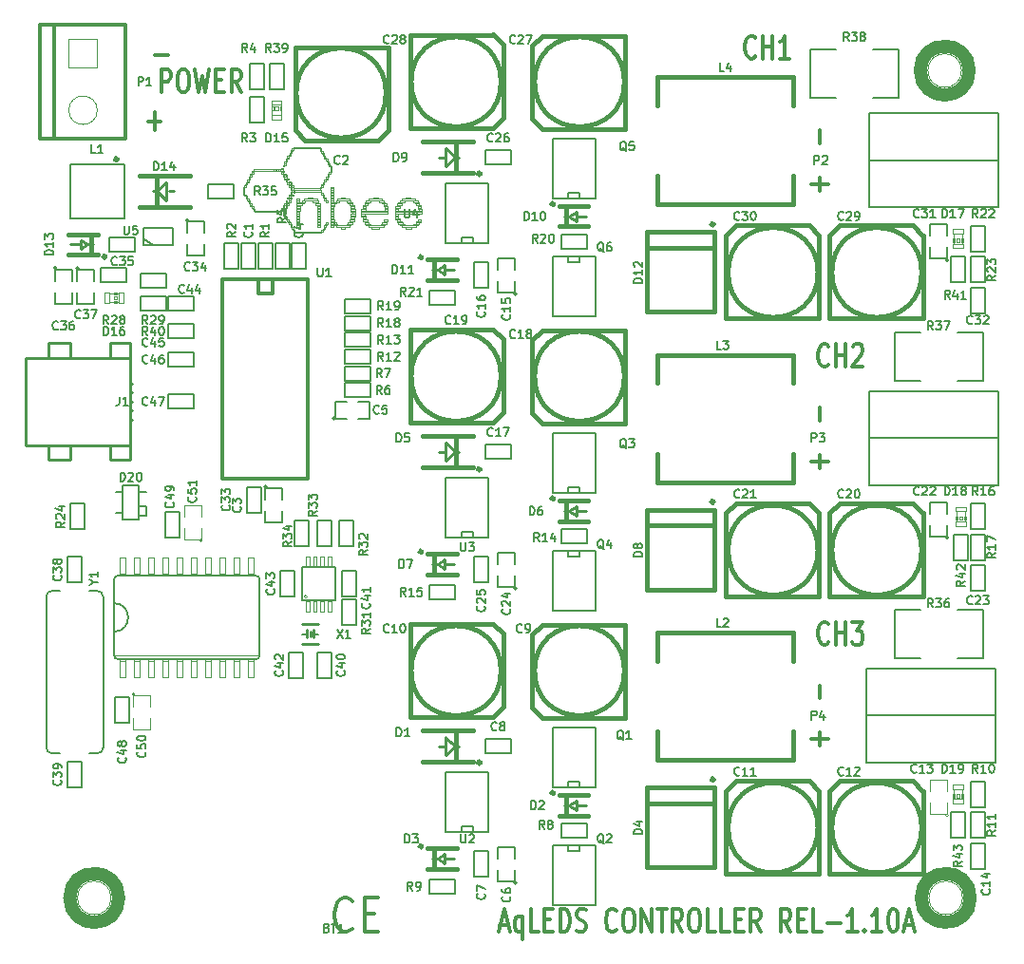
<source format=gto>
G04 (created by PCBNEW (2013-04-21 BZR 4107)-testing) date Thursday, 13 June 2013 16:51:55*
%MOIN*%
G04 Gerber Fmt 3.4, Leading zero omitted, Abs format*
%FSLAX34Y34*%
G01*
G70*
G90*
G04 APERTURE LIST*
%ADD10C,2.3622e-06*%
%ADD11C,0.012*%
%ADD12C,0.01*%
%ADD13C,0.015*%
%ADD14C,0.005*%
%ADD15C,0.0026*%
%ADD16C,0.004*%
%ADD17C,0.008*%
%ADD18C,0.0059*%
%ADD19C,0.006*%
%ADD20C,0.002*%
%ADD21C,0.0078*%
%ADD22C,0.0472*%
%ADD23C,0.00590551*%
%ADD24C,0.0039*%
G04 APERTURE END LIST*
G54D10*
G54D11*
X72834Y-78930D02*
X72787Y-78987D01*
X72645Y-79043D01*
X72550Y-79043D01*
X72408Y-78987D01*
X72313Y-78873D01*
X72266Y-78759D01*
X72219Y-78532D01*
X72219Y-78361D01*
X72266Y-78134D01*
X72313Y-78020D01*
X72408Y-77907D01*
X72550Y-77850D01*
X72645Y-77850D01*
X72787Y-77907D01*
X72834Y-77963D01*
X73260Y-78418D02*
X73591Y-78418D01*
X73733Y-79043D02*
X73260Y-79043D01*
X73260Y-77850D01*
X73733Y-77850D01*
X89230Y-72513D02*
X89230Y-72056D01*
X89535Y-72285D02*
X88925Y-72285D01*
X89230Y-70856D02*
X89230Y-70399D01*
X89230Y-62769D02*
X89230Y-62312D01*
X89535Y-62541D02*
X88925Y-62541D01*
X89230Y-61112D02*
X89230Y-60655D01*
X78016Y-78814D02*
X78302Y-78814D01*
X77959Y-79043D02*
X78159Y-78243D01*
X78359Y-79043D01*
X78816Y-78509D02*
X78816Y-79309D01*
X78816Y-79004D02*
X78759Y-79043D01*
X78645Y-79043D01*
X78588Y-79004D01*
X78559Y-78966D01*
X78531Y-78890D01*
X78531Y-78662D01*
X78559Y-78585D01*
X78588Y-78547D01*
X78645Y-78509D01*
X78759Y-78509D01*
X78816Y-78547D01*
X79388Y-79043D02*
X79102Y-79043D01*
X79102Y-78243D01*
X79588Y-78623D02*
X79788Y-78623D01*
X79874Y-79043D02*
X79588Y-79043D01*
X79588Y-78243D01*
X79874Y-78243D01*
X80131Y-79043D02*
X80131Y-78243D01*
X80274Y-78243D01*
X80359Y-78281D01*
X80416Y-78357D01*
X80445Y-78433D01*
X80474Y-78585D01*
X80474Y-78700D01*
X80445Y-78852D01*
X80416Y-78928D01*
X80359Y-79004D01*
X80274Y-79043D01*
X80131Y-79043D01*
X80702Y-79004D02*
X80788Y-79043D01*
X80931Y-79043D01*
X80988Y-79004D01*
X81016Y-78966D01*
X81045Y-78890D01*
X81045Y-78814D01*
X81016Y-78738D01*
X80988Y-78700D01*
X80931Y-78662D01*
X80816Y-78623D01*
X80759Y-78585D01*
X80731Y-78547D01*
X80702Y-78471D01*
X80702Y-78395D01*
X80731Y-78319D01*
X80759Y-78281D01*
X80816Y-78243D01*
X80959Y-78243D01*
X81045Y-78281D01*
X82102Y-78966D02*
X82074Y-79004D01*
X81988Y-79043D01*
X81931Y-79043D01*
X81845Y-79004D01*
X81788Y-78928D01*
X81759Y-78852D01*
X81731Y-78700D01*
X81731Y-78585D01*
X81759Y-78433D01*
X81788Y-78357D01*
X81845Y-78281D01*
X81931Y-78243D01*
X81988Y-78243D01*
X82074Y-78281D01*
X82102Y-78319D01*
X82474Y-78243D02*
X82588Y-78243D01*
X82645Y-78281D01*
X82702Y-78357D01*
X82731Y-78509D01*
X82731Y-78776D01*
X82702Y-78928D01*
X82645Y-79004D01*
X82588Y-79043D01*
X82474Y-79043D01*
X82416Y-79004D01*
X82359Y-78928D01*
X82331Y-78776D01*
X82331Y-78509D01*
X82359Y-78357D01*
X82416Y-78281D01*
X82474Y-78243D01*
X82988Y-79043D02*
X82988Y-78243D01*
X83331Y-79043D01*
X83331Y-78243D01*
X83531Y-78243D02*
X83874Y-78243D01*
X83702Y-79043D02*
X83702Y-78243D01*
X84416Y-79043D02*
X84216Y-78662D01*
X84074Y-79043D02*
X84074Y-78243D01*
X84302Y-78243D01*
X84359Y-78281D01*
X84388Y-78319D01*
X84416Y-78395D01*
X84416Y-78509D01*
X84388Y-78585D01*
X84359Y-78623D01*
X84302Y-78662D01*
X84074Y-78662D01*
X84788Y-78243D02*
X84902Y-78243D01*
X84959Y-78281D01*
X85016Y-78357D01*
X85045Y-78509D01*
X85045Y-78776D01*
X85016Y-78928D01*
X84959Y-79004D01*
X84902Y-79043D01*
X84788Y-79043D01*
X84731Y-79004D01*
X84674Y-78928D01*
X84645Y-78776D01*
X84645Y-78509D01*
X84674Y-78357D01*
X84731Y-78281D01*
X84788Y-78243D01*
X85588Y-79043D02*
X85302Y-79043D01*
X85302Y-78243D01*
X86074Y-79043D02*
X85788Y-79043D01*
X85788Y-78243D01*
X86274Y-78623D02*
X86474Y-78623D01*
X86559Y-79043D02*
X86274Y-79043D01*
X86274Y-78243D01*
X86559Y-78243D01*
X87159Y-79043D02*
X86959Y-78662D01*
X86816Y-79043D02*
X86816Y-78243D01*
X87045Y-78243D01*
X87102Y-78281D01*
X87131Y-78319D01*
X87159Y-78395D01*
X87159Y-78509D01*
X87131Y-78585D01*
X87102Y-78623D01*
X87045Y-78662D01*
X86816Y-78662D01*
X88216Y-79043D02*
X88016Y-78662D01*
X87874Y-79043D02*
X87874Y-78243D01*
X88102Y-78243D01*
X88159Y-78281D01*
X88188Y-78319D01*
X88216Y-78395D01*
X88216Y-78509D01*
X88188Y-78585D01*
X88159Y-78623D01*
X88102Y-78662D01*
X87874Y-78662D01*
X88474Y-78623D02*
X88674Y-78623D01*
X88759Y-79043D02*
X88474Y-79043D01*
X88474Y-78243D01*
X88759Y-78243D01*
X89302Y-79043D02*
X89016Y-79043D01*
X89016Y-78243D01*
X89502Y-78738D02*
X89959Y-78738D01*
X90559Y-79043D02*
X90216Y-79043D01*
X90388Y-79043D02*
X90388Y-78243D01*
X90331Y-78357D01*
X90274Y-78433D01*
X90216Y-78471D01*
X90816Y-78966D02*
X90845Y-79004D01*
X90816Y-79043D01*
X90788Y-79004D01*
X90816Y-78966D01*
X90816Y-79043D01*
X91416Y-79043D02*
X91074Y-79043D01*
X91245Y-79043D02*
X91245Y-78243D01*
X91188Y-78357D01*
X91131Y-78433D01*
X91074Y-78471D01*
X91788Y-78243D02*
X91845Y-78243D01*
X91902Y-78281D01*
X91931Y-78319D01*
X91959Y-78395D01*
X91988Y-78547D01*
X91988Y-78738D01*
X91959Y-78890D01*
X91931Y-78966D01*
X91902Y-79004D01*
X91845Y-79043D01*
X91788Y-79043D01*
X91731Y-79004D01*
X91702Y-78966D01*
X91674Y-78890D01*
X91645Y-78738D01*
X91645Y-78547D01*
X91674Y-78395D01*
X91702Y-78319D01*
X91731Y-78281D01*
X91788Y-78243D01*
X92216Y-78814D02*
X92502Y-78814D01*
X92159Y-79043D02*
X92359Y-78243D01*
X92559Y-79043D01*
X66133Y-49574D02*
X66133Y-48774D01*
X66362Y-48774D01*
X66419Y-48812D01*
X66448Y-48850D01*
X66476Y-48926D01*
X66476Y-49041D01*
X66448Y-49117D01*
X66419Y-49155D01*
X66362Y-49193D01*
X66133Y-49193D01*
X66848Y-48774D02*
X66962Y-48774D01*
X67019Y-48812D01*
X67076Y-48888D01*
X67105Y-49041D01*
X67105Y-49307D01*
X67076Y-49460D01*
X67019Y-49536D01*
X66962Y-49574D01*
X66848Y-49574D01*
X66791Y-49536D01*
X66733Y-49460D01*
X66705Y-49307D01*
X66705Y-49041D01*
X66733Y-48888D01*
X66791Y-48812D01*
X66848Y-48774D01*
X67305Y-48774D02*
X67448Y-49574D01*
X67562Y-49003D01*
X67676Y-49574D01*
X67819Y-48774D01*
X68048Y-49155D02*
X68248Y-49155D01*
X68333Y-49574D02*
X68048Y-49574D01*
X68048Y-48774D01*
X68333Y-48774D01*
X68933Y-49574D02*
X68733Y-49193D01*
X68591Y-49574D02*
X68591Y-48774D01*
X68819Y-48774D01*
X68876Y-48812D01*
X68905Y-48850D01*
X68933Y-48926D01*
X68933Y-49041D01*
X68905Y-49117D01*
X68876Y-49155D01*
X68819Y-49193D01*
X68591Y-49193D01*
X86987Y-48317D02*
X86958Y-48355D01*
X86873Y-48393D01*
X86815Y-48393D01*
X86730Y-48355D01*
X86673Y-48279D01*
X86644Y-48202D01*
X86615Y-48050D01*
X86615Y-47936D01*
X86644Y-47783D01*
X86673Y-47707D01*
X86730Y-47631D01*
X86815Y-47593D01*
X86873Y-47593D01*
X86958Y-47631D01*
X86987Y-47669D01*
X87244Y-48393D02*
X87244Y-47593D01*
X87244Y-47974D02*
X87587Y-47974D01*
X87587Y-48393D02*
X87587Y-47593D01*
X88187Y-48393D02*
X87844Y-48393D01*
X88015Y-48393D02*
X88015Y-47593D01*
X87958Y-47707D01*
X87901Y-47783D01*
X87844Y-47821D01*
X89546Y-59143D02*
X89517Y-59182D01*
X89432Y-59220D01*
X89374Y-59220D01*
X89289Y-59182D01*
X89232Y-59105D01*
X89203Y-59029D01*
X89174Y-58877D01*
X89174Y-58763D01*
X89203Y-58610D01*
X89232Y-58534D01*
X89289Y-58458D01*
X89374Y-58420D01*
X89432Y-58420D01*
X89517Y-58458D01*
X89546Y-58496D01*
X89803Y-59220D02*
X89803Y-58420D01*
X89803Y-58801D02*
X90146Y-58801D01*
X90146Y-59220D02*
X90146Y-58420D01*
X90403Y-58496D02*
X90432Y-58458D01*
X90489Y-58420D01*
X90632Y-58420D01*
X90689Y-58458D01*
X90717Y-58496D01*
X90746Y-58572D01*
X90746Y-58648D01*
X90717Y-58763D01*
X90374Y-59220D01*
X90746Y-59220D01*
X89546Y-68888D02*
X89517Y-68926D01*
X89432Y-68964D01*
X89374Y-68964D01*
X89289Y-68926D01*
X89232Y-68849D01*
X89203Y-68773D01*
X89174Y-68621D01*
X89174Y-68507D01*
X89203Y-68354D01*
X89232Y-68278D01*
X89289Y-68202D01*
X89374Y-68164D01*
X89432Y-68164D01*
X89517Y-68202D01*
X89546Y-68240D01*
X89803Y-68964D02*
X89803Y-68164D01*
X89803Y-68545D02*
X90146Y-68545D01*
X90146Y-68964D02*
X90146Y-68164D01*
X90374Y-68164D02*
X90746Y-68164D01*
X90546Y-68469D01*
X90632Y-68469D01*
X90689Y-68507D01*
X90717Y-68545D01*
X90746Y-68621D01*
X90746Y-68811D01*
X90717Y-68888D01*
X90689Y-68926D01*
X90632Y-68964D01*
X90460Y-68964D01*
X90403Y-68926D01*
X90374Y-68888D01*
X89230Y-53025D02*
X89230Y-52568D01*
X89535Y-52797D02*
X88925Y-52797D01*
X89230Y-51368D02*
X89230Y-50911D01*
X65661Y-50592D02*
X66118Y-50592D01*
X65889Y-50897D02*
X65889Y-50287D01*
X65913Y-48285D02*
X66370Y-48285D01*
X70783Y-63145D02*
X68283Y-63145D01*
X68283Y-63145D02*
X68283Y-56145D01*
X68283Y-56145D02*
X71283Y-56145D01*
X71283Y-56145D02*
X71283Y-63145D01*
X71283Y-63145D02*
X70783Y-63145D01*
X70033Y-56145D02*
X70033Y-56645D01*
X70033Y-56645D02*
X69533Y-56645D01*
X69533Y-56645D02*
X69533Y-56145D01*
G54D12*
X76024Y-72539D02*
X75866Y-72539D01*
X76457Y-72540D02*
X76102Y-72225D01*
X76102Y-72224D02*
X76102Y-72854D01*
X76102Y-72855D02*
X76417Y-72579D01*
X76417Y-72539D02*
X76575Y-72539D01*
G54D13*
X75296Y-73091D02*
X77066Y-73091D01*
X77327Y-73110D02*
G75*
G03X77327Y-73110I-43J0D01*
G74*
G01*
X76456Y-71988D02*
X76456Y-73090D01*
X75296Y-71988D02*
X77066Y-71988D01*
G54D12*
X76024Y-51870D02*
X75866Y-51870D01*
X76457Y-51871D02*
X76102Y-51556D01*
X76102Y-51555D02*
X76102Y-52185D01*
X76102Y-52186D02*
X76417Y-51910D01*
X76417Y-51870D02*
X76575Y-51870D01*
G54D13*
X75296Y-52422D02*
X77066Y-52422D01*
X77326Y-52441D02*
G75*
G03X77326Y-52441I-43J0D01*
G74*
G01*
X76456Y-51319D02*
X76456Y-52421D01*
X75296Y-51319D02*
X77066Y-51319D01*
G54D12*
X76024Y-62204D02*
X75866Y-62204D01*
X76457Y-62205D02*
X76102Y-61890D01*
X76102Y-61889D02*
X76102Y-62519D01*
X76102Y-62520D02*
X76417Y-62244D01*
X76417Y-62204D02*
X76575Y-62204D01*
G54D13*
X75296Y-62756D02*
X77066Y-62756D01*
X77326Y-62814D02*
G75*
G03X77326Y-62814I-43J0D01*
G74*
G01*
X76456Y-61653D02*
X76456Y-62755D01*
X75296Y-61653D02*
X77066Y-61653D01*
X88307Y-53523D02*
X88307Y-52519D01*
X88307Y-49055D02*
X88307Y-50039D01*
X83543Y-49055D02*
X83543Y-50039D01*
X83543Y-53523D02*
X83543Y-52519D01*
X85925Y-49055D02*
X83543Y-49055D01*
X88307Y-49055D02*
X85925Y-49055D01*
X88307Y-53524D02*
X85925Y-53524D01*
X85925Y-53524D02*
X83543Y-53524D01*
X88307Y-63267D02*
X88307Y-62263D01*
X88307Y-58799D02*
X88307Y-59783D01*
X83543Y-58799D02*
X83543Y-59783D01*
X83543Y-63267D02*
X83543Y-62263D01*
X85925Y-58799D02*
X83543Y-58799D01*
X88307Y-58799D02*
X85925Y-58799D01*
X88307Y-63268D02*
X85925Y-63268D01*
X85925Y-63268D02*
X83543Y-63268D01*
X88307Y-73011D02*
X88307Y-72007D01*
X88307Y-68543D02*
X88307Y-69527D01*
X83543Y-68543D02*
X83543Y-69527D01*
X83543Y-73011D02*
X83543Y-72007D01*
X85925Y-68543D02*
X83543Y-68543D01*
X88307Y-68543D02*
X85925Y-68543D01*
X88307Y-73012D02*
X85925Y-73012D01*
X85925Y-73012D02*
X83543Y-73012D01*
G54D14*
X77570Y-54888D02*
X77620Y-54888D01*
X77620Y-54888D02*
X77620Y-52788D01*
X76120Y-52788D02*
X76120Y-54888D01*
X76120Y-54888D02*
X77570Y-54888D01*
X76670Y-54888D02*
X76670Y-54688D01*
X76670Y-54688D02*
X77070Y-54688D01*
X77070Y-54688D02*
X77070Y-54888D01*
X76120Y-52788D02*
X77620Y-52788D01*
X77570Y-75557D02*
X77620Y-75557D01*
X77620Y-75557D02*
X77620Y-73457D01*
X76120Y-73457D02*
X76120Y-75557D01*
X76120Y-75557D02*
X77570Y-75557D01*
X76670Y-75557D02*
X76670Y-75357D01*
X76670Y-75357D02*
X77070Y-75357D01*
X77070Y-75357D02*
X77070Y-75557D01*
X76120Y-73457D02*
X77620Y-73457D01*
X77570Y-65223D02*
X77620Y-65223D01*
X77620Y-65223D02*
X77620Y-63123D01*
X76120Y-63123D02*
X76120Y-65223D01*
X76120Y-65223D02*
X77570Y-65223D01*
X76670Y-65223D02*
X76670Y-65023D01*
X76670Y-65023D02*
X77070Y-65023D01*
X77070Y-65023D02*
X77070Y-65223D01*
X76120Y-63123D02*
X77620Y-63123D01*
X78598Y-66988D02*
G75*
G03X78598Y-66988I-50J0D01*
G74*
G01*
X78548Y-66538D02*
X78548Y-66938D01*
X78548Y-66938D02*
X77948Y-66938D01*
X77948Y-66938D02*
X77948Y-66538D01*
X77948Y-66138D02*
X77948Y-65738D01*
X77948Y-65738D02*
X78548Y-65738D01*
X78548Y-65738D02*
X78548Y-66138D01*
X72234Y-61028D02*
G75*
G03X72234Y-61028I-50J0D01*
G74*
G01*
X72634Y-61028D02*
X72234Y-61028D01*
X72234Y-61028D02*
X72234Y-60428D01*
X72234Y-60428D02*
X72634Y-60428D01*
X73034Y-60428D02*
X73434Y-60428D01*
X73434Y-60428D02*
X73434Y-61028D01*
X73434Y-61028D02*
X73034Y-61028D01*
X69828Y-63424D02*
G75*
G03X69828Y-63424I-50J0D01*
G74*
G01*
X69778Y-63874D02*
X69778Y-63474D01*
X69778Y-63474D02*
X70378Y-63474D01*
X70378Y-63474D02*
X70378Y-63874D01*
X70378Y-64274D02*
X70378Y-64674D01*
X70378Y-64674D02*
X69778Y-64674D01*
X69778Y-64674D02*
X69778Y-64274D01*
X93755Y-65216D02*
G75*
G03X93755Y-65216I-50J0D01*
G74*
G01*
X93705Y-64766D02*
X93705Y-65166D01*
X93705Y-65166D02*
X93105Y-65166D01*
X93105Y-65166D02*
X93105Y-64766D01*
X93105Y-64366D02*
X93105Y-63966D01*
X93105Y-63966D02*
X93705Y-63966D01*
X93705Y-63966D02*
X93705Y-64366D01*
X78598Y-77323D02*
G75*
G03X78598Y-77323I-50J0D01*
G74*
G01*
X78548Y-76873D02*
X78548Y-77273D01*
X78548Y-77273D02*
X77948Y-77273D01*
X77948Y-77273D02*
X77948Y-76873D01*
X77948Y-76473D02*
X77948Y-76073D01*
X77948Y-76073D02*
X78548Y-76073D01*
X78548Y-76073D02*
X78548Y-76473D01*
X78598Y-56653D02*
G75*
G03X78598Y-56653I-50J0D01*
G74*
G01*
X78548Y-56203D02*
X78548Y-56603D01*
X78548Y-56603D02*
X77948Y-56603D01*
X77948Y-56603D02*
X77948Y-56203D01*
X77948Y-55803D02*
X77948Y-55403D01*
X77948Y-55403D02*
X78548Y-55403D01*
X78548Y-55403D02*
X78548Y-55803D01*
X93755Y-55472D02*
G75*
G03X93755Y-55472I-50J0D01*
G74*
G01*
X93705Y-55022D02*
X93705Y-55422D01*
X93705Y-55422D02*
X93105Y-55422D01*
X93105Y-55422D02*
X93105Y-55022D01*
X93105Y-54622D02*
X93105Y-54222D01*
X93105Y-54222D02*
X93705Y-54222D01*
X93705Y-54222D02*
X93705Y-54622D01*
X80160Y-64907D02*
X81060Y-64907D01*
X81060Y-64907D02*
X81060Y-65407D01*
X81060Y-65407D02*
X80160Y-65407D01*
X80160Y-65407D02*
X80160Y-64907D01*
X77112Y-56453D02*
X77112Y-55553D01*
X77112Y-55553D02*
X77612Y-55553D01*
X77612Y-55553D02*
X77612Y-56453D01*
X77612Y-56453D02*
X77112Y-56453D01*
X77502Y-61954D02*
X78402Y-61954D01*
X78402Y-61954D02*
X78402Y-62454D01*
X78402Y-62454D02*
X77502Y-62454D01*
X77502Y-62454D02*
X77502Y-61954D01*
X70714Y-55764D02*
X70714Y-54864D01*
X70714Y-54864D02*
X71214Y-54864D01*
X71214Y-54864D02*
X71214Y-55764D01*
X71214Y-55764D02*
X70714Y-55764D01*
X95033Y-75927D02*
X95033Y-76827D01*
X95033Y-76827D02*
X94533Y-76827D01*
X94533Y-76827D02*
X94533Y-75927D01*
X94533Y-75927D02*
X95033Y-75927D01*
X69238Y-50646D02*
X69238Y-49746D01*
X69238Y-49746D02*
X69738Y-49746D01*
X69738Y-49746D02*
X69738Y-50646D01*
X69738Y-50646D02*
X69238Y-50646D01*
X69238Y-49465D02*
X69238Y-48565D01*
X69238Y-48565D02*
X69738Y-48565D01*
X69738Y-48565D02*
X69738Y-49465D01*
X69738Y-49465D02*
X69238Y-49465D01*
X95033Y-56439D02*
X95033Y-57339D01*
X95033Y-57339D02*
X94533Y-57339D01*
X94533Y-57339D02*
X94533Y-56439D01*
X94533Y-56439D02*
X95033Y-56439D01*
X73481Y-57927D02*
X72581Y-57927D01*
X72581Y-57927D02*
X72581Y-57427D01*
X72581Y-57427D02*
X73481Y-57427D01*
X73481Y-57427D02*
X73481Y-57927D01*
X73481Y-57336D02*
X72581Y-57336D01*
X72581Y-57336D02*
X72581Y-56836D01*
X72581Y-56836D02*
X73481Y-56836D01*
X73481Y-56836D02*
X73481Y-57336D01*
X95033Y-54274D02*
X95033Y-55174D01*
X95033Y-55174D02*
X94533Y-55174D01*
X94533Y-55174D02*
X94533Y-54274D01*
X94533Y-54274D02*
X95033Y-54274D01*
X95033Y-55357D02*
X95033Y-56257D01*
X95033Y-56257D02*
X94533Y-56257D01*
X94533Y-56257D02*
X94533Y-55357D01*
X94533Y-55357D02*
X95033Y-55357D01*
X75534Y-56541D02*
X76434Y-56541D01*
X76434Y-56541D02*
X76434Y-57041D01*
X76434Y-57041D02*
X75534Y-57041D01*
X75534Y-57041D02*
X75534Y-56541D01*
X80160Y-54572D02*
X81060Y-54572D01*
X81060Y-54572D02*
X81060Y-55072D01*
X81060Y-55072D02*
X80160Y-55072D01*
X80160Y-55072D02*
X80160Y-54572D01*
X77502Y-51620D02*
X78402Y-51620D01*
X78402Y-51620D02*
X78402Y-52120D01*
X78402Y-52120D02*
X77502Y-52120D01*
X77502Y-52120D02*
X77502Y-51620D01*
X77112Y-66788D02*
X77112Y-65888D01*
X77112Y-65888D02*
X77612Y-65888D01*
X77612Y-65888D02*
X77612Y-66788D01*
X77612Y-66788D02*
X77112Y-66788D01*
X77112Y-77123D02*
X77112Y-76223D01*
X77112Y-76223D02*
X77612Y-76223D01*
X77612Y-76223D02*
X77612Y-77123D01*
X77612Y-77123D02*
X77112Y-77123D01*
X80160Y-75242D02*
X81060Y-75242D01*
X81060Y-75242D02*
X81060Y-75742D01*
X81060Y-75742D02*
X80160Y-75742D01*
X80160Y-75742D02*
X80160Y-75242D01*
X75534Y-77210D02*
X76434Y-77210D01*
X76434Y-77210D02*
X76434Y-77710D01*
X76434Y-77710D02*
X75534Y-77710D01*
X75534Y-77710D02*
X75534Y-77210D01*
X75534Y-66875D02*
X76434Y-66875D01*
X76434Y-66875D02*
X76434Y-67375D01*
X76434Y-67375D02*
X75534Y-67375D01*
X75534Y-67375D02*
X75534Y-66875D01*
X95033Y-74845D02*
X95033Y-75745D01*
X95033Y-75745D02*
X94533Y-75745D01*
X94533Y-75745D02*
X94533Y-74845D01*
X94533Y-74845D02*
X95033Y-74845D01*
X68852Y-54864D02*
X68852Y-55764D01*
X68852Y-55764D02*
X68352Y-55764D01*
X68352Y-55764D02*
X68352Y-54864D01*
X68352Y-54864D02*
X68852Y-54864D01*
X95033Y-73762D02*
X95033Y-74662D01*
X95033Y-74662D02*
X94533Y-74662D01*
X94533Y-74662D02*
X94533Y-73762D01*
X94533Y-73762D02*
X95033Y-73762D01*
X69533Y-55764D02*
X69533Y-54864D01*
X69533Y-54864D02*
X70033Y-54864D01*
X70033Y-54864D02*
X70033Y-55764D01*
X70033Y-55764D02*
X69533Y-55764D01*
X69442Y-54864D02*
X69442Y-55764D01*
X69442Y-55764D02*
X68942Y-55764D01*
X68942Y-55764D02*
X68942Y-54864D01*
X68942Y-54864D02*
X69442Y-54864D01*
X70124Y-55764D02*
X70124Y-54864D01*
X70124Y-54864D02*
X70624Y-54864D01*
X70624Y-54864D02*
X70624Y-55764D01*
X70624Y-55764D02*
X70124Y-55764D01*
X73481Y-59698D02*
X72581Y-59698D01*
X72581Y-59698D02*
X72581Y-59198D01*
X72581Y-59198D02*
X73481Y-59198D01*
X73481Y-59198D02*
X73481Y-59698D01*
X73481Y-60289D02*
X72581Y-60289D01*
X72581Y-60289D02*
X72581Y-59789D01*
X72581Y-59789D02*
X73481Y-59789D01*
X73481Y-59789D02*
X73481Y-60289D01*
X95033Y-66183D02*
X95033Y-67083D01*
X95033Y-67083D02*
X94533Y-67083D01*
X94533Y-67083D02*
X94533Y-66183D01*
X94533Y-66183D02*
X95033Y-66183D01*
X73481Y-59108D02*
X72581Y-59108D01*
X72581Y-59108D02*
X72581Y-58608D01*
X72581Y-58608D02*
X73481Y-58608D01*
X73481Y-58608D02*
X73481Y-59108D01*
X73481Y-58517D02*
X72581Y-58517D01*
X72581Y-58517D02*
X72581Y-58017D01*
X72581Y-58017D02*
X73481Y-58017D01*
X73481Y-58017D02*
X73481Y-58517D01*
X95033Y-64018D02*
X95033Y-64918D01*
X95033Y-64918D02*
X94533Y-64918D01*
X94533Y-64918D02*
X94533Y-64018D01*
X94533Y-64018D02*
X95033Y-64018D01*
X95033Y-65101D02*
X95033Y-66001D01*
X95033Y-66001D02*
X94533Y-66001D01*
X94533Y-66001D02*
X94533Y-65101D01*
X94533Y-65101D02*
X95033Y-65101D01*
G54D13*
X85516Y-73700D02*
G75*
G03X85516Y-73700I-43J0D01*
G74*
G01*
X83208Y-74527D02*
X85452Y-74527D01*
X85530Y-73976D02*
X83168Y-73976D01*
X85531Y-76771D02*
X85531Y-73976D01*
X85531Y-76770D02*
X83169Y-76770D01*
X83169Y-76771D02*
X83169Y-73976D01*
X85516Y-54212D02*
G75*
G03X85516Y-54212I-43J0D01*
G74*
G01*
X83208Y-55039D02*
X85452Y-55039D01*
X85530Y-54488D02*
X83168Y-54488D01*
X85531Y-57283D02*
X85531Y-54488D01*
X85531Y-57282D02*
X83169Y-57282D01*
X83169Y-57283D02*
X83169Y-54488D01*
X85516Y-63956D02*
G75*
G03X85516Y-63956I-43J0D01*
G74*
G01*
X83208Y-64783D02*
X85452Y-64783D01*
X85530Y-64232D02*
X83168Y-64232D01*
X85531Y-67027D02*
X85531Y-64232D01*
X85531Y-67026D02*
X83169Y-67026D01*
X83169Y-67027D02*
X83169Y-64232D01*
G54D11*
X62385Y-51212D02*
X62385Y-47212D01*
X61885Y-51212D02*
X64885Y-51212D01*
X64885Y-51212D02*
X64885Y-47212D01*
X64885Y-47212D02*
X61885Y-47212D01*
X61885Y-47212D02*
X61885Y-51212D01*
G54D12*
X75827Y-55807D02*
X75630Y-55807D01*
X76063Y-55807D02*
X76417Y-55807D01*
X76063Y-55650D02*
X76063Y-55964D01*
X75827Y-55807D02*
X76063Y-55650D01*
X75827Y-55807D02*
X76063Y-55964D01*
G54D13*
X75276Y-55374D02*
G75*
G03X75276Y-55374I-40J0D01*
G74*
G01*
X75708Y-55610D02*
X75708Y-55492D01*
X75708Y-56083D02*
X75708Y-55571D01*
X76494Y-56161D02*
X75474Y-56161D01*
X76494Y-55452D02*
X75474Y-55452D01*
G54D12*
X80453Y-74606D02*
X80256Y-74606D01*
X80689Y-74606D02*
X81043Y-74606D01*
X80689Y-74449D02*
X80689Y-74763D01*
X80453Y-74606D02*
X80689Y-74449D01*
X80453Y-74606D02*
X80689Y-74763D01*
G54D13*
X79902Y-74173D02*
G75*
G03X79902Y-74173I-40J0D01*
G74*
G01*
X80334Y-74409D02*
X80334Y-74291D01*
X80334Y-74882D02*
X80334Y-74370D01*
X81120Y-74960D02*
X80100Y-74960D01*
X81120Y-74251D02*
X80100Y-74251D01*
G54D12*
X80453Y-53937D02*
X80256Y-53937D01*
X80689Y-53937D02*
X81043Y-53937D01*
X80689Y-53780D02*
X80689Y-54094D01*
X80453Y-53937D02*
X80689Y-53780D01*
X80453Y-53937D02*
X80689Y-54094D01*
G54D13*
X79902Y-53504D02*
G75*
G03X79902Y-53504I-40J0D01*
G74*
G01*
X80334Y-53740D02*
X80334Y-53622D01*
X80334Y-54213D02*
X80334Y-53701D01*
X81120Y-54291D02*
X80100Y-54291D01*
X81120Y-53582D02*
X80100Y-53582D01*
G54D12*
X75827Y-66141D02*
X75630Y-66141D01*
X76063Y-66141D02*
X76417Y-66141D01*
X76063Y-65984D02*
X76063Y-66298D01*
X75827Y-66141D02*
X76063Y-65984D01*
X75827Y-66141D02*
X76063Y-66298D01*
G54D13*
X75276Y-65708D02*
G75*
G03X75276Y-65708I-40J0D01*
G74*
G01*
X75708Y-65944D02*
X75708Y-65826D01*
X75708Y-66417D02*
X75708Y-65905D01*
X76494Y-66495D02*
X75474Y-66495D01*
X76494Y-65786D02*
X75474Y-65786D01*
G54D12*
X80453Y-64271D02*
X80256Y-64271D01*
X80689Y-64271D02*
X81043Y-64271D01*
X80689Y-64114D02*
X80689Y-64428D01*
X80453Y-64271D02*
X80689Y-64114D01*
X80453Y-64271D02*
X80689Y-64428D01*
G54D13*
X79902Y-63838D02*
G75*
G03X79902Y-63838I-40J0D01*
G74*
G01*
X80334Y-64074D02*
X80334Y-63956D01*
X80334Y-64547D02*
X80334Y-64035D01*
X81120Y-64625D02*
X80100Y-64625D01*
X81120Y-63916D02*
X80100Y-63916D01*
G54D12*
X75827Y-76476D02*
X75630Y-76476D01*
X76063Y-76476D02*
X76417Y-76476D01*
X76063Y-76319D02*
X76063Y-76633D01*
X75827Y-76476D02*
X76063Y-76319D01*
X75827Y-76476D02*
X76063Y-76633D01*
G54D13*
X75276Y-76043D02*
G75*
G03X75276Y-76043I-40J0D01*
G74*
G01*
X75708Y-76279D02*
X75708Y-76161D01*
X75708Y-76752D02*
X75708Y-76240D01*
X76494Y-76830D02*
X75474Y-76830D01*
X76494Y-76121D02*
X75474Y-76121D01*
X77775Y-68227D02*
X78130Y-68582D01*
X78130Y-71141D02*
X77775Y-71495D01*
X74862Y-71495D02*
X74862Y-68228D01*
X77775Y-71496D02*
X74862Y-71496D01*
X78130Y-71141D02*
X78130Y-68584D01*
X77776Y-68229D02*
X74862Y-68229D01*
X78051Y-69881D02*
G75*
G03X78051Y-69881I-1575J0D01*
G74*
G01*
X79508Y-71535D02*
X79153Y-71180D01*
X79153Y-68621D02*
X79508Y-68267D01*
X82421Y-68267D02*
X82421Y-71534D01*
X79508Y-68266D02*
X82421Y-68266D01*
X79153Y-68621D02*
X79153Y-71178D01*
X79507Y-71533D02*
X82421Y-71533D01*
X82382Y-69881D02*
G75*
G03X82382Y-69881I-1575J0D01*
G74*
G01*
X77775Y-47558D02*
X78130Y-47913D01*
X78130Y-50472D02*
X77775Y-50826D01*
X74862Y-50826D02*
X74862Y-47559D01*
X77775Y-50827D02*
X74862Y-50827D01*
X78130Y-50472D02*
X78130Y-47915D01*
X77776Y-47560D02*
X74862Y-47560D01*
X78051Y-49212D02*
G75*
G03X78051Y-49212I-1575J0D01*
G74*
G01*
X85944Y-64350D02*
X86299Y-63995D01*
X88858Y-63995D02*
X89212Y-64350D01*
X89212Y-67263D02*
X85945Y-67263D01*
X89213Y-64350D02*
X89213Y-67263D01*
X88858Y-63995D02*
X86301Y-63995D01*
X85946Y-64349D02*
X85946Y-67263D01*
X89173Y-65649D02*
G75*
G03X89173Y-65649I-1575J0D01*
G74*
G01*
X89586Y-64350D02*
X89941Y-63995D01*
X92500Y-63995D02*
X92854Y-64350D01*
X92854Y-67263D02*
X89587Y-67263D01*
X92855Y-64350D02*
X92855Y-67263D01*
X92500Y-63995D02*
X89943Y-63995D01*
X89588Y-64349D02*
X89588Y-67263D01*
X92815Y-65649D02*
G75*
G03X92815Y-65649I-1575J0D01*
G74*
G01*
X77775Y-57893D02*
X78130Y-58248D01*
X78130Y-60807D02*
X77775Y-61161D01*
X74862Y-61161D02*
X74862Y-57894D01*
X77775Y-61162D02*
X74862Y-61162D01*
X78130Y-60807D02*
X78130Y-58250D01*
X77776Y-57895D02*
X74862Y-57895D01*
X78051Y-59547D02*
G75*
G03X78051Y-59547I-1575J0D01*
G74*
G01*
X85944Y-74094D02*
X86299Y-73739D01*
X88858Y-73739D02*
X89212Y-74094D01*
X89212Y-77007D02*
X85945Y-77007D01*
X89213Y-74094D02*
X89213Y-77007D01*
X88858Y-73739D02*
X86301Y-73739D01*
X85946Y-74093D02*
X85946Y-77007D01*
X89173Y-75393D02*
G75*
G03X89173Y-75393I-1575J0D01*
G74*
G01*
X89586Y-54606D02*
X89941Y-54251D01*
X92500Y-54251D02*
X92854Y-54606D01*
X92854Y-57519D02*
X89587Y-57519D01*
X92855Y-54606D02*
X92855Y-57519D01*
X92500Y-54251D02*
X89943Y-54251D01*
X89588Y-54605D02*
X89588Y-57519D01*
X92815Y-55905D02*
G75*
G03X92815Y-55905I-1575J0D01*
G74*
G01*
X85944Y-54606D02*
X86299Y-54251D01*
X88858Y-54251D02*
X89212Y-54606D01*
X89212Y-57519D02*
X85945Y-57519D01*
X89213Y-54606D02*
X89213Y-57519D01*
X88858Y-54251D02*
X86301Y-54251D01*
X85946Y-54605D02*
X85946Y-57519D01*
X89173Y-55905D02*
G75*
G03X89173Y-55905I-1575J0D01*
G74*
G01*
G54D14*
X81310Y-63648D02*
X81360Y-63648D01*
X81360Y-63648D02*
X81360Y-61548D01*
X79860Y-61548D02*
X79860Y-63648D01*
X79860Y-63648D02*
X81310Y-63648D01*
X80410Y-63648D02*
X80410Y-63448D01*
X80410Y-63448D02*
X80810Y-63448D01*
X80810Y-63448D02*
X80810Y-63648D01*
X79860Y-61548D02*
X81360Y-61548D01*
X79910Y-65682D02*
X79860Y-65682D01*
X79860Y-65682D02*
X79860Y-67782D01*
X81360Y-67782D02*
X81360Y-65682D01*
X81360Y-65682D02*
X79910Y-65682D01*
X80810Y-65682D02*
X80810Y-65882D01*
X80810Y-65882D02*
X80410Y-65882D01*
X80410Y-65882D02*
X80410Y-65682D01*
X81360Y-67782D02*
X79860Y-67782D01*
X81310Y-73983D02*
X81360Y-73983D01*
X81360Y-73983D02*
X81360Y-71883D01*
X79860Y-71883D02*
X79860Y-73983D01*
X79860Y-73983D02*
X81310Y-73983D01*
X80410Y-73983D02*
X80410Y-73783D01*
X80410Y-73783D02*
X80810Y-73783D01*
X80810Y-73783D02*
X80810Y-73983D01*
X79860Y-71883D02*
X81360Y-71883D01*
X79910Y-76016D02*
X79860Y-76016D01*
X79860Y-76016D02*
X79860Y-78116D01*
X81360Y-78116D02*
X81360Y-76016D01*
X81360Y-76016D02*
X79910Y-76016D01*
X80810Y-76016D02*
X80810Y-76216D01*
X80810Y-76216D02*
X80410Y-76216D01*
X80410Y-76216D02*
X80410Y-76016D01*
X81360Y-78116D02*
X79860Y-78116D01*
X79910Y-55347D02*
X79860Y-55347D01*
X79860Y-55347D02*
X79860Y-57447D01*
X81360Y-57447D02*
X81360Y-55347D01*
X81360Y-55347D02*
X79910Y-55347D01*
X80810Y-55347D02*
X80810Y-55547D01*
X80810Y-55547D02*
X80410Y-55547D01*
X80410Y-55547D02*
X80410Y-55347D01*
X81360Y-57447D02*
X79860Y-57447D01*
X81310Y-53313D02*
X81360Y-53313D01*
X81360Y-53313D02*
X81360Y-51213D01*
X79860Y-51213D02*
X79860Y-53313D01*
X79860Y-53313D02*
X81310Y-53313D01*
X80410Y-53313D02*
X80410Y-53113D01*
X80410Y-53113D02*
X80810Y-53113D01*
X80810Y-53113D02*
X80810Y-53313D01*
X79860Y-51213D02*
X81360Y-51213D01*
G54D13*
X79508Y-61201D02*
X79153Y-60846D01*
X79153Y-58287D02*
X79508Y-57933D01*
X82421Y-57933D02*
X82421Y-61200D01*
X79508Y-57932D02*
X82421Y-57932D01*
X79153Y-58287D02*
X79153Y-60844D01*
X79507Y-61199D02*
X82421Y-61199D01*
X82382Y-59547D02*
G75*
G03X82382Y-59547I-1575J0D01*
G74*
G01*
X79508Y-50866D02*
X79153Y-50511D01*
X79153Y-47952D02*
X79508Y-47598D01*
X82421Y-47598D02*
X82421Y-50865D01*
X79508Y-47597D02*
X82421Y-47597D01*
X79153Y-47952D02*
X79153Y-50509D01*
X79507Y-50864D02*
X82421Y-50864D01*
X82382Y-49212D02*
G75*
G03X82382Y-49212I-1575J0D01*
G74*
G01*
X74094Y-50905D02*
X73739Y-51260D01*
X71180Y-51260D02*
X70826Y-50905D01*
X70826Y-47992D02*
X74093Y-47992D01*
X70825Y-50905D02*
X70825Y-47992D01*
X71180Y-51260D02*
X73737Y-51260D01*
X74092Y-50906D02*
X74092Y-47992D01*
X74016Y-49606D02*
G75*
G03X74016Y-49606I-1575J0D01*
G74*
G01*
G54D14*
X77502Y-72289D02*
X78402Y-72289D01*
X78402Y-72289D02*
X78402Y-72789D01*
X78402Y-72789D02*
X77502Y-72789D01*
X77502Y-72789D02*
X77502Y-72289D01*
G54D13*
X89586Y-74094D02*
X89941Y-73739D01*
X92500Y-73739D02*
X92854Y-74094D01*
X92854Y-77007D02*
X89587Y-77007D01*
X92855Y-74094D02*
X92855Y-77007D01*
X92500Y-73739D02*
X89943Y-73739D01*
X89588Y-74093D02*
X89588Y-77007D01*
X92815Y-75393D02*
G75*
G03X92815Y-75393I-1575J0D01*
G74*
G01*
G54D14*
X65843Y-54925D02*
X65543Y-54725D01*
X66543Y-54925D02*
X65518Y-54925D01*
X65518Y-54925D02*
X65518Y-54325D01*
X65518Y-54325D02*
X66543Y-54325D01*
X66543Y-54325D02*
X66543Y-54925D01*
G54D12*
X63542Y-54921D02*
X63739Y-54921D01*
X63306Y-54921D02*
X62952Y-54921D01*
X63306Y-55078D02*
X63306Y-54764D01*
X63542Y-54921D02*
X63306Y-55078D01*
X63542Y-54921D02*
X63306Y-54764D01*
G54D13*
X64173Y-55354D02*
G75*
G03X64173Y-55354I-40J0D01*
G74*
G01*
X63661Y-55118D02*
X63661Y-55236D01*
X63661Y-54645D02*
X63661Y-55157D01*
X62875Y-54567D02*
X63895Y-54567D01*
X62875Y-55276D02*
X63895Y-55276D01*
G54D14*
X62446Y-55747D02*
G75*
G03X62446Y-55747I-50J0D01*
G74*
G01*
X62396Y-56197D02*
X62396Y-55797D01*
X62396Y-55797D02*
X62996Y-55797D01*
X62996Y-55797D02*
X62996Y-56197D01*
X62996Y-56597D02*
X62996Y-56997D01*
X62996Y-56997D02*
X62396Y-56997D01*
X62396Y-56997D02*
X62396Y-56597D01*
X63234Y-55747D02*
G75*
G03X63234Y-55747I-50J0D01*
G74*
G01*
X63184Y-56197D02*
X63184Y-55797D01*
X63184Y-55797D02*
X63784Y-55797D01*
X63784Y-55797D02*
X63784Y-56197D01*
X63784Y-56597D02*
X63784Y-56997D01*
X63784Y-56997D02*
X63184Y-56997D01*
X63184Y-56997D02*
X63184Y-56597D01*
X67072Y-54074D02*
G75*
G03X67072Y-54074I-50J0D01*
G74*
G01*
X67022Y-54524D02*
X67022Y-54124D01*
X67022Y-54124D02*
X67622Y-54124D01*
X67622Y-54124D02*
X67622Y-54524D01*
X67622Y-54924D02*
X67622Y-55324D01*
X67622Y-55324D02*
X67022Y-55324D01*
X67022Y-55324D02*
X67022Y-54924D01*
X68658Y-53301D02*
X67758Y-53301D01*
X67758Y-53301D02*
X67758Y-52801D01*
X67758Y-52801D02*
X68658Y-52801D01*
X68658Y-52801D02*
X68658Y-53301D01*
X64918Y-56253D02*
X64018Y-56253D01*
X64018Y-56253D02*
X64018Y-55753D01*
X64018Y-55753D02*
X64918Y-55753D01*
X64918Y-55753D02*
X64918Y-56253D01*
X66296Y-56450D02*
X65396Y-56450D01*
X65396Y-56450D02*
X65396Y-55950D01*
X65396Y-55950D02*
X66296Y-55950D01*
X66296Y-55950D02*
X66296Y-56450D01*
X64313Y-54671D02*
X65213Y-54671D01*
X65213Y-54671D02*
X65213Y-55171D01*
X65213Y-55171D02*
X64313Y-55171D01*
X64313Y-55171D02*
X64313Y-54671D01*
X72387Y-65509D02*
X72387Y-64609D01*
X72387Y-64609D02*
X72887Y-64609D01*
X72887Y-64609D02*
X72887Y-65509D01*
X72887Y-65509D02*
X72387Y-65509D01*
X71600Y-65509D02*
X71600Y-64609D01*
X71600Y-64609D02*
X72100Y-64609D01*
X72100Y-64609D02*
X72100Y-65509D01*
X72100Y-65509D02*
X71600Y-65509D01*
X70812Y-65509D02*
X70812Y-64609D01*
X70812Y-64609D02*
X71312Y-64609D01*
X71312Y-64609D02*
X71312Y-65509D01*
X71312Y-65509D02*
X70812Y-65509D01*
X70320Y-67280D02*
X70320Y-66380D01*
X70320Y-66380D02*
X70820Y-66380D01*
X70820Y-66380D02*
X70820Y-67280D01*
X70820Y-67280D02*
X70320Y-67280D01*
X72986Y-66380D02*
X72986Y-67280D01*
X72986Y-67280D02*
X72486Y-67280D01*
X72486Y-67280D02*
X72486Y-66380D01*
X72486Y-66380D02*
X72986Y-66380D01*
X72486Y-68264D02*
X72486Y-67364D01*
X72486Y-67364D02*
X72986Y-67364D01*
X72986Y-67364D02*
X72986Y-68264D01*
X72986Y-68264D02*
X72486Y-68264D01*
X63340Y-65888D02*
X63340Y-66788D01*
X63340Y-66788D02*
X62840Y-66788D01*
X62840Y-66788D02*
X62840Y-65888D01*
X62840Y-65888D02*
X63340Y-65888D01*
X63438Y-64018D02*
X63438Y-64918D01*
X63438Y-64918D02*
X62938Y-64918D01*
X62938Y-64918D02*
X62938Y-64018D01*
X62938Y-64018D02*
X63438Y-64018D01*
G54D12*
X66397Y-53051D02*
X66555Y-53051D01*
X65964Y-53050D02*
X66319Y-53365D01*
X66319Y-53366D02*
X66319Y-52736D01*
X66319Y-52735D02*
X66004Y-53011D01*
X66004Y-53051D02*
X65846Y-53051D01*
G54D13*
X67125Y-52499D02*
X65355Y-52499D01*
X64590Y-51929D02*
G75*
G03X64590Y-51929I-43J0D01*
G74*
G01*
X65965Y-53602D02*
X65965Y-52500D01*
X67125Y-53602D02*
X65355Y-53602D01*
G54D14*
X70616Y-70135D02*
X70616Y-69235D01*
X70616Y-69235D02*
X71116Y-69235D01*
X71116Y-69235D02*
X71116Y-70135D01*
X71116Y-70135D02*
X70616Y-70135D01*
X93942Y-66001D02*
X93942Y-65101D01*
X93942Y-65101D02*
X94442Y-65101D01*
X94442Y-65101D02*
X94442Y-66001D01*
X94442Y-66001D02*
X93942Y-66001D01*
X93844Y-56257D02*
X93844Y-55357D01*
X93844Y-55357D02*
X94344Y-55357D01*
X94344Y-55357D02*
X94344Y-56257D01*
X94344Y-56257D02*
X93844Y-56257D01*
X71600Y-70135D02*
X71600Y-69235D01*
X71600Y-69235D02*
X72100Y-69235D01*
X72100Y-69235D02*
X72100Y-70135D01*
X72100Y-70135D02*
X71600Y-70135D01*
X69139Y-64327D02*
X69139Y-63427D01*
X69139Y-63427D02*
X69639Y-63427D01*
X69639Y-63427D02*
X69639Y-64327D01*
X69639Y-64327D02*
X69139Y-64327D01*
X66296Y-57238D02*
X65396Y-57238D01*
X65396Y-57238D02*
X65396Y-56738D01*
X65396Y-56738D02*
X66296Y-56738D01*
X66296Y-56738D02*
X66296Y-57238D01*
X70427Y-48565D02*
X70427Y-49465D01*
X70427Y-49465D02*
X69927Y-49465D01*
X69927Y-49465D02*
X69927Y-48565D01*
X69927Y-48565D02*
X70427Y-48565D01*
X93844Y-75745D02*
X93844Y-74845D01*
X93844Y-74845D02*
X94344Y-74845D01*
X94344Y-74845D02*
X94344Y-75745D01*
X94344Y-75745D02*
X93844Y-75745D01*
X62840Y-73973D02*
X62840Y-73073D01*
X62840Y-73073D02*
X63340Y-73073D01*
X63340Y-73073D02*
X63340Y-73973D01*
X63340Y-73973D02*
X62840Y-73973D01*
G54D15*
X70000Y-50019D02*
X70354Y-50019D01*
X70354Y-50019D02*
X70354Y-49862D01*
X70000Y-49862D02*
X70354Y-49862D01*
X70000Y-50019D02*
X70000Y-49862D01*
X70000Y-50530D02*
X70354Y-50530D01*
X70354Y-50530D02*
X70354Y-50373D01*
X70000Y-50373D02*
X70354Y-50373D01*
X70000Y-50530D02*
X70000Y-50373D01*
X70000Y-50196D02*
X70059Y-50196D01*
X70059Y-50196D02*
X70059Y-50078D01*
X70000Y-50078D02*
X70059Y-50078D01*
X70000Y-50196D02*
X70000Y-50078D01*
X70295Y-50196D02*
X70354Y-50196D01*
X70354Y-50196D02*
X70354Y-50078D01*
X70295Y-50078D02*
X70354Y-50078D01*
X70295Y-50196D02*
X70295Y-50078D01*
X70118Y-50196D02*
X70236Y-50196D01*
X70236Y-50196D02*
X70236Y-50078D01*
X70118Y-50078D02*
X70236Y-50078D01*
X70118Y-50196D02*
X70118Y-50078D01*
G54D16*
X70020Y-50019D02*
X70020Y-50373D01*
X70334Y-50019D02*
X70334Y-50373D01*
G54D15*
X64645Y-56614D02*
X64645Y-56968D01*
X64645Y-56968D02*
X64802Y-56968D01*
X64802Y-56614D02*
X64802Y-56968D01*
X64645Y-56614D02*
X64802Y-56614D01*
X64134Y-56614D02*
X64134Y-56968D01*
X64134Y-56968D02*
X64291Y-56968D01*
X64291Y-56614D02*
X64291Y-56968D01*
X64134Y-56614D02*
X64291Y-56614D01*
X64468Y-56614D02*
X64468Y-56673D01*
X64468Y-56673D02*
X64586Y-56673D01*
X64586Y-56614D02*
X64586Y-56673D01*
X64468Y-56614D02*
X64586Y-56614D01*
X64468Y-56909D02*
X64468Y-56968D01*
X64468Y-56968D02*
X64586Y-56968D01*
X64586Y-56909D02*
X64586Y-56968D01*
X64468Y-56909D02*
X64586Y-56909D01*
X64468Y-56732D02*
X64468Y-56850D01*
X64468Y-56850D02*
X64586Y-56850D01*
X64586Y-56732D02*
X64586Y-56850D01*
X64468Y-56732D02*
X64586Y-56732D01*
G54D16*
X64645Y-56634D02*
X64291Y-56634D01*
X64645Y-56948D02*
X64291Y-56948D01*
G54D15*
X94271Y-54901D02*
X93917Y-54901D01*
X93917Y-54901D02*
X93917Y-55058D01*
X94271Y-55058D02*
X93917Y-55058D01*
X94271Y-54901D02*
X94271Y-55058D01*
X94271Y-54390D02*
X93917Y-54390D01*
X93917Y-54390D02*
X93917Y-54547D01*
X94271Y-54547D02*
X93917Y-54547D01*
X94271Y-54390D02*
X94271Y-54547D01*
X94271Y-54724D02*
X94212Y-54724D01*
X94212Y-54724D02*
X94212Y-54842D01*
X94271Y-54842D02*
X94212Y-54842D01*
X94271Y-54724D02*
X94271Y-54842D01*
X93976Y-54724D02*
X93917Y-54724D01*
X93917Y-54724D02*
X93917Y-54842D01*
X93976Y-54842D02*
X93917Y-54842D01*
X93976Y-54724D02*
X93976Y-54842D01*
X94153Y-54724D02*
X94035Y-54724D01*
X94035Y-54724D02*
X94035Y-54842D01*
X94153Y-54842D02*
X94035Y-54842D01*
X94153Y-54724D02*
X94153Y-54842D01*
G54D16*
X94251Y-54901D02*
X94251Y-54547D01*
X93937Y-54901D02*
X93937Y-54547D01*
G54D15*
X94369Y-64645D02*
X94015Y-64645D01*
X94015Y-64645D02*
X94015Y-64802D01*
X94369Y-64802D02*
X94015Y-64802D01*
X94369Y-64645D02*
X94369Y-64802D01*
X94369Y-64134D02*
X94015Y-64134D01*
X94015Y-64134D02*
X94015Y-64291D01*
X94369Y-64291D02*
X94015Y-64291D01*
X94369Y-64134D02*
X94369Y-64291D01*
X94369Y-64468D02*
X94310Y-64468D01*
X94310Y-64468D02*
X94310Y-64586D01*
X94369Y-64586D02*
X94310Y-64586D01*
X94369Y-64468D02*
X94369Y-64586D01*
X94074Y-64468D02*
X94015Y-64468D01*
X94015Y-64468D02*
X94015Y-64586D01*
X94074Y-64586D02*
X94015Y-64586D01*
X94074Y-64468D02*
X94074Y-64586D01*
X94251Y-64468D02*
X94133Y-64468D01*
X94133Y-64468D02*
X94133Y-64586D01*
X94251Y-64586D02*
X94133Y-64586D01*
X94251Y-64468D02*
X94251Y-64586D01*
G54D16*
X94349Y-64645D02*
X94349Y-64291D01*
X94035Y-64645D02*
X94035Y-64291D01*
G54D15*
X94271Y-74389D02*
X93917Y-74389D01*
X93917Y-74389D02*
X93917Y-74546D01*
X94271Y-74546D02*
X93917Y-74546D01*
X94271Y-74389D02*
X94271Y-74546D01*
X94271Y-73878D02*
X93917Y-73878D01*
X93917Y-73878D02*
X93917Y-74035D01*
X94271Y-74035D02*
X93917Y-74035D01*
X94271Y-73878D02*
X94271Y-74035D01*
X94271Y-74212D02*
X94212Y-74212D01*
X94212Y-74212D02*
X94212Y-74330D01*
X94271Y-74330D02*
X94212Y-74330D01*
X94271Y-74212D02*
X94271Y-74330D01*
X93976Y-74212D02*
X93917Y-74212D01*
X93917Y-74212D02*
X93917Y-74330D01*
X93976Y-74330D02*
X93917Y-74330D01*
X93976Y-74212D02*
X93976Y-74330D01*
X94153Y-74212D02*
X94035Y-74212D01*
X94035Y-74212D02*
X94035Y-74330D01*
X94153Y-74330D02*
X94035Y-74330D01*
X94153Y-74212D02*
X94153Y-74330D01*
G54D16*
X94251Y-74389D02*
X94251Y-74035D01*
X93937Y-74389D02*
X93937Y-74035D01*
G54D17*
X94955Y-69452D02*
X94055Y-69452D01*
X94055Y-67752D02*
X94955Y-67752D01*
X92755Y-69452D02*
X91855Y-69452D01*
X91855Y-67752D02*
X92755Y-67752D01*
X91855Y-69452D02*
X91855Y-67752D01*
X94955Y-67752D02*
X94955Y-69452D01*
X94955Y-59708D02*
X94055Y-59708D01*
X94055Y-58008D02*
X94955Y-58008D01*
X92755Y-59708D02*
X91855Y-59708D01*
X91855Y-58008D02*
X92755Y-58008D01*
X91855Y-59708D02*
X91855Y-58008D01*
X94955Y-58008D02*
X94955Y-59708D01*
X92002Y-49767D02*
X91102Y-49767D01*
X91102Y-48067D02*
X92002Y-48067D01*
X89802Y-49767D02*
X88902Y-49767D01*
X88902Y-48067D02*
X89802Y-48067D01*
X88902Y-49767D02*
X88902Y-48067D01*
X92002Y-48067D02*
X92002Y-49767D01*
G54D12*
X71358Y-68680D02*
X71358Y-68523D01*
X71240Y-68719D02*
X71240Y-68444D01*
X71476Y-68444D02*
X71476Y-68719D01*
G54D18*
X71201Y-68601D02*
X71083Y-68601D01*
X71634Y-68601D02*
X71516Y-68601D01*
X71240Y-68601D02*
X71122Y-68601D01*
X71594Y-68601D02*
X71476Y-68601D01*
G54D12*
X71633Y-68956D02*
X71082Y-68956D01*
X71633Y-68247D02*
X71082Y-68247D01*
G54D14*
X65594Y-64426D02*
X65594Y-64116D01*
X65334Y-64116D02*
X65594Y-64116D01*
X64784Y-64351D02*
X64524Y-64351D01*
X65334Y-63601D02*
X65594Y-63601D01*
X65334Y-64426D02*
X65594Y-64426D01*
X64784Y-63601D02*
X64524Y-63601D01*
X64784Y-64566D02*
X64784Y-63386D01*
X64784Y-63386D02*
X65334Y-63386D01*
X65334Y-63386D02*
X65334Y-64566D01*
X65334Y-64566D02*
X64784Y-64566D01*
G54D15*
X64677Y-69531D02*
X64877Y-69531D01*
X64877Y-69531D02*
X64877Y-69481D01*
X64677Y-69481D02*
X64877Y-69481D01*
X64677Y-69531D02*
X64677Y-69481D01*
X64677Y-70111D02*
X64877Y-70111D01*
X64877Y-70111D02*
X64877Y-69531D01*
X64677Y-69531D02*
X64877Y-69531D01*
X64677Y-70111D02*
X64677Y-69531D01*
X65177Y-69531D02*
X65377Y-69531D01*
X65377Y-69531D02*
X65377Y-69481D01*
X65177Y-69481D02*
X65377Y-69481D01*
X65177Y-69531D02*
X65177Y-69481D01*
X65177Y-70111D02*
X65377Y-70111D01*
X65377Y-70111D02*
X65377Y-69531D01*
X65177Y-69531D02*
X65377Y-69531D01*
X65177Y-70111D02*
X65177Y-69531D01*
X65677Y-69531D02*
X65877Y-69531D01*
X65877Y-69531D02*
X65877Y-69481D01*
X65677Y-69481D02*
X65877Y-69481D01*
X65677Y-69531D02*
X65677Y-69481D01*
X65677Y-70111D02*
X65877Y-70111D01*
X65877Y-70111D02*
X65877Y-69531D01*
X65677Y-69531D02*
X65877Y-69531D01*
X65677Y-70111D02*
X65677Y-69531D01*
X66177Y-69531D02*
X66377Y-69531D01*
X66377Y-69531D02*
X66377Y-69481D01*
X66177Y-69481D02*
X66377Y-69481D01*
X66177Y-69531D02*
X66177Y-69481D01*
X66177Y-70111D02*
X66377Y-70111D01*
X66377Y-70111D02*
X66377Y-69531D01*
X66177Y-69531D02*
X66377Y-69531D01*
X66177Y-70111D02*
X66177Y-69531D01*
X66677Y-70111D02*
X66877Y-70111D01*
X66877Y-70111D02*
X66877Y-69531D01*
X66677Y-69531D02*
X66877Y-69531D01*
X66677Y-70111D02*
X66677Y-69531D01*
X66677Y-69531D02*
X66877Y-69531D01*
X66877Y-69531D02*
X66877Y-69481D01*
X66677Y-69481D02*
X66877Y-69481D01*
X66677Y-69531D02*
X66677Y-69481D01*
X67177Y-69531D02*
X67377Y-69531D01*
X67377Y-69531D02*
X67377Y-69481D01*
X67177Y-69481D02*
X67377Y-69481D01*
X67177Y-69531D02*
X67177Y-69481D01*
X67177Y-70111D02*
X67377Y-70111D01*
X67377Y-70111D02*
X67377Y-69531D01*
X67177Y-69531D02*
X67377Y-69531D01*
X67177Y-70111D02*
X67177Y-69531D01*
X67677Y-69531D02*
X67877Y-69531D01*
X67877Y-69531D02*
X67877Y-69481D01*
X67677Y-69481D02*
X67877Y-69481D01*
X67677Y-69531D02*
X67677Y-69481D01*
X67677Y-70111D02*
X67877Y-70111D01*
X67877Y-70111D02*
X67877Y-69531D01*
X67677Y-69531D02*
X67877Y-69531D01*
X67677Y-70111D02*
X67677Y-69531D01*
X68177Y-69531D02*
X68377Y-69531D01*
X68377Y-69531D02*
X68377Y-69481D01*
X68177Y-69481D02*
X68377Y-69481D01*
X68177Y-69531D02*
X68177Y-69481D01*
X68177Y-70111D02*
X68377Y-70111D01*
X68377Y-70111D02*
X68377Y-69531D01*
X68177Y-69531D02*
X68377Y-69531D01*
X68177Y-70111D02*
X68177Y-69531D01*
X64677Y-66491D02*
X64877Y-66491D01*
X64877Y-66491D02*
X64877Y-65911D01*
X64677Y-65911D02*
X64877Y-65911D01*
X64677Y-66491D02*
X64677Y-65911D01*
X64677Y-66541D02*
X64877Y-66541D01*
X64877Y-66541D02*
X64877Y-66491D01*
X64677Y-66491D02*
X64877Y-66491D01*
X64677Y-66541D02*
X64677Y-66491D01*
X65177Y-66541D02*
X65377Y-66541D01*
X65377Y-66541D02*
X65377Y-66491D01*
X65177Y-66491D02*
X65377Y-66491D01*
X65177Y-66541D02*
X65177Y-66491D01*
X65177Y-66491D02*
X65377Y-66491D01*
X65377Y-66491D02*
X65377Y-65911D01*
X65177Y-65911D02*
X65377Y-65911D01*
X65177Y-66491D02*
X65177Y-65911D01*
X65677Y-66541D02*
X65877Y-66541D01*
X65877Y-66541D02*
X65877Y-66491D01*
X65677Y-66491D02*
X65877Y-66491D01*
X65677Y-66541D02*
X65677Y-66491D01*
X65677Y-66491D02*
X65877Y-66491D01*
X65877Y-66491D02*
X65877Y-65911D01*
X65677Y-65911D02*
X65877Y-65911D01*
X65677Y-66491D02*
X65677Y-65911D01*
X66177Y-66541D02*
X66377Y-66541D01*
X66377Y-66541D02*
X66377Y-66491D01*
X66177Y-66491D02*
X66377Y-66491D01*
X66177Y-66541D02*
X66177Y-66491D01*
X66177Y-66491D02*
X66377Y-66491D01*
X66377Y-66491D02*
X66377Y-65911D01*
X66177Y-65911D02*
X66377Y-65911D01*
X66177Y-66491D02*
X66177Y-65911D01*
X66677Y-66541D02*
X66877Y-66541D01*
X66877Y-66541D02*
X66877Y-66491D01*
X66677Y-66491D02*
X66877Y-66491D01*
X66677Y-66541D02*
X66677Y-66491D01*
X66677Y-66491D02*
X66877Y-66491D01*
X66877Y-66491D02*
X66877Y-65911D01*
X66677Y-65911D02*
X66877Y-65911D01*
X66677Y-66491D02*
X66677Y-65911D01*
X67177Y-66541D02*
X67377Y-66541D01*
X67377Y-66541D02*
X67377Y-66491D01*
X67177Y-66491D02*
X67377Y-66491D01*
X67177Y-66541D02*
X67177Y-66491D01*
X67177Y-66491D02*
X67377Y-66491D01*
X67377Y-66491D02*
X67377Y-65911D01*
X67177Y-65911D02*
X67377Y-65911D01*
X67177Y-66491D02*
X67177Y-65911D01*
X67677Y-66541D02*
X67877Y-66541D01*
X67877Y-66541D02*
X67877Y-66491D01*
X67677Y-66491D02*
X67877Y-66491D01*
X67677Y-66541D02*
X67677Y-66491D01*
X67677Y-66491D02*
X67877Y-66491D01*
X67877Y-66491D02*
X67877Y-65911D01*
X67677Y-65911D02*
X67877Y-65911D01*
X67677Y-66491D02*
X67677Y-65911D01*
X68177Y-66541D02*
X68377Y-66541D01*
X68377Y-66541D02*
X68377Y-66491D01*
X68177Y-66491D02*
X68377Y-66491D01*
X68177Y-66541D02*
X68177Y-66491D01*
X68177Y-66491D02*
X68377Y-66491D01*
X68377Y-66491D02*
X68377Y-65911D01*
X68177Y-65911D02*
X68377Y-65911D01*
X68177Y-66491D02*
X68177Y-65911D01*
X68677Y-66541D02*
X68877Y-66541D01*
X68877Y-66541D02*
X68877Y-66491D01*
X68677Y-66491D02*
X68877Y-66491D01*
X68677Y-66541D02*
X68677Y-66491D01*
X69177Y-66541D02*
X69377Y-66541D01*
X69377Y-66541D02*
X69377Y-66491D01*
X69177Y-66491D02*
X69377Y-66491D01*
X69177Y-66541D02*
X69177Y-66491D01*
X68677Y-66491D02*
X68877Y-66491D01*
X68877Y-66491D02*
X68877Y-65911D01*
X68677Y-65911D02*
X68877Y-65911D01*
X68677Y-66491D02*
X68677Y-65911D01*
X69177Y-66491D02*
X69377Y-66491D01*
X69377Y-66491D02*
X69377Y-65911D01*
X69177Y-65911D02*
X69377Y-65911D01*
X69177Y-66491D02*
X69177Y-65911D01*
X68677Y-69531D02*
X68877Y-69531D01*
X68877Y-69531D02*
X68877Y-69481D01*
X68677Y-69481D02*
X68877Y-69481D01*
X68677Y-69531D02*
X68677Y-69481D01*
X69177Y-69531D02*
X69377Y-69531D01*
X69377Y-69531D02*
X69377Y-69481D01*
X69177Y-69481D02*
X69377Y-69481D01*
X69177Y-69531D02*
X69177Y-69481D01*
X68677Y-70111D02*
X68877Y-70111D01*
X68877Y-70111D02*
X68877Y-69531D01*
X68677Y-69531D02*
X68877Y-69531D01*
X68677Y-70111D02*
X68677Y-69531D01*
X69177Y-70111D02*
X69377Y-70111D01*
X69377Y-70111D02*
X69377Y-69531D01*
X69177Y-69531D02*
X69377Y-69531D01*
X69177Y-70111D02*
X69177Y-69531D01*
G54D19*
X69437Y-66541D02*
X64617Y-66541D01*
X64617Y-69481D02*
X69437Y-69481D01*
X69587Y-69331D02*
X69587Y-66691D01*
X64467Y-66691D02*
X64467Y-69331D01*
G54D20*
X64477Y-69341D02*
X69577Y-69341D01*
G54D19*
X69437Y-69481D02*
G75*
G03X69587Y-69331I0J150D01*
G74*
G01*
X64617Y-66541D02*
G75*
G03X64467Y-66691I0J-150D01*
G74*
G01*
X69587Y-66691D02*
G75*
G03X69437Y-66541I-150J0D01*
G74*
G01*
X64467Y-69331D02*
G75*
G03X64617Y-69481I150J0D01*
G74*
G01*
X64467Y-68511D02*
G75*
G03X64467Y-67511I0J500D01*
G74*
G01*
G54D14*
X66380Y-56738D02*
X67280Y-56738D01*
X67280Y-56738D02*
X67280Y-57238D01*
X67280Y-57238D02*
X66380Y-57238D01*
X66380Y-57238D02*
X66380Y-56738D01*
X66380Y-57722D02*
X67280Y-57722D01*
X67280Y-57722D02*
X67280Y-58222D01*
X67280Y-58222D02*
X66380Y-58222D01*
X66380Y-58222D02*
X66380Y-57722D01*
X66380Y-58706D02*
X67280Y-58706D01*
X67280Y-58706D02*
X67280Y-59206D01*
X67280Y-59206D02*
X66380Y-59206D01*
X66380Y-59206D02*
X66380Y-58706D01*
X66380Y-60183D02*
X67280Y-60183D01*
X67280Y-60183D02*
X67280Y-60683D01*
X67280Y-60683D02*
X66380Y-60683D01*
X66380Y-60683D02*
X66380Y-60183D01*
G54D19*
X62091Y-67279D02*
G75*
G02X62291Y-67079I200J0D01*
G74*
G01*
X62291Y-72779D02*
G75*
G02X62091Y-72579I0J200D01*
G74*
G01*
X62291Y-72779D02*
X62571Y-72779D01*
X62291Y-67079D02*
X62571Y-67079D01*
X62091Y-67279D02*
X62091Y-72579D01*
X64090Y-72580D02*
X64090Y-67280D01*
X63890Y-72780D02*
X63610Y-72780D01*
X63890Y-67080D02*
X63610Y-67080D01*
X63890Y-67080D02*
G75*
G02X64090Y-67280I0J-200D01*
G74*
G01*
X64090Y-72580D02*
G75*
G02X63890Y-72780I-200J0D01*
G74*
G01*
X64822Y-52106D02*
X64822Y-53996D01*
X64822Y-53996D02*
X62933Y-53996D01*
X62933Y-53996D02*
X62933Y-52106D01*
X62933Y-52106D02*
X64822Y-52106D01*
G54D15*
X71211Y-67794D02*
X71329Y-67794D01*
X71329Y-67794D02*
X71329Y-67440D01*
X71211Y-67440D02*
X71329Y-67440D01*
X71211Y-67794D02*
X71211Y-67440D01*
X71466Y-67794D02*
X71585Y-67794D01*
X71585Y-67794D02*
X71585Y-67440D01*
X71466Y-67440D02*
X71585Y-67440D01*
X71466Y-67794D02*
X71466Y-67440D01*
X71721Y-67794D02*
X71840Y-67794D01*
X71840Y-67794D02*
X71840Y-67440D01*
X71721Y-67440D02*
X71840Y-67440D01*
X71721Y-67794D02*
X71721Y-67440D01*
X71977Y-67794D02*
X72095Y-67794D01*
X72095Y-67794D02*
X72095Y-67440D01*
X71977Y-67440D02*
X72095Y-67440D01*
X71977Y-67794D02*
X71977Y-67440D01*
X71977Y-66220D02*
X72095Y-66220D01*
X72095Y-66220D02*
X72095Y-65866D01*
X71977Y-65866D02*
X72095Y-65866D01*
X71977Y-66220D02*
X71977Y-65866D01*
X71721Y-66220D02*
X71840Y-66220D01*
X71840Y-66220D02*
X71840Y-65866D01*
X71721Y-65866D02*
X71840Y-65866D01*
X71721Y-66220D02*
X71721Y-65866D01*
X71466Y-66220D02*
X71585Y-66220D01*
X71585Y-66220D02*
X71585Y-65866D01*
X71466Y-65866D02*
X71585Y-65866D01*
X71466Y-66220D02*
X71466Y-65866D01*
X71211Y-66220D02*
X71329Y-66220D01*
X71329Y-66220D02*
X71329Y-65866D01*
X71211Y-65866D02*
X71329Y-65866D01*
X71211Y-66220D02*
X71211Y-65866D01*
G54D21*
X71063Y-67420D02*
X72243Y-67420D01*
X72243Y-67420D02*
X72243Y-66240D01*
X72243Y-66240D02*
X71063Y-66240D01*
X71063Y-66240D02*
X71063Y-67420D01*
G54D10*
X71256Y-67282D02*
G75*
G03X71256Y-67282I-55J0D01*
G74*
G01*
G54D22*
X94482Y-48819D02*
G75*
G03X94482Y-48819I-860J0D01*
G74*
G01*
X64639Y-77854D02*
G75*
G03X64639Y-77854I-860J0D01*
G74*
G01*
X94520Y-77854D02*
G75*
G03X94520Y-77854I-860J0D01*
G74*
G01*
G54D23*
X95511Y-51968D02*
X90984Y-51968D01*
X95511Y-50314D02*
X90984Y-50314D01*
X90984Y-50314D02*
X90984Y-53622D01*
X90984Y-53622D02*
X95511Y-53622D01*
X95511Y-53622D02*
X95511Y-50314D01*
X95413Y-71456D02*
X90885Y-71456D01*
X95413Y-69803D02*
X90885Y-69803D01*
X90885Y-69803D02*
X90885Y-73110D01*
X90885Y-73110D02*
X95413Y-73110D01*
X95413Y-73110D02*
X95413Y-69803D01*
X95511Y-61712D02*
X90984Y-61712D01*
X95511Y-60059D02*
X90984Y-60059D01*
X90984Y-60059D02*
X90984Y-63366D01*
X90984Y-63366D02*
X95511Y-63366D01*
X95511Y-63366D02*
X95511Y-60059D01*
G54D12*
X65039Y-61062D02*
X65118Y-61062D01*
X65039Y-60748D02*
X65118Y-60748D01*
X65039Y-60433D02*
X65118Y-60433D01*
X65039Y-60118D02*
X65118Y-60118D01*
X65039Y-59803D02*
X65118Y-59803D01*
X65039Y-61968D02*
X65039Y-62480D01*
X65039Y-62480D02*
X64330Y-62480D01*
X64330Y-62480D02*
X64330Y-61968D01*
X64330Y-58897D02*
X64330Y-58385D01*
X64330Y-58385D02*
X65039Y-58385D01*
X65039Y-58385D02*
X65039Y-58897D01*
X62165Y-61968D02*
X62165Y-62480D01*
X62165Y-62480D02*
X62952Y-62480D01*
X62952Y-62480D02*
X62952Y-61968D01*
X62165Y-58897D02*
X62165Y-58385D01*
X62165Y-58385D02*
X62952Y-58385D01*
X62952Y-58385D02*
X62952Y-58897D01*
X65039Y-58897D02*
X65039Y-61968D01*
X65039Y-61968D02*
X61377Y-61968D01*
X61377Y-61968D02*
X61377Y-58897D01*
X61377Y-58897D02*
X65039Y-58897D01*
G54D24*
X93755Y-74961D02*
G75*
G03X93755Y-74961I-50J0D01*
G74*
G01*
X93705Y-74511D02*
X93705Y-74911D01*
X93705Y-74911D02*
X93105Y-74911D01*
X93105Y-74911D02*
X93105Y-74511D01*
X93105Y-74111D02*
X93105Y-73711D01*
X93105Y-73711D02*
X93705Y-73711D01*
X93705Y-73711D02*
X93705Y-74111D01*
X65202Y-70708D02*
G75*
G03X65202Y-70708I-50J0D01*
G74*
G01*
X65152Y-71158D02*
X65152Y-70758D01*
X65152Y-70758D02*
X65752Y-70758D01*
X65752Y-70758D02*
X65752Y-71158D01*
X65752Y-71558D02*
X65752Y-71958D01*
X65752Y-71958D02*
X65152Y-71958D01*
X65152Y-71958D02*
X65152Y-71558D01*
X67574Y-65315D02*
G75*
G03X67574Y-65315I-50J0D01*
G74*
G01*
X67524Y-64865D02*
X67524Y-65265D01*
X67524Y-65265D02*
X66924Y-65265D01*
X66924Y-65265D02*
X66924Y-64865D01*
X66924Y-64465D02*
X66924Y-64065D01*
X66924Y-64065D02*
X67524Y-64065D01*
X67524Y-64065D02*
X67524Y-64465D01*
G54D14*
X66785Y-64313D02*
X66785Y-65213D01*
X66785Y-65213D02*
X66285Y-65213D01*
X66285Y-65213D02*
X66285Y-64313D01*
X66285Y-64313D02*
X66785Y-64313D01*
X64513Y-71709D02*
X64513Y-70809D01*
X64513Y-70809D02*
X65013Y-70809D01*
X65013Y-70809D02*
X65013Y-71709D01*
X65013Y-71709D02*
X64513Y-71709D01*
G54D10*
X62885Y-47712D02*
X62885Y-48712D01*
X63885Y-48712D01*
X63885Y-47712D01*
X62885Y-47712D01*
X63885Y-50212D02*
G75*
G03X63885Y-50212I-499J0D01*
G74*
G01*
X94212Y-48819D02*
G75*
G03X94212Y-48819I-590J0D01*
G74*
G01*
X64369Y-77854D02*
G75*
G03X64369Y-77854I-590J0D01*
G74*
G01*
X94250Y-77854D02*
G75*
G03X94250Y-77854I-590J0D01*
G74*
G01*
X70759Y-51501D02*
X70759Y-51553D01*
X71695Y-51553D01*
X71695Y-51501D01*
X70759Y-51501D01*
X70707Y-51553D02*
X70707Y-51605D01*
X70759Y-51605D01*
X70759Y-51553D01*
X70707Y-51553D01*
X71695Y-51553D02*
X71695Y-51605D01*
X71747Y-51605D01*
X71747Y-51553D01*
X71695Y-51553D01*
X71695Y-51605D02*
X71695Y-51657D01*
X71747Y-51657D01*
X71747Y-51605D01*
X71695Y-51605D01*
X70655Y-51657D02*
X70655Y-51709D01*
X70707Y-51709D01*
X70707Y-51657D01*
X70655Y-51657D01*
X71747Y-51657D02*
X71747Y-51709D01*
X71799Y-51709D01*
X71799Y-51657D01*
X71747Y-51657D01*
X70603Y-51761D02*
X70603Y-51813D01*
X70655Y-51813D01*
X70655Y-51761D01*
X70603Y-51761D01*
X71799Y-51761D02*
X71799Y-51813D01*
X71851Y-51813D01*
X71851Y-51761D01*
X71799Y-51761D01*
X70551Y-51813D02*
X70551Y-51865D01*
X70603Y-51865D01*
X70603Y-51813D01*
X70551Y-51813D01*
X70551Y-51865D02*
X70551Y-51917D01*
X70603Y-51917D01*
X70603Y-51865D01*
X70551Y-51865D01*
X71851Y-51865D02*
X71851Y-51917D01*
X71903Y-51917D01*
X71903Y-51865D01*
X71851Y-51865D01*
X70499Y-51917D02*
X70499Y-51969D01*
X70551Y-51969D01*
X70551Y-51917D01*
X70499Y-51917D01*
X71903Y-51917D02*
X71903Y-51969D01*
X71955Y-51969D01*
X71955Y-51917D01*
X71903Y-51917D01*
X70499Y-51969D02*
X70499Y-52021D01*
X70551Y-52021D01*
X70551Y-51969D01*
X70499Y-51969D01*
X70447Y-52021D02*
X70447Y-52073D01*
X70499Y-52073D01*
X70499Y-52021D01*
X70447Y-52021D01*
X71955Y-52021D02*
X71955Y-52073D01*
X72007Y-52073D01*
X72007Y-52021D01*
X71955Y-52021D01*
X70447Y-52073D02*
X70447Y-52125D01*
X70499Y-52125D01*
X70499Y-52073D01*
X70447Y-52073D01*
X70395Y-52125D02*
X70395Y-52177D01*
X70447Y-52177D01*
X70447Y-52125D01*
X70395Y-52125D01*
X72007Y-52125D02*
X72007Y-52177D01*
X72059Y-52177D01*
X72059Y-52125D01*
X72007Y-52125D01*
X72059Y-52177D02*
X72059Y-52229D01*
X72111Y-52229D01*
X72111Y-52177D01*
X72059Y-52177D01*
X70343Y-52229D02*
X70343Y-52281D01*
X70395Y-52281D01*
X70395Y-52229D01*
X70343Y-52229D01*
X72059Y-52229D02*
X72059Y-52281D01*
X72111Y-52281D01*
X72111Y-52229D01*
X72059Y-52229D01*
X69355Y-52281D02*
X69355Y-52333D01*
X70083Y-52333D01*
X70083Y-52281D01*
X69355Y-52281D01*
X70291Y-52281D02*
X70291Y-52333D01*
X70395Y-52333D01*
X70395Y-52281D01*
X70291Y-52281D01*
X72059Y-52281D02*
X72059Y-52333D01*
X72111Y-52333D01*
X72111Y-52281D01*
X72059Y-52281D01*
X69303Y-52333D02*
X69303Y-52385D01*
X69355Y-52385D01*
X69355Y-52333D01*
X69303Y-52333D01*
X70343Y-52333D02*
X70343Y-52385D01*
X70447Y-52385D01*
X70447Y-52333D01*
X70343Y-52333D01*
X69303Y-52385D02*
X69303Y-52437D01*
X69355Y-52437D01*
X69355Y-52385D01*
X69303Y-52385D01*
X70343Y-52385D02*
X70343Y-52437D01*
X70395Y-52437D01*
X70395Y-52385D01*
X70343Y-52385D01*
X72007Y-52385D02*
X72007Y-52437D01*
X72059Y-52437D01*
X72059Y-52385D01*
X72007Y-52385D01*
X69251Y-52437D02*
X69251Y-52489D01*
X69303Y-52489D01*
X69303Y-52437D01*
X69251Y-52437D01*
X70447Y-52437D02*
X70447Y-52489D01*
X70499Y-52489D01*
X70499Y-52437D01*
X70447Y-52437D01*
X71955Y-52437D02*
X71955Y-52489D01*
X72007Y-52489D01*
X72007Y-52437D01*
X71955Y-52437D01*
X69251Y-52489D02*
X69251Y-52541D01*
X69303Y-52541D01*
X69303Y-52489D01*
X69251Y-52489D01*
X70395Y-52489D02*
X70395Y-52541D01*
X70447Y-52541D01*
X70447Y-52489D01*
X70395Y-52489D01*
X70499Y-52489D02*
X70499Y-52541D01*
X70551Y-52541D01*
X70551Y-52489D01*
X70499Y-52489D01*
X71955Y-52489D02*
X71955Y-52541D01*
X72007Y-52541D01*
X72007Y-52489D01*
X71955Y-52489D01*
X69199Y-52541D02*
X69199Y-52593D01*
X69251Y-52593D01*
X69251Y-52541D01*
X69199Y-52541D01*
X70447Y-52541D02*
X70447Y-52593D01*
X70551Y-52593D01*
X70551Y-52541D01*
X70447Y-52541D01*
X71903Y-52541D02*
X71903Y-52593D01*
X71955Y-52593D01*
X71955Y-52541D01*
X71903Y-52541D01*
X69199Y-52593D02*
X69199Y-52645D01*
X69251Y-52645D01*
X69251Y-52593D01*
X69199Y-52593D01*
X70447Y-52593D02*
X70447Y-52645D01*
X70499Y-52645D01*
X70499Y-52593D01*
X70447Y-52593D01*
X70551Y-52593D02*
X70551Y-52645D01*
X70603Y-52645D01*
X70603Y-52593D01*
X70551Y-52593D01*
X71903Y-52593D02*
X71903Y-52645D01*
X71955Y-52645D01*
X71955Y-52593D01*
X71903Y-52593D01*
X69147Y-52645D02*
X69147Y-52697D01*
X69199Y-52697D01*
X69199Y-52645D01*
X69147Y-52645D01*
X70499Y-52645D02*
X70499Y-52697D01*
X70551Y-52697D01*
X70551Y-52645D01*
X70499Y-52645D01*
X71851Y-52645D02*
X71851Y-52697D01*
X71903Y-52697D01*
X71903Y-52645D01*
X71851Y-52645D01*
X69147Y-52697D02*
X69147Y-52749D01*
X69199Y-52749D01*
X69199Y-52697D01*
X69147Y-52697D01*
X70603Y-52697D02*
X70603Y-52749D01*
X70655Y-52749D01*
X70655Y-52697D01*
X70603Y-52697D01*
X69095Y-52749D02*
X69095Y-52801D01*
X69147Y-52801D01*
X69147Y-52749D01*
X69095Y-52749D01*
X70551Y-52749D02*
X70551Y-52801D01*
X70603Y-52801D01*
X70603Y-52749D01*
X70551Y-52749D01*
X70655Y-52749D02*
X70655Y-52801D01*
X70707Y-52801D01*
X70707Y-52749D01*
X70655Y-52749D01*
X71799Y-52749D02*
X71799Y-52801D01*
X71851Y-52801D01*
X71851Y-52749D01*
X71799Y-52749D01*
X70603Y-52801D02*
X70603Y-52853D01*
X70707Y-52853D01*
X70707Y-52801D01*
X70603Y-52801D01*
X71747Y-52801D02*
X71747Y-52853D01*
X71799Y-52853D01*
X71799Y-52801D01*
X71747Y-52801D01*
X69043Y-52853D02*
X69043Y-52905D01*
X69095Y-52905D01*
X69095Y-52853D01*
X69043Y-52853D01*
X70603Y-52853D02*
X70603Y-52905D01*
X70655Y-52905D01*
X70655Y-52853D01*
X70603Y-52853D01*
X70707Y-52853D02*
X70707Y-52905D01*
X70759Y-52905D01*
X70759Y-52853D01*
X70707Y-52853D01*
X71747Y-52853D02*
X71747Y-52905D01*
X71799Y-52905D01*
X71799Y-52853D01*
X71747Y-52853D01*
X68991Y-52905D02*
X68991Y-52957D01*
X69043Y-52957D01*
X69043Y-52905D01*
X68991Y-52905D01*
X70655Y-52905D02*
X70655Y-52957D01*
X70707Y-52957D01*
X70707Y-52905D01*
X70655Y-52905D01*
X71695Y-52905D02*
X71695Y-52957D01*
X71747Y-52957D01*
X71747Y-52905D01*
X71695Y-52905D01*
X72059Y-52905D02*
X72059Y-52957D01*
X72163Y-52957D01*
X72163Y-52905D01*
X72059Y-52905D01*
X68991Y-52957D02*
X68991Y-53009D01*
X69043Y-53009D01*
X69043Y-52957D01*
X68991Y-52957D01*
X70655Y-52957D02*
X70655Y-53009D01*
X70707Y-53009D01*
X70707Y-52957D01*
X70655Y-52957D01*
X70759Y-52957D02*
X70759Y-53009D01*
X71695Y-53009D01*
X71695Y-52957D01*
X70759Y-52957D01*
X72059Y-52957D02*
X72059Y-53009D01*
X72163Y-53009D01*
X72163Y-52957D01*
X72059Y-52957D01*
X70707Y-53009D02*
X70707Y-53061D01*
X70759Y-53061D01*
X70759Y-53009D01*
X70707Y-53009D01*
X70811Y-53009D02*
X70811Y-53061D01*
X71747Y-53061D01*
X71747Y-53009D01*
X70811Y-53009D01*
X72059Y-53009D02*
X72059Y-53061D01*
X72163Y-53061D01*
X72163Y-53009D01*
X72059Y-53009D01*
X68991Y-53061D02*
X68991Y-53113D01*
X69043Y-53113D01*
X69043Y-53061D01*
X68991Y-53061D01*
X70655Y-53061D02*
X70655Y-53113D01*
X70707Y-53113D01*
X70707Y-53061D01*
X70655Y-53061D01*
X70759Y-53061D02*
X70759Y-53113D01*
X70811Y-53113D01*
X70811Y-53061D01*
X70759Y-53061D01*
X72059Y-53061D02*
X72059Y-53113D01*
X72163Y-53113D01*
X72163Y-53061D01*
X72059Y-53061D01*
X68991Y-53113D02*
X68991Y-53165D01*
X69043Y-53165D01*
X69043Y-53113D01*
X68991Y-53113D01*
X70655Y-53113D02*
X70655Y-53165D01*
X70707Y-53165D01*
X70707Y-53113D01*
X70655Y-53113D01*
X71747Y-53113D02*
X71747Y-53165D01*
X71799Y-53165D01*
X71799Y-53113D01*
X71747Y-53113D01*
X72059Y-53113D02*
X72059Y-53165D01*
X72163Y-53165D01*
X72163Y-53113D01*
X72059Y-53113D01*
X69043Y-53165D02*
X69043Y-53217D01*
X69095Y-53217D01*
X69095Y-53165D01*
X69043Y-53165D01*
X70603Y-53165D02*
X70603Y-53217D01*
X70655Y-53217D01*
X70655Y-53165D01*
X70603Y-53165D01*
X70707Y-53165D02*
X70707Y-53217D01*
X70759Y-53217D01*
X70759Y-53165D01*
X70707Y-53165D01*
X71799Y-53165D02*
X71799Y-53217D01*
X71851Y-53217D01*
X71851Y-53165D01*
X71799Y-53165D01*
X72059Y-53165D02*
X72059Y-53217D01*
X72163Y-53217D01*
X72163Y-53165D01*
X72059Y-53165D01*
X69095Y-53217D02*
X69095Y-53269D01*
X69147Y-53269D01*
X69147Y-53217D01*
X69095Y-53217D01*
X70603Y-53217D02*
X70603Y-53269D01*
X70655Y-53269D01*
X70655Y-53217D01*
X70603Y-53217D01*
X71799Y-53217D02*
X71799Y-53269D01*
X71851Y-53269D01*
X71851Y-53217D01*
X71799Y-53217D01*
X72059Y-53217D02*
X72059Y-53269D01*
X72163Y-53269D01*
X72163Y-53217D01*
X72059Y-53217D01*
X69095Y-53269D02*
X69095Y-53321D01*
X69147Y-53321D01*
X69147Y-53269D01*
X69095Y-53269D01*
X70551Y-53269D02*
X70551Y-53321D01*
X70603Y-53321D01*
X70603Y-53269D01*
X70551Y-53269D01*
X70655Y-53269D02*
X70655Y-53321D01*
X70707Y-53321D01*
X70707Y-53269D01*
X70655Y-53269D01*
X71279Y-53269D02*
X71279Y-53321D01*
X71435Y-53321D01*
X71435Y-53269D01*
X71279Y-53269D01*
X71851Y-53269D02*
X71851Y-53321D01*
X71903Y-53321D01*
X71903Y-53269D01*
X71851Y-53269D01*
X72059Y-53269D02*
X72059Y-53321D01*
X72163Y-53321D01*
X72163Y-53269D01*
X72059Y-53269D01*
X72423Y-53269D02*
X72423Y-53321D01*
X72579Y-53321D01*
X72579Y-53269D01*
X72423Y-53269D01*
X73567Y-53269D02*
X73567Y-53321D01*
X73723Y-53321D01*
X73723Y-53269D01*
X73567Y-53269D01*
X74711Y-53269D02*
X74711Y-53321D01*
X74867Y-53321D01*
X74867Y-53269D01*
X74711Y-53269D01*
X69147Y-53321D02*
X69147Y-53373D01*
X69199Y-53373D01*
X69199Y-53321D01*
X69147Y-53321D01*
X70603Y-53321D02*
X70603Y-53373D01*
X70655Y-53373D01*
X70655Y-53321D01*
X70603Y-53321D01*
X70863Y-53321D02*
X70863Y-53373D01*
X70967Y-53373D01*
X70967Y-53321D01*
X70863Y-53321D01*
X71123Y-53321D02*
X71123Y-53373D01*
X71591Y-53373D01*
X71591Y-53321D01*
X71123Y-53321D01*
X71851Y-53321D02*
X71851Y-53373D01*
X71903Y-53373D01*
X71903Y-53321D01*
X71851Y-53321D01*
X72059Y-53321D02*
X72059Y-53373D01*
X72163Y-53373D01*
X72163Y-53321D01*
X72059Y-53321D01*
X72319Y-53321D02*
X72319Y-53373D01*
X72735Y-53373D01*
X72735Y-53321D01*
X72319Y-53321D01*
X73411Y-53321D02*
X73411Y-53373D01*
X73879Y-53373D01*
X73879Y-53321D01*
X73411Y-53321D01*
X74555Y-53321D02*
X74555Y-53373D01*
X75023Y-53373D01*
X75023Y-53321D01*
X74555Y-53321D01*
X70499Y-53373D02*
X70499Y-53425D01*
X70551Y-53425D01*
X70551Y-53373D01*
X70499Y-53373D01*
X70603Y-53373D02*
X70603Y-53425D01*
X70655Y-53425D01*
X70655Y-53373D01*
X70603Y-53373D01*
X70863Y-53373D02*
X70863Y-53425D01*
X70967Y-53425D01*
X70967Y-53373D01*
X70863Y-53373D01*
X71071Y-53373D02*
X71071Y-53425D01*
X71175Y-53425D01*
X71175Y-53373D01*
X71071Y-53373D01*
X71435Y-53373D02*
X71435Y-53425D01*
X71643Y-53425D01*
X71643Y-53373D01*
X71435Y-53373D01*
X71903Y-53373D02*
X71903Y-53425D01*
X71955Y-53425D01*
X71955Y-53373D01*
X71903Y-53373D01*
X72059Y-53373D02*
X72059Y-53425D01*
X72163Y-53425D01*
X72163Y-53373D01*
X72059Y-53373D01*
X72267Y-53373D02*
X72267Y-53425D01*
X72371Y-53425D01*
X72371Y-53373D01*
X72267Y-53373D01*
X72631Y-53373D02*
X72631Y-53425D01*
X72787Y-53425D01*
X72787Y-53373D01*
X72631Y-53373D01*
X73307Y-53373D02*
X73307Y-53425D01*
X73463Y-53425D01*
X73463Y-53373D01*
X73307Y-53373D01*
X73775Y-53373D02*
X73775Y-53425D01*
X73931Y-53425D01*
X73931Y-53373D01*
X73775Y-53373D01*
X74503Y-53373D02*
X74503Y-53425D01*
X74659Y-53425D01*
X74659Y-53373D01*
X74503Y-53373D01*
X74971Y-53373D02*
X74971Y-53425D01*
X75127Y-53425D01*
X75127Y-53373D01*
X74971Y-53373D01*
X69199Y-53425D02*
X69199Y-53477D01*
X69251Y-53477D01*
X69251Y-53425D01*
X69199Y-53425D01*
X70551Y-53425D02*
X70551Y-53477D01*
X70603Y-53477D01*
X70603Y-53425D01*
X70551Y-53425D01*
X70863Y-53425D02*
X70863Y-53477D01*
X70967Y-53477D01*
X70967Y-53425D01*
X70863Y-53425D01*
X71019Y-53425D02*
X71019Y-53477D01*
X71123Y-53477D01*
X71123Y-53425D01*
X71019Y-53425D01*
X71539Y-53425D02*
X71539Y-53477D01*
X71643Y-53477D01*
X71643Y-53425D01*
X71539Y-53425D01*
X72059Y-53425D02*
X72059Y-53477D01*
X72163Y-53477D01*
X72163Y-53425D01*
X72059Y-53425D01*
X72215Y-53425D02*
X72215Y-53477D01*
X72267Y-53477D01*
X72267Y-53425D01*
X72215Y-53425D01*
X72683Y-53425D02*
X72683Y-53477D01*
X72839Y-53477D01*
X72839Y-53425D01*
X72683Y-53425D01*
X73255Y-53425D02*
X73255Y-53477D01*
X73411Y-53477D01*
X73411Y-53425D01*
X73255Y-53425D01*
X73879Y-53425D02*
X73879Y-53477D01*
X73983Y-53477D01*
X73983Y-53425D01*
X73879Y-53425D01*
X74451Y-53425D02*
X74451Y-53477D01*
X74555Y-53477D01*
X74555Y-53425D01*
X74451Y-53425D01*
X75023Y-53425D02*
X75023Y-53477D01*
X75179Y-53477D01*
X75179Y-53425D01*
X75023Y-53425D01*
X69251Y-53477D02*
X69251Y-53529D01*
X69303Y-53529D01*
X69303Y-53477D01*
X69251Y-53477D01*
X70447Y-53477D02*
X70447Y-53529D01*
X70499Y-53529D01*
X70499Y-53477D01*
X70447Y-53477D01*
X70551Y-53477D02*
X70551Y-53529D01*
X70603Y-53529D01*
X70603Y-53477D01*
X70551Y-53477D01*
X70863Y-53477D02*
X70863Y-53529D01*
X71071Y-53529D01*
X71071Y-53477D01*
X70863Y-53477D01*
X71539Y-53477D02*
X71539Y-53529D01*
X71695Y-53529D01*
X71695Y-53477D01*
X71539Y-53477D01*
X72059Y-53477D02*
X72059Y-53529D01*
X72215Y-53529D01*
X72215Y-53477D01*
X72059Y-53477D01*
X72735Y-53477D02*
X72735Y-53529D01*
X72839Y-53529D01*
X72839Y-53477D01*
X72735Y-53477D01*
X73255Y-53477D02*
X73255Y-53529D01*
X73359Y-53529D01*
X73359Y-53477D01*
X73255Y-53477D01*
X73931Y-53477D02*
X73931Y-53529D01*
X74035Y-53529D01*
X74035Y-53477D01*
X73931Y-53477D01*
X74399Y-53477D02*
X74399Y-53529D01*
X74555Y-53529D01*
X74555Y-53477D01*
X74399Y-53477D01*
X75075Y-53477D02*
X75075Y-53529D01*
X75179Y-53529D01*
X75179Y-53477D01*
X75075Y-53477D01*
X69251Y-53529D02*
X69251Y-53581D01*
X69303Y-53581D01*
X69303Y-53529D01*
X69251Y-53529D01*
X70395Y-53529D02*
X70395Y-53581D01*
X70447Y-53581D01*
X70447Y-53529D01*
X70395Y-53529D01*
X70499Y-53529D02*
X70499Y-53581D01*
X70551Y-53581D01*
X70551Y-53529D01*
X70499Y-53529D01*
X70863Y-53529D02*
X70863Y-53581D01*
X71019Y-53581D01*
X71019Y-53529D01*
X70863Y-53529D01*
X71591Y-53529D02*
X71591Y-53581D01*
X71695Y-53581D01*
X71695Y-53529D01*
X71591Y-53529D01*
X72059Y-53529D02*
X72059Y-53581D01*
X72215Y-53581D01*
X72215Y-53529D01*
X72059Y-53529D01*
X72787Y-53529D02*
X72787Y-53581D01*
X72891Y-53581D01*
X72891Y-53529D01*
X72787Y-53529D01*
X73203Y-53529D02*
X73203Y-53581D01*
X73307Y-53581D01*
X73307Y-53529D01*
X73203Y-53529D01*
X73931Y-53529D02*
X73931Y-53581D01*
X74035Y-53581D01*
X74035Y-53529D01*
X73931Y-53529D01*
X74399Y-53529D02*
X74399Y-53581D01*
X74503Y-53581D01*
X74503Y-53529D01*
X74399Y-53529D01*
X75127Y-53529D02*
X75127Y-53581D01*
X75231Y-53581D01*
X75231Y-53529D01*
X75127Y-53529D01*
X69303Y-53581D02*
X69303Y-53633D01*
X69355Y-53633D01*
X69355Y-53581D01*
X69303Y-53581D01*
X70395Y-53581D02*
X70395Y-53633D01*
X70447Y-53633D01*
X70447Y-53581D01*
X70395Y-53581D01*
X70499Y-53581D02*
X70499Y-53633D01*
X70551Y-53633D01*
X70551Y-53581D01*
X70499Y-53581D01*
X70863Y-53581D02*
X70863Y-53633D01*
X71019Y-53633D01*
X71019Y-53581D01*
X70863Y-53581D01*
X71591Y-53581D02*
X71591Y-53633D01*
X71695Y-53633D01*
X71695Y-53581D01*
X71591Y-53581D01*
X72059Y-53581D02*
X72059Y-53633D01*
X72163Y-53633D01*
X72163Y-53581D01*
X72059Y-53581D01*
X72787Y-53581D02*
X72787Y-53633D01*
X72891Y-53633D01*
X72891Y-53581D01*
X72787Y-53581D01*
X73203Y-53581D02*
X73203Y-53633D01*
X73307Y-53633D01*
X73307Y-53581D01*
X73203Y-53581D01*
X73983Y-53581D02*
X73983Y-53633D01*
X74087Y-53633D01*
X74087Y-53581D01*
X73983Y-53581D01*
X74347Y-53581D02*
X74347Y-53633D01*
X74503Y-53633D01*
X74503Y-53581D01*
X74347Y-53581D01*
X75127Y-53581D02*
X75127Y-53633D01*
X75231Y-53633D01*
X75231Y-53581D01*
X75127Y-53581D01*
X70343Y-53633D02*
X70343Y-53685D01*
X70395Y-53685D01*
X70395Y-53633D01*
X70343Y-53633D01*
X70447Y-53633D02*
X70447Y-53685D01*
X70499Y-53685D01*
X70499Y-53633D01*
X70447Y-53633D01*
X70863Y-53633D02*
X70863Y-53685D01*
X71019Y-53685D01*
X71019Y-53633D01*
X70863Y-53633D01*
X71591Y-53633D02*
X71591Y-53685D01*
X71695Y-53685D01*
X71695Y-53633D01*
X71591Y-53633D01*
X72059Y-53633D02*
X72059Y-53685D01*
X72163Y-53685D01*
X72163Y-53633D01*
X72059Y-53633D01*
X72787Y-53633D02*
X72787Y-53685D01*
X72891Y-53685D01*
X72891Y-53633D01*
X72787Y-53633D01*
X73203Y-53633D02*
X73203Y-53685D01*
X73307Y-53685D01*
X73307Y-53633D01*
X73203Y-53633D01*
X73983Y-53633D02*
X73983Y-53685D01*
X74087Y-53685D01*
X74087Y-53633D01*
X73983Y-53633D01*
X74347Y-53633D02*
X74347Y-53685D01*
X74451Y-53685D01*
X74451Y-53633D01*
X74347Y-53633D01*
X75127Y-53633D02*
X75127Y-53685D01*
X75231Y-53685D01*
X75231Y-53633D01*
X75127Y-53633D01*
X69355Y-53685D02*
X69355Y-53737D01*
X69407Y-53737D01*
X69407Y-53685D01*
X69355Y-53685D01*
X70343Y-53685D02*
X70343Y-53737D01*
X70395Y-53737D01*
X70395Y-53685D01*
X70343Y-53685D01*
X70863Y-53685D02*
X70863Y-53737D01*
X71019Y-53737D01*
X71019Y-53685D01*
X70863Y-53685D01*
X71591Y-53685D02*
X71591Y-53737D01*
X71695Y-53737D01*
X71695Y-53685D01*
X71591Y-53685D01*
X72059Y-53685D02*
X72059Y-53737D01*
X72163Y-53737D01*
X72163Y-53685D01*
X72059Y-53685D01*
X72787Y-53685D02*
X72787Y-53737D01*
X72943Y-53737D01*
X72943Y-53685D01*
X72787Y-53685D01*
X73151Y-53685D02*
X73151Y-53737D01*
X73307Y-53737D01*
X73307Y-53685D01*
X73151Y-53685D01*
X73983Y-53685D02*
X73983Y-53737D01*
X74087Y-53737D01*
X74087Y-53685D01*
X73983Y-53685D01*
X74347Y-53685D02*
X74347Y-53737D01*
X74451Y-53737D01*
X74451Y-53685D01*
X74347Y-53685D01*
X75179Y-53685D02*
X75179Y-53737D01*
X75283Y-53737D01*
X75283Y-53685D01*
X75179Y-53685D01*
X69407Y-53737D02*
X69407Y-53789D01*
X70343Y-53789D01*
X70343Y-53737D01*
X69407Y-53737D01*
X70395Y-53737D02*
X70395Y-53789D01*
X70447Y-53789D01*
X70447Y-53737D01*
X70395Y-53737D01*
X70863Y-53737D02*
X70863Y-53789D01*
X70967Y-53789D01*
X70967Y-53737D01*
X70863Y-53737D01*
X71591Y-53737D02*
X71591Y-53789D01*
X71695Y-53789D01*
X71695Y-53737D01*
X71591Y-53737D01*
X72059Y-53737D02*
X72059Y-53789D01*
X72163Y-53789D01*
X72163Y-53737D01*
X72059Y-53737D01*
X72787Y-53737D02*
X72787Y-53789D01*
X72943Y-53789D01*
X72943Y-53737D01*
X72787Y-53737D01*
X73151Y-53737D02*
X73151Y-53789D01*
X74087Y-53789D01*
X74087Y-53737D01*
X73151Y-53737D01*
X74347Y-53737D02*
X74347Y-53789D01*
X75283Y-53789D01*
X75283Y-53737D01*
X74347Y-53737D01*
X70395Y-53789D02*
X70395Y-53841D01*
X70447Y-53841D01*
X70447Y-53789D01*
X70395Y-53789D01*
X70863Y-53789D02*
X70863Y-53841D01*
X70967Y-53841D01*
X70967Y-53789D01*
X70863Y-53789D01*
X71591Y-53789D02*
X71591Y-53841D01*
X71695Y-53841D01*
X71695Y-53789D01*
X71591Y-53789D01*
X72059Y-53789D02*
X72059Y-53841D01*
X72163Y-53841D01*
X72163Y-53789D01*
X72059Y-53789D01*
X72839Y-53789D02*
X72839Y-53841D01*
X72943Y-53841D01*
X72943Y-53789D01*
X72839Y-53789D01*
X73151Y-53789D02*
X73151Y-53841D01*
X74087Y-53841D01*
X74087Y-53789D01*
X73151Y-53789D01*
X74347Y-53789D02*
X74347Y-53841D01*
X75283Y-53841D01*
X75283Y-53789D01*
X74347Y-53789D01*
X70863Y-53841D02*
X70863Y-53893D01*
X70967Y-53893D01*
X70967Y-53841D01*
X70863Y-53841D01*
X71591Y-53841D02*
X71591Y-53893D01*
X71695Y-53893D01*
X71695Y-53841D01*
X71591Y-53841D01*
X72059Y-53841D02*
X72059Y-53893D01*
X72163Y-53893D01*
X72163Y-53841D01*
X72059Y-53841D01*
X72787Y-53841D02*
X72787Y-53893D01*
X72943Y-53893D01*
X72943Y-53841D01*
X72787Y-53841D01*
X73151Y-53841D02*
X73151Y-53893D01*
X73255Y-53893D01*
X73255Y-53841D01*
X73151Y-53841D01*
X74347Y-53841D02*
X74347Y-53893D01*
X74451Y-53893D01*
X74451Y-53841D01*
X74347Y-53841D01*
X70447Y-53893D02*
X70447Y-53945D01*
X70499Y-53945D01*
X70499Y-53893D01*
X70447Y-53893D01*
X70863Y-53893D02*
X70863Y-53945D01*
X70967Y-53945D01*
X70967Y-53893D01*
X70863Y-53893D01*
X71591Y-53893D02*
X71591Y-53945D01*
X71695Y-53945D01*
X71695Y-53893D01*
X71591Y-53893D01*
X72059Y-53893D02*
X72059Y-53945D01*
X72163Y-53945D01*
X72163Y-53893D01*
X72059Y-53893D01*
X72787Y-53893D02*
X72787Y-53945D01*
X72943Y-53945D01*
X72943Y-53893D01*
X72787Y-53893D01*
X73151Y-53893D02*
X73151Y-53945D01*
X73307Y-53945D01*
X73307Y-53893D01*
X73151Y-53893D01*
X74347Y-53893D02*
X74347Y-53945D01*
X74451Y-53945D01*
X74451Y-53893D01*
X74347Y-53893D01*
X70863Y-53945D02*
X70863Y-53997D01*
X70967Y-53997D01*
X70967Y-53945D01*
X70863Y-53945D01*
X71591Y-53945D02*
X71591Y-53997D01*
X71695Y-53997D01*
X71695Y-53945D01*
X71591Y-53945D01*
X72059Y-53945D02*
X72059Y-53997D01*
X72163Y-53997D01*
X72163Y-53945D01*
X72059Y-53945D01*
X72787Y-53945D02*
X72787Y-53997D01*
X72891Y-53997D01*
X72891Y-53945D01*
X72787Y-53945D01*
X73203Y-53945D02*
X73203Y-53997D01*
X73307Y-53997D01*
X73307Y-53945D01*
X73203Y-53945D01*
X74347Y-53945D02*
X74347Y-53997D01*
X74451Y-53997D01*
X74451Y-53945D01*
X74347Y-53945D01*
X70499Y-53997D02*
X70499Y-54049D01*
X70551Y-54049D01*
X70551Y-53997D01*
X70499Y-53997D01*
X70863Y-53997D02*
X70863Y-54049D01*
X70967Y-54049D01*
X70967Y-53997D01*
X70863Y-53997D01*
X71591Y-53997D02*
X71591Y-54049D01*
X71695Y-54049D01*
X71695Y-53997D01*
X71591Y-53997D01*
X72059Y-53997D02*
X72059Y-54049D01*
X72163Y-54049D01*
X72163Y-53997D01*
X72059Y-53997D01*
X72787Y-53997D02*
X72787Y-54049D01*
X72891Y-54049D01*
X72891Y-53997D01*
X72787Y-53997D01*
X73203Y-53997D02*
X73203Y-54049D01*
X73307Y-54049D01*
X73307Y-53997D01*
X73203Y-53997D01*
X74347Y-53997D02*
X74347Y-54049D01*
X74503Y-54049D01*
X74503Y-53997D01*
X74347Y-53997D01*
X70551Y-54049D02*
X70551Y-54101D01*
X70603Y-54101D01*
X70603Y-54049D01*
X70551Y-54049D01*
X70863Y-54049D02*
X70863Y-54101D01*
X70967Y-54101D01*
X70967Y-54049D01*
X70863Y-54049D01*
X71591Y-54049D02*
X71591Y-54101D01*
X71695Y-54101D01*
X71695Y-54049D01*
X71591Y-54049D01*
X72059Y-54049D02*
X72059Y-54101D01*
X72215Y-54101D01*
X72215Y-54049D01*
X72059Y-54049D01*
X72735Y-54049D02*
X72735Y-54101D01*
X72891Y-54101D01*
X72891Y-54049D01*
X72735Y-54049D01*
X73203Y-54049D02*
X73203Y-54101D01*
X73359Y-54101D01*
X73359Y-54049D01*
X73203Y-54049D01*
X73931Y-54049D02*
X73931Y-54101D01*
X74087Y-54101D01*
X74087Y-54049D01*
X73931Y-54049D01*
X74399Y-54049D02*
X74399Y-54101D01*
X74503Y-54101D01*
X74503Y-54049D01*
X74399Y-54049D01*
X75127Y-54049D02*
X75127Y-54101D01*
X75231Y-54101D01*
X75231Y-54049D01*
X75127Y-54049D01*
X70863Y-54101D02*
X70863Y-54153D01*
X70967Y-54153D01*
X70967Y-54101D01*
X70863Y-54101D01*
X71591Y-54101D02*
X71591Y-54153D01*
X71695Y-54153D01*
X71695Y-54101D01*
X71591Y-54101D01*
X72059Y-54101D02*
X72059Y-54153D01*
X72215Y-54153D01*
X72215Y-54101D01*
X72059Y-54101D01*
X72735Y-54101D02*
X72735Y-54153D01*
X72839Y-54153D01*
X72839Y-54101D01*
X72735Y-54101D01*
X73255Y-54101D02*
X73255Y-54153D01*
X73359Y-54153D01*
X73359Y-54101D01*
X73255Y-54101D01*
X73931Y-54101D02*
X73931Y-54153D01*
X74035Y-54153D01*
X74035Y-54101D01*
X73931Y-54101D01*
X74399Y-54101D02*
X74399Y-54153D01*
X74555Y-54153D01*
X74555Y-54101D01*
X74399Y-54101D01*
X75075Y-54101D02*
X75075Y-54153D01*
X75231Y-54153D01*
X75231Y-54101D01*
X75075Y-54101D01*
X70603Y-54153D02*
X70603Y-54205D01*
X70655Y-54205D01*
X70655Y-54153D01*
X70603Y-54153D01*
X70863Y-54153D02*
X70863Y-54205D01*
X70967Y-54205D01*
X70967Y-54153D01*
X70863Y-54153D01*
X71591Y-54153D02*
X71591Y-54205D01*
X71695Y-54205D01*
X71695Y-54153D01*
X71591Y-54153D01*
X71903Y-54153D02*
X71903Y-54205D01*
X71955Y-54205D01*
X71955Y-54153D01*
X71903Y-54153D01*
X72059Y-54153D02*
X72059Y-54205D01*
X72163Y-54205D01*
X72163Y-54153D01*
X72059Y-54153D01*
X72215Y-54153D02*
X72215Y-54205D01*
X72267Y-54205D01*
X72267Y-54153D01*
X72215Y-54153D01*
X72683Y-54153D02*
X72683Y-54205D01*
X72839Y-54205D01*
X72839Y-54153D01*
X72683Y-54153D01*
X73255Y-54153D02*
X73255Y-54205D01*
X73411Y-54205D01*
X73411Y-54153D01*
X73255Y-54153D01*
X73879Y-54153D02*
X73879Y-54205D01*
X74035Y-54205D01*
X74035Y-54153D01*
X73879Y-54153D01*
X74451Y-54153D02*
X74451Y-54205D01*
X74607Y-54205D01*
X74607Y-54153D01*
X74451Y-54153D01*
X75075Y-54153D02*
X75075Y-54205D01*
X75179Y-54205D01*
X75179Y-54153D01*
X75075Y-54153D01*
X70655Y-54205D02*
X70655Y-54257D01*
X70707Y-54257D01*
X70707Y-54205D01*
X70655Y-54205D01*
X70863Y-54205D02*
X70863Y-54257D01*
X70967Y-54257D01*
X70967Y-54205D01*
X70863Y-54205D01*
X71591Y-54205D02*
X71591Y-54257D01*
X71695Y-54257D01*
X71695Y-54205D01*
X71591Y-54205D01*
X72059Y-54205D02*
X72059Y-54257D01*
X72163Y-54257D01*
X72163Y-54205D01*
X72059Y-54205D01*
X72215Y-54205D02*
X72215Y-54257D01*
X72319Y-54257D01*
X72319Y-54205D01*
X72215Y-54205D01*
X72631Y-54205D02*
X72631Y-54257D01*
X72787Y-54257D01*
X72787Y-54205D01*
X72631Y-54205D01*
X73307Y-54205D02*
X73307Y-54257D01*
X73463Y-54257D01*
X73463Y-54205D01*
X73307Y-54205D01*
X73827Y-54205D02*
X73827Y-54257D01*
X73983Y-54257D01*
X73983Y-54205D01*
X73827Y-54205D01*
X74503Y-54205D02*
X74503Y-54257D01*
X74659Y-54257D01*
X74659Y-54205D01*
X74503Y-54205D01*
X74971Y-54205D02*
X74971Y-54257D01*
X75127Y-54257D01*
X75127Y-54205D01*
X74971Y-54205D01*
X70655Y-54257D02*
X70655Y-54309D01*
X70707Y-54309D01*
X70707Y-54257D01*
X70655Y-54257D01*
X70863Y-54257D02*
X70863Y-54309D01*
X71019Y-54309D01*
X71019Y-54257D01*
X70863Y-54257D01*
X71591Y-54257D02*
X71591Y-54309D01*
X71695Y-54309D01*
X71695Y-54257D01*
X71591Y-54257D01*
X71851Y-54257D02*
X71851Y-54309D01*
X71903Y-54309D01*
X71903Y-54257D01*
X71851Y-54257D01*
X72059Y-54257D02*
X72059Y-54309D01*
X72163Y-54309D01*
X72163Y-54257D01*
X72059Y-54257D01*
X72267Y-54257D02*
X72267Y-54309D01*
X72735Y-54309D01*
X72735Y-54257D01*
X72267Y-54257D01*
X73411Y-54257D02*
X73411Y-54309D01*
X73931Y-54309D01*
X73931Y-54257D01*
X73411Y-54257D01*
X74555Y-54257D02*
X74555Y-54309D01*
X75075Y-54309D01*
X75075Y-54257D01*
X74555Y-54257D01*
X70707Y-54309D02*
X70707Y-54361D01*
X70759Y-54361D01*
X70759Y-54309D01*
X70707Y-54309D01*
X72423Y-54309D02*
X72423Y-54361D01*
X72579Y-54361D01*
X72579Y-54309D01*
X72423Y-54309D01*
X73515Y-54309D02*
X73515Y-54361D01*
X73775Y-54361D01*
X73775Y-54309D01*
X73515Y-54309D01*
X74711Y-54309D02*
X74711Y-54361D01*
X74919Y-54361D01*
X74919Y-54309D01*
X74711Y-54309D01*
X71799Y-54361D02*
X71799Y-54413D01*
X71851Y-54413D01*
X71851Y-54361D01*
X71799Y-54361D01*
X70759Y-54413D02*
X70759Y-54465D01*
X70811Y-54465D01*
X70811Y-54413D01*
X70759Y-54413D01*
X71747Y-54413D02*
X71747Y-54465D01*
X71799Y-54465D01*
X71799Y-54413D01*
X71747Y-54413D01*
X70811Y-54465D02*
X70811Y-54517D01*
X71279Y-54517D01*
X71279Y-54465D01*
X70811Y-54465D01*
X71331Y-54465D02*
X71331Y-54517D01*
X71383Y-54517D01*
X71383Y-54465D01*
X71331Y-54465D01*
X71695Y-54465D02*
X71695Y-54517D01*
X71747Y-54517D01*
X71747Y-54465D01*
X71695Y-54465D01*
X72056Y-52332D02*
X72056Y-52384D01*
X72108Y-52384D01*
X72108Y-52332D01*
X72056Y-52332D01*
X71981Y-52072D02*
X71981Y-52124D01*
X72033Y-52124D01*
X72033Y-52072D01*
X71981Y-52072D01*
X71934Y-51966D02*
X71934Y-52018D01*
X71986Y-52018D01*
X71986Y-51966D01*
X71934Y-51966D01*
X71828Y-51812D02*
X71828Y-51864D01*
X71880Y-51864D01*
X71880Y-51812D01*
X71828Y-51812D01*
X71773Y-51706D02*
X71773Y-51758D01*
X71825Y-51758D01*
X71825Y-51706D01*
X71773Y-51706D01*
X70080Y-52281D02*
X70080Y-52333D01*
X70132Y-52333D01*
X70132Y-52281D01*
X70080Y-52281D01*
X70131Y-52281D02*
X70131Y-52333D01*
X70183Y-52333D01*
X70183Y-52281D01*
X70131Y-52281D01*
X70182Y-52281D02*
X70182Y-52333D01*
X70234Y-52333D01*
X70234Y-52281D01*
X70182Y-52281D01*
X70237Y-52281D02*
X70237Y-52333D01*
X70289Y-52333D01*
X70289Y-52281D01*
X70237Y-52281D01*
X71281Y-54466D02*
X71281Y-54518D01*
X71333Y-54518D01*
X71333Y-54466D01*
X71281Y-54466D01*
X71383Y-54466D02*
X71383Y-54518D01*
X71435Y-54518D01*
X71435Y-54466D01*
X71383Y-54466D01*
X71434Y-54466D02*
X71434Y-54518D01*
X71486Y-54518D01*
X71486Y-54466D01*
X71434Y-54466D01*
X71485Y-54466D02*
X71485Y-54518D01*
X71537Y-54518D01*
X71537Y-54466D01*
X71485Y-54466D01*
X71540Y-54466D02*
X71540Y-54518D01*
X71592Y-54518D01*
X71592Y-54466D01*
X71540Y-54466D01*
X71592Y-54466D02*
X71592Y-54518D01*
X71644Y-54518D01*
X71644Y-54466D01*
X71592Y-54466D01*
X71643Y-54466D02*
X71643Y-54518D01*
X71695Y-54518D01*
X71695Y-54466D01*
X71643Y-54466D01*
X70729Y-54363D02*
X70729Y-54415D01*
X70781Y-54415D01*
X70781Y-54363D01*
X70729Y-54363D01*
X70418Y-53844D02*
X70418Y-53896D01*
X70470Y-53896D01*
X70470Y-53844D01*
X70418Y-53844D01*
X70474Y-53946D02*
X70474Y-53998D01*
X70525Y-53998D01*
X70525Y-53946D01*
X70474Y-53946D01*
X70576Y-54103D02*
X70576Y-54155D01*
X70628Y-54155D01*
X70628Y-54103D01*
X70576Y-54103D01*
X71824Y-54308D02*
X71824Y-54360D01*
X71876Y-54360D01*
X71876Y-54308D01*
X71824Y-54308D01*
X71879Y-54202D02*
X71879Y-54254D01*
X71931Y-54254D01*
X71931Y-54202D01*
X71879Y-54202D01*
X68989Y-53009D02*
X68989Y-53061D01*
X69041Y-53061D01*
X69041Y-53009D01*
X68989Y-53009D01*
X69068Y-52800D02*
X69068Y-52852D01*
X69120Y-52852D01*
X69120Y-52800D01*
X69068Y-52800D01*
X70631Y-51710D02*
X70631Y-51762D01*
X70683Y-51762D01*
X70683Y-51710D01*
X70631Y-51710D01*
X70682Y-51603D02*
X70682Y-51655D01*
X70734Y-51655D01*
X70734Y-51603D01*
X70682Y-51603D01*
X69328Y-53635D02*
X69328Y-53687D01*
X69380Y-53687D01*
X69380Y-53635D01*
X69328Y-53635D01*
X69170Y-53371D02*
X69170Y-53423D01*
X69222Y-53423D01*
X69222Y-53371D01*
X69170Y-53371D01*
G54D19*
X71621Y-55741D02*
X71621Y-55984D01*
X71636Y-56012D01*
X71650Y-56026D01*
X71678Y-56041D01*
X71736Y-56041D01*
X71764Y-56026D01*
X71778Y-56012D01*
X71793Y-55984D01*
X71793Y-55741D01*
X72093Y-56041D02*
X71921Y-56041D01*
X72007Y-56041D02*
X72007Y-55741D01*
X71978Y-55784D01*
X71950Y-55812D01*
X71921Y-55826D01*
X74384Y-72182D02*
X74384Y-71882D01*
X74456Y-71882D01*
X74499Y-71897D01*
X74527Y-71925D01*
X74542Y-71954D01*
X74556Y-72011D01*
X74556Y-72054D01*
X74542Y-72111D01*
X74527Y-72140D01*
X74499Y-72168D01*
X74456Y-72182D01*
X74384Y-72182D01*
X74842Y-72182D02*
X74670Y-72182D01*
X74756Y-72182D02*
X74756Y-71882D01*
X74727Y-71925D01*
X74699Y-71954D01*
X74670Y-71968D01*
X74286Y-52005D02*
X74286Y-51705D01*
X74357Y-51705D01*
X74400Y-51720D01*
X74429Y-51748D01*
X74443Y-51777D01*
X74457Y-51834D01*
X74457Y-51877D01*
X74443Y-51934D01*
X74429Y-51962D01*
X74400Y-51991D01*
X74357Y-52005D01*
X74286Y-52005D01*
X74600Y-52005D02*
X74657Y-52005D01*
X74686Y-51991D01*
X74700Y-51977D01*
X74729Y-51934D01*
X74743Y-51877D01*
X74743Y-51762D01*
X74729Y-51734D01*
X74715Y-51720D01*
X74686Y-51705D01*
X74629Y-51705D01*
X74600Y-51720D01*
X74586Y-51734D01*
X74572Y-51762D01*
X74572Y-51834D01*
X74586Y-51862D01*
X74600Y-51877D01*
X74629Y-51891D01*
X74686Y-51891D01*
X74715Y-51877D01*
X74729Y-51862D01*
X74743Y-51834D01*
X74384Y-61848D02*
X74384Y-61548D01*
X74456Y-61548D01*
X74499Y-61562D01*
X74527Y-61591D01*
X74542Y-61619D01*
X74556Y-61676D01*
X74556Y-61719D01*
X74542Y-61776D01*
X74527Y-61805D01*
X74499Y-61834D01*
X74456Y-61848D01*
X74384Y-61848D01*
X74827Y-61548D02*
X74684Y-61548D01*
X74670Y-61691D01*
X74684Y-61676D01*
X74713Y-61662D01*
X74784Y-61662D01*
X74813Y-61676D01*
X74827Y-61691D01*
X74842Y-61719D01*
X74842Y-61791D01*
X74827Y-61819D01*
X74813Y-61834D01*
X74784Y-61848D01*
X74713Y-61848D01*
X74684Y-61834D01*
X74670Y-61819D01*
X85875Y-48856D02*
X85732Y-48856D01*
X85732Y-48556D01*
X86103Y-48656D02*
X86103Y-48856D01*
X86032Y-48541D02*
X85960Y-48756D01*
X86146Y-48756D01*
X85776Y-58600D02*
X85633Y-58600D01*
X85633Y-58300D01*
X85848Y-58300D02*
X86033Y-58300D01*
X85933Y-58414D01*
X85976Y-58414D01*
X86005Y-58428D01*
X86019Y-58443D01*
X86033Y-58471D01*
X86033Y-58543D01*
X86019Y-58571D01*
X86005Y-58585D01*
X85976Y-58600D01*
X85891Y-58600D01*
X85862Y-58585D01*
X85848Y-58571D01*
X85776Y-68344D02*
X85633Y-68344D01*
X85633Y-68044D01*
X85862Y-68072D02*
X85876Y-68058D01*
X85905Y-68044D01*
X85976Y-68044D01*
X86005Y-68058D01*
X86019Y-68072D01*
X86033Y-68101D01*
X86033Y-68130D01*
X86019Y-68172D01*
X85848Y-68344D01*
X86033Y-68344D01*
X74673Y-53674D02*
X74673Y-53917D01*
X74687Y-53945D01*
X74701Y-53960D01*
X74730Y-53974D01*
X74787Y-53974D01*
X74815Y-53960D01*
X74830Y-53945D01*
X74844Y-53917D01*
X74844Y-53674D01*
X75115Y-53774D02*
X75115Y-53974D01*
X75044Y-53660D02*
X74973Y-53874D01*
X75158Y-53874D01*
X76641Y-75623D02*
X76641Y-75865D01*
X76655Y-75894D01*
X76670Y-75908D01*
X76698Y-75923D01*
X76755Y-75923D01*
X76784Y-75908D01*
X76798Y-75894D01*
X76812Y-75865D01*
X76812Y-75623D01*
X76941Y-75651D02*
X76955Y-75637D01*
X76984Y-75623D01*
X77055Y-75623D01*
X77084Y-75637D01*
X77098Y-75651D01*
X77112Y-75680D01*
X77112Y-75708D01*
X77098Y-75751D01*
X76927Y-75923D01*
X77112Y-75923D01*
X76641Y-65386D02*
X76641Y-65629D01*
X76655Y-65658D01*
X76670Y-65672D01*
X76698Y-65686D01*
X76755Y-65686D01*
X76784Y-65672D01*
X76798Y-65658D01*
X76812Y-65629D01*
X76812Y-65386D01*
X76927Y-65386D02*
X77112Y-65386D01*
X77012Y-65501D01*
X77055Y-65501D01*
X77084Y-65515D01*
X77098Y-65529D01*
X77112Y-65558D01*
X77112Y-65629D01*
X77098Y-65658D01*
X77084Y-65672D01*
X77055Y-65686D01*
X76970Y-65686D01*
X76941Y-65672D01*
X76927Y-65658D01*
X78355Y-67712D02*
X78369Y-67726D01*
X78383Y-67769D01*
X78383Y-67798D01*
X78369Y-67841D01*
X78340Y-67869D01*
X78312Y-67883D01*
X78255Y-67898D01*
X78212Y-67898D01*
X78155Y-67883D01*
X78126Y-67869D01*
X78098Y-67841D01*
X78083Y-67798D01*
X78083Y-67769D01*
X78098Y-67726D01*
X78112Y-67712D01*
X78112Y-67598D02*
X78098Y-67583D01*
X78083Y-67555D01*
X78083Y-67483D01*
X78098Y-67455D01*
X78112Y-67441D01*
X78140Y-67426D01*
X78169Y-67426D01*
X78212Y-67441D01*
X78383Y-67612D01*
X78383Y-67426D01*
X78183Y-67169D02*
X78383Y-67169D01*
X78069Y-67241D02*
X78283Y-67312D01*
X78283Y-67126D01*
X73768Y-60835D02*
X73754Y-60849D01*
X73711Y-60864D01*
X73683Y-60864D01*
X73640Y-60849D01*
X73611Y-60821D01*
X73597Y-60792D01*
X73583Y-60735D01*
X73583Y-60692D01*
X73597Y-60635D01*
X73611Y-60606D01*
X73640Y-60578D01*
X73683Y-60564D01*
X73711Y-60564D01*
X73754Y-60578D01*
X73768Y-60592D01*
X74040Y-60564D02*
X73897Y-60564D01*
X73883Y-60706D01*
X73897Y-60692D01*
X73926Y-60678D01*
X73997Y-60678D01*
X74026Y-60692D01*
X74040Y-60706D01*
X74054Y-60735D01*
X74054Y-60806D01*
X74040Y-60835D01*
X74026Y-60849D01*
X73997Y-60864D01*
X73926Y-60864D01*
X73897Y-60849D01*
X73883Y-60835D01*
X68906Y-64124D02*
X68920Y-64139D01*
X68934Y-64181D01*
X68934Y-64210D01*
X68920Y-64253D01*
X68892Y-64281D01*
X68863Y-64296D01*
X68806Y-64310D01*
X68763Y-64310D01*
X68706Y-64296D01*
X68677Y-64281D01*
X68649Y-64253D01*
X68634Y-64210D01*
X68634Y-64181D01*
X68649Y-64139D01*
X68663Y-64124D01*
X68634Y-64024D02*
X68634Y-63839D01*
X68749Y-63939D01*
X68749Y-63896D01*
X68763Y-63867D01*
X68777Y-63853D01*
X68806Y-63839D01*
X68877Y-63839D01*
X68906Y-63853D01*
X68920Y-63867D01*
X68934Y-63896D01*
X68934Y-63981D01*
X68920Y-64010D01*
X68906Y-64024D01*
X92720Y-63689D02*
X92706Y-63704D01*
X92663Y-63718D01*
X92634Y-63718D01*
X92591Y-63704D01*
X92563Y-63675D01*
X92549Y-63646D01*
X92534Y-63589D01*
X92534Y-63546D01*
X92549Y-63489D01*
X92563Y-63461D01*
X92591Y-63432D01*
X92634Y-63418D01*
X92663Y-63418D01*
X92706Y-63432D01*
X92720Y-63446D01*
X92834Y-63446D02*
X92849Y-63432D01*
X92877Y-63418D01*
X92949Y-63418D01*
X92977Y-63432D01*
X92991Y-63446D01*
X93006Y-63475D01*
X93006Y-63504D01*
X92991Y-63546D01*
X92820Y-63718D01*
X93006Y-63718D01*
X93120Y-63446D02*
X93134Y-63432D01*
X93163Y-63418D01*
X93234Y-63418D01*
X93263Y-63432D01*
X93277Y-63446D01*
X93291Y-63475D01*
X93291Y-63504D01*
X93277Y-63546D01*
X93106Y-63718D01*
X93291Y-63718D01*
X78355Y-77805D02*
X78369Y-77820D01*
X78383Y-77863D01*
X78383Y-77891D01*
X78369Y-77934D01*
X78340Y-77963D01*
X78312Y-77977D01*
X78255Y-77991D01*
X78212Y-77991D01*
X78155Y-77977D01*
X78126Y-77963D01*
X78098Y-77934D01*
X78083Y-77891D01*
X78083Y-77863D01*
X78098Y-77820D01*
X78112Y-77805D01*
X78083Y-77548D02*
X78083Y-77605D01*
X78098Y-77634D01*
X78112Y-77648D01*
X78155Y-77677D01*
X78212Y-77691D01*
X78326Y-77691D01*
X78355Y-77677D01*
X78369Y-77663D01*
X78383Y-77634D01*
X78383Y-77577D01*
X78369Y-77548D01*
X78355Y-77534D01*
X78326Y-77520D01*
X78255Y-77520D01*
X78226Y-77534D01*
X78212Y-77548D01*
X78198Y-77577D01*
X78198Y-77634D01*
X78212Y-77663D01*
X78226Y-77677D01*
X78255Y-77691D01*
X78355Y-57377D02*
X78369Y-57392D01*
X78383Y-57435D01*
X78383Y-57463D01*
X78369Y-57506D01*
X78340Y-57535D01*
X78312Y-57549D01*
X78255Y-57563D01*
X78212Y-57563D01*
X78155Y-57549D01*
X78126Y-57535D01*
X78098Y-57506D01*
X78083Y-57463D01*
X78083Y-57435D01*
X78098Y-57392D01*
X78112Y-57377D01*
X78383Y-57092D02*
X78383Y-57263D01*
X78383Y-57177D02*
X78083Y-57177D01*
X78126Y-57206D01*
X78155Y-57235D01*
X78169Y-57263D01*
X78083Y-56820D02*
X78083Y-56963D01*
X78226Y-56977D01*
X78212Y-56963D01*
X78198Y-56935D01*
X78198Y-56863D01*
X78212Y-56835D01*
X78226Y-56820D01*
X78255Y-56806D01*
X78326Y-56806D01*
X78355Y-56820D01*
X78369Y-56835D01*
X78383Y-56863D01*
X78383Y-56935D01*
X78369Y-56963D01*
X78355Y-56977D01*
X92720Y-53945D02*
X92706Y-53960D01*
X92663Y-53974D01*
X92634Y-53974D01*
X92591Y-53960D01*
X92563Y-53931D01*
X92549Y-53902D01*
X92534Y-53845D01*
X92534Y-53802D01*
X92549Y-53745D01*
X92563Y-53717D01*
X92591Y-53688D01*
X92634Y-53674D01*
X92663Y-53674D01*
X92706Y-53688D01*
X92720Y-53702D01*
X92820Y-53674D02*
X93006Y-53674D01*
X92906Y-53788D01*
X92949Y-53788D01*
X92977Y-53802D01*
X92991Y-53817D01*
X93006Y-53845D01*
X93006Y-53917D01*
X92991Y-53945D01*
X92977Y-53960D01*
X92949Y-53974D01*
X92863Y-53974D01*
X92834Y-53960D01*
X92820Y-53945D01*
X93291Y-53974D02*
X93120Y-53974D01*
X93206Y-53974D02*
X93206Y-53674D01*
X93177Y-53717D01*
X93149Y-53745D01*
X93120Y-53760D01*
X79391Y-65342D02*
X79291Y-65199D01*
X79219Y-65342D02*
X79219Y-65042D01*
X79334Y-65042D01*
X79362Y-65056D01*
X79377Y-65070D01*
X79391Y-65099D01*
X79391Y-65142D01*
X79377Y-65170D01*
X79362Y-65185D01*
X79334Y-65199D01*
X79219Y-65199D01*
X79677Y-65342D02*
X79505Y-65342D01*
X79591Y-65342D02*
X79591Y-65042D01*
X79562Y-65085D01*
X79534Y-65113D01*
X79505Y-65127D01*
X79934Y-65142D02*
X79934Y-65342D01*
X79862Y-65027D02*
X79791Y-65242D01*
X79977Y-65242D01*
X77469Y-57279D02*
X77483Y-57293D01*
X77497Y-57336D01*
X77497Y-57365D01*
X77483Y-57408D01*
X77455Y-57436D01*
X77426Y-57450D01*
X77369Y-57465D01*
X77326Y-57465D01*
X77269Y-57450D01*
X77240Y-57436D01*
X77212Y-57408D01*
X77197Y-57365D01*
X77197Y-57336D01*
X77212Y-57293D01*
X77226Y-57279D01*
X77497Y-56993D02*
X77497Y-57165D01*
X77497Y-57079D02*
X77197Y-57079D01*
X77240Y-57108D01*
X77269Y-57136D01*
X77283Y-57165D01*
X77197Y-56736D02*
X77197Y-56793D01*
X77212Y-56822D01*
X77226Y-56836D01*
X77269Y-56865D01*
X77326Y-56879D01*
X77440Y-56879D01*
X77469Y-56865D01*
X77483Y-56850D01*
X77497Y-56822D01*
X77497Y-56765D01*
X77483Y-56736D01*
X77469Y-56722D01*
X77440Y-56708D01*
X77369Y-56708D01*
X77340Y-56722D01*
X77326Y-56736D01*
X77312Y-56765D01*
X77312Y-56822D01*
X77326Y-56850D01*
X77340Y-56865D01*
X77369Y-56879D01*
X77759Y-61622D02*
X77745Y-61637D01*
X77702Y-61651D01*
X77674Y-61651D01*
X77631Y-61637D01*
X77602Y-61608D01*
X77588Y-61580D01*
X77574Y-61522D01*
X77574Y-61480D01*
X77588Y-61422D01*
X77602Y-61394D01*
X77631Y-61365D01*
X77674Y-61351D01*
X77702Y-61351D01*
X77745Y-61365D01*
X77759Y-61380D01*
X78045Y-61651D02*
X77874Y-61651D01*
X77959Y-61651D02*
X77959Y-61351D01*
X77931Y-61394D01*
X77902Y-61422D01*
X77874Y-61437D01*
X78145Y-61351D02*
X78345Y-61351D01*
X78217Y-61651D01*
X71071Y-54479D02*
X71085Y-54493D01*
X71100Y-54536D01*
X71100Y-54564D01*
X71085Y-54607D01*
X71057Y-54636D01*
X71028Y-54650D01*
X70971Y-54664D01*
X70928Y-54664D01*
X70871Y-54650D01*
X70843Y-54636D01*
X70814Y-54607D01*
X70800Y-54564D01*
X70800Y-54536D01*
X70814Y-54493D01*
X70828Y-54479D01*
X70900Y-54221D02*
X71100Y-54221D01*
X70785Y-54293D02*
X71000Y-54364D01*
X71000Y-54179D01*
X95185Y-77555D02*
X95200Y-77569D01*
X95214Y-77612D01*
X95214Y-77640D01*
X95200Y-77683D01*
X95171Y-77712D01*
X95143Y-77726D01*
X95085Y-77740D01*
X95043Y-77740D01*
X94985Y-77726D01*
X94957Y-77712D01*
X94928Y-77683D01*
X94914Y-77640D01*
X94914Y-77612D01*
X94928Y-77569D01*
X94943Y-77555D01*
X95214Y-77269D02*
X95214Y-77440D01*
X95214Y-77355D02*
X94914Y-77355D01*
X94957Y-77383D01*
X94985Y-77412D01*
X95000Y-77440D01*
X95014Y-77012D02*
X95214Y-77012D01*
X94900Y-77083D02*
X95114Y-77155D01*
X95114Y-76969D01*
X69142Y-51316D02*
X69042Y-51173D01*
X68971Y-51316D02*
X68971Y-51016D01*
X69085Y-51016D01*
X69114Y-51031D01*
X69128Y-51045D01*
X69142Y-51073D01*
X69142Y-51116D01*
X69128Y-51145D01*
X69114Y-51159D01*
X69085Y-51173D01*
X68971Y-51173D01*
X69242Y-51016D02*
X69428Y-51016D01*
X69328Y-51131D01*
X69371Y-51131D01*
X69400Y-51145D01*
X69414Y-51159D01*
X69428Y-51188D01*
X69428Y-51259D01*
X69414Y-51288D01*
X69400Y-51302D01*
X69371Y-51316D01*
X69285Y-51316D01*
X69257Y-51302D01*
X69242Y-51288D01*
X69142Y-48167D02*
X69042Y-48024D01*
X68971Y-48167D02*
X68971Y-47867D01*
X69085Y-47867D01*
X69114Y-47881D01*
X69128Y-47895D01*
X69142Y-47924D01*
X69142Y-47967D01*
X69128Y-47995D01*
X69114Y-48010D01*
X69085Y-48024D01*
X68971Y-48024D01*
X69400Y-47967D02*
X69400Y-48167D01*
X69328Y-47852D02*
X69257Y-48067D01*
X69442Y-48067D01*
X94590Y-57685D02*
X94576Y-57700D01*
X94533Y-57714D01*
X94504Y-57714D01*
X94462Y-57700D01*
X94433Y-57671D01*
X94419Y-57643D01*
X94404Y-57585D01*
X94404Y-57543D01*
X94419Y-57485D01*
X94433Y-57457D01*
X94462Y-57428D01*
X94504Y-57414D01*
X94533Y-57414D01*
X94576Y-57428D01*
X94590Y-57443D01*
X94690Y-57414D02*
X94876Y-57414D01*
X94776Y-57528D01*
X94819Y-57528D01*
X94847Y-57543D01*
X94862Y-57557D01*
X94876Y-57585D01*
X94876Y-57657D01*
X94862Y-57685D01*
X94847Y-57700D01*
X94819Y-57714D01*
X94733Y-57714D01*
X94704Y-57700D01*
X94690Y-57685D01*
X94990Y-57443D02*
X95004Y-57428D01*
X95033Y-57414D01*
X95104Y-57414D01*
X95133Y-57428D01*
X95147Y-57443D01*
X95162Y-57471D01*
X95162Y-57500D01*
X95147Y-57543D01*
X94976Y-57714D01*
X95162Y-57714D01*
X73921Y-57812D02*
X73821Y-57670D01*
X73749Y-57812D02*
X73749Y-57512D01*
X73864Y-57512D01*
X73892Y-57527D01*
X73907Y-57541D01*
X73921Y-57570D01*
X73921Y-57612D01*
X73907Y-57641D01*
X73892Y-57655D01*
X73864Y-57670D01*
X73749Y-57670D01*
X74207Y-57812D02*
X74035Y-57812D01*
X74121Y-57812D02*
X74121Y-57512D01*
X74092Y-57555D01*
X74064Y-57584D01*
X74035Y-57598D01*
X74378Y-57641D02*
X74349Y-57627D01*
X74335Y-57612D01*
X74321Y-57584D01*
X74321Y-57570D01*
X74335Y-57541D01*
X74349Y-57527D01*
X74378Y-57512D01*
X74435Y-57512D01*
X74464Y-57527D01*
X74478Y-57541D01*
X74492Y-57570D01*
X74492Y-57584D01*
X74478Y-57612D01*
X74464Y-57627D01*
X74435Y-57641D01*
X74378Y-57641D01*
X74349Y-57655D01*
X74335Y-57670D01*
X74321Y-57698D01*
X74321Y-57755D01*
X74335Y-57784D01*
X74349Y-57798D01*
X74378Y-57812D01*
X74435Y-57812D01*
X74464Y-57798D01*
X74478Y-57784D01*
X74492Y-57755D01*
X74492Y-57698D01*
X74478Y-57670D01*
X74464Y-57655D01*
X74435Y-57641D01*
X73921Y-57222D02*
X73821Y-57079D01*
X73749Y-57222D02*
X73749Y-56922D01*
X73864Y-56922D01*
X73892Y-56936D01*
X73907Y-56950D01*
X73921Y-56979D01*
X73921Y-57022D01*
X73907Y-57050D01*
X73892Y-57065D01*
X73864Y-57079D01*
X73749Y-57079D01*
X74207Y-57222D02*
X74035Y-57222D01*
X74121Y-57222D02*
X74121Y-56922D01*
X74092Y-56965D01*
X74064Y-56993D01*
X74035Y-57008D01*
X74349Y-57222D02*
X74407Y-57222D01*
X74435Y-57208D01*
X74449Y-57193D01*
X74478Y-57150D01*
X74492Y-57093D01*
X74492Y-56979D01*
X74478Y-56950D01*
X74464Y-56936D01*
X74435Y-56922D01*
X74378Y-56922D01*
X74349Y-56936D01*
X74335Y-56950D01*
X74321Y-56979D01*
X74321Y-57050D01*
X74335Y-57079D01*
X74349Y-57093D01*
X74378Y-57108D01*
X74435Y-57108D01*
X74464Y-57093D01*
X74478Y-57079D01*
X74492Y-57050D01*
X94787Y-53974D02*
X94687Y-53831D01*
X94616Y-53974D02*
X94616Y-53674D01*
X94730Y-53674D01*
X94758Y-53688D01*
X94773Y-53702D01*
X94787Y-53731D01*
X94787Y-53774D01*
X94773Y-53802D01*
X94758Y-53817D01*
X94730Y-53831D01*
X94616Y-53831D01*
X94901Y-53702D02*
X94916Y-53688D01*
X94944Y-53674D01*
X95016Y-53674D01*
X95044Y-53688D01*
X95058Y-53702D01*
X95073Y-53731D01*
X95073Y-53760D01*
X95058Y-53802D01*
X94887Y-53974D01*
X95073Y-53974D01*
X95187Y-53702D02*
X95201Y-53688D01*
X95230Y-53674D01*
X95301Y-53674D01*
X95330Y-53688D01*
X95344Y-53702D01*
X95358Y-53731D01*
X95358Y-53760D01*
X95344Y-53802D01*
X95173Y-53974D01*
X95358Y-53974D01*
X95411Y-55999D02*
X95268Y-56099D01*
X95411Y-56171D02*
X95111Y-56171D01*
X95111Y-56057D01*
X95125Y-56028D01*
X95139Y-56014D01*
X95168Y-55999D01*
X95211Y-55999D01*
X95239Y-56014D01*
X95254Y-56028D01*
X95268Y-56057D01*
X95268Y-56171D01*
X95139Y-55885D02*
X95125Y-55871D01*
X95111Y-55842D01*
X95111Y-55771D01*
X95125Y-55742D01*
X95139Y-55728D01*
X95168Y-55714D01*
X95197Y-55714D01*
X95239Y-55728D01*
X95411Y-55899D01*
X95411Y-55714D01*
X95111Y-55614D02*
X95111Y-55428D01*
X95225Y-55528D01*
X95225Y-55485D01*
X95239Y-55457D01*
X95254Y-55442D01*
X95282Y-55428D01*
X95354Y-55428D01*
X95382Y-55442D01*
X95397Y-55457D01*
X95411Y-55485D01*
X95411Y-55571D01*
X95397Y-55599D01*
X95382Y-55614D01*
X74708Y-56730D02*
X74608Y-56587D01*
X74537Y-56730D02*
X74537Y-56430D01*
X74651Y-56430D01*
X74680Y-56444D01*
X74694Y-56458D01*
X74708Y-56487D01*
X74708Y-56530D01*
X74694Y-56558D01*
X74680Y-56573D01*
X74651Y-56587D01*
X74537Y-56587D01*
X74823Y-56458D02*
X74837Y-56444D01*
X74865Y-56430D01*
X74937Y-56430D01*
X74965Y-56444D01*
X74980Y-56458D01*
X74994Y-56487D01*
X74994Y-56515D01*
X74980Y-56558D01*
X74808Y-56730D01*
X74994Y-56730D01*
X75280Y-56730D02*
X75108Y-56730D01*
X75194Y-56730D02*
X75194Y-56430D01*
X75165Y-56473D01*
X75137Y-56501D01*
X75108Y-56515D01*
X79334Y-54860D02*
X79234Y-54717D01*
X79163Y-54860D02*
X79163Y-54560D01*
X79277Y-54560D01*
X79306Y-54574D01*
X79320Y-54588D01*
X79334Y-54617D01*
X79334Y-54660D01*
X79320Y-54688D01*
X79306Y-54702D01*
X79277Y-54717D01*
X79163Y-54717D01*
X79448Y-54588D02*
X79463Y-54574D01*
X79491Y-54560D01*
X79563Y-54560D01*
X79591Y-54574D01*
X79606Y-54588D01*
X79620Y-54617D01*
X79620Y-54645D01*
X79606Y-54688D01*
X79434Y-54860D01*
X79620Y-54860D01*
X79806Y-54560D02*
X79834Y-54560D01*
X79863Y-54574D01*
X79877Y-54588D01*
X79891Y-54617D01*
X79906Y-54674D01*
X79906Y-54745D01*
X79891Y-54802D01*
X79877Y-54831D01*
X79863Y-54845D01*
X79834Y-54860D01*
X79806Y-54860D01*
X79777Y-54845D01*
X79763Y-54831D01*
X79748Y-54802D01*
X79734Y-54745D01*
X79734Y-54674D01*
X79748Y-54617D01*
X79763Y-54588D01*
X79777Y-54574D01*
X79806Y-54560D01*
X77759Y-51288D02*
X77745Y-51302D01*
X77702Y-51316D01*
X77674Y-51316D01*
X77631Y-51302D01*
X77602Y-51273D01*
X77588Y-51245D01*
X77574Y-51188D01*
X77574Y-51145D01*
X77588Y-51088D01*
X77602Y-51059D01*
X77631Y-51031D01*
X77674Y-51016D01*
X77702Y-51016D01*
X77745Y-51031D01*
X77759Y-51045D01*
X77874Y-51045D02*
X77888Y-51031D01*
X77917Y-51016D01*
X77988Y-51016D01*
X78017Y-51031D01*
X78031Y-51045D01*
X78045Y-51073D01*
X78045Y-51102D01*
X78031Y-51145D01*
X77859Y-51316D01*
X78045Y-51316D01*
X78302Y-51016D02*
X78245Y-51016D01*
X78217Y-51031D01*
X78202Y-51045D01*
X78174Y-51088D01*
X78159Y-51145D01*
X78159Y-51259D01*
X78174Y-51288D01*
X78188Y-51302D01*
X78217Y-51316D01*
X78274Y-51316D01*
X78302Y-51302D01*
X78317Y-51288D01*
X78331Y-51259D01*
X78331Y-51188D01*
X78317Y-51159D01*
X78302Y-51145D01*
X78274Y-51131D01*
X78217Y-51131D01*
X78188Y-51145D01*
X78174Y-51159D01*
X78159Y-51188D01*
X77469Y-67614D02*
X77483Y-67628D01*
X77497Y-67671D01*
X77497Y-67699D01*
X77483Y-67742D01*
X77455Y-67771D01*
X77426Y-67785D01*
X77369Y-67799D01*
X77326Y-67799D01*
X77269Y-67785D01*
X77240Y-67771D01*
X77212Y-67742D01*
X77197Y-67699D01*
X77197Y-67671D01*
X77212Y-67628D01*
X77226Y-67614D01*
X77226Y-67499D02*
X77212Y-67485D01*
X77197Y-67456D01*
X77197Y-67385D01*
X77212Y-67356D01*
X77226Y-67342D01*
X77255Y-67328D01*
X77283Y-67328D01*
X77326Y-67342D01*
X77497Y-67514D01*
X77497Y-67328D01*
X77197Y-67056D02*
X77197Y-67199D01*
X77340Y-67214D01*
X77326Y-67199D01*
X77312Y-67171D01*
X77312Y-67099D01*
X77326Y-67071D01*
X77340Y-67056D01*
X77369Y-67042D01*
X77440Y-67042D01*
X77469Y-67056D01*
X77483Y-67071D01*
X77497Y-67099D01*
X77497Y-67171D01*
X77483Y-67199D01*
X77469Y-67214D01*
X77469Y-77707D02*
X77483Y-77721D01*
X77497Y-77764D01*
X77497Y-77793D01*
X77483Y-77836D01*
X77455Y-77864D01*
X77426Y-77878D01*
X77369Y-77893D01*
X77326Y-77893D01*
X77269Y-77878D01*
X77240Y-77864D01*
X77212Y-77836D01*
X77197Y-77793D01*
X77197Y-77764D01*
X77212Y-77721D01*
X77226Y-77707D01*
X77197Y-77607D02*
X77197Y-77407D01*
X77497Y-77536D01*
X79575Y-75430D02*
X79475Y-75288D01*
X79404Y-75430D02*
X79404Y-75130D01*
X79518Y-75130D01*
X79547Y-75145D01*
X79561Y-75159D01*
X79575Y-75188D01*
X79575Y-75230D01*
X79561Y-75259D01*
X79547Y-75273D01*
X79518Y-75288D01*
X79404Y-75288D01*
X79747Y-75259D02*
X79718Y-75245D01*
X79704Y-75230D01*
X79690Y-75202D01*
X79690Y-75188D01*
X79704Y-75159D01*
X79718Y-75145D01*
X79747Y-75130D01*
X79804Y-75130D01*
X79833Y-75145D01*
X79847Y-75159D01*
X79861Y-75188D01*
X79861Y-75202D01*
X79847Y-75230D01*
X79833Y-75245D01*
X79804Y-75259D01*
X79747Y-75259D01*
X79718Y-75273D01*
X79704Y-75288D01*
X79690Y-75316D01*
X79690Y-75373D01*
X79704Y-75402D01*
X79718Y-75416D01*
X79747Y-75430D01*
X79804Y-75430D01*
X79833Y-75416D01*
X79847Y-75402D01*
X79861Y-75373D01*
X79861Y-75316D01*
X79847Y-75288D01*
X79833Y-75273D01*
X79804Y-75259D01*
X74950Y-77596D02*
X74850Y-77453D01*
X74778Y-77596D02*
X74778Y-77296D01*
X74892Y-77296D01*
X74921Y-77310D01*
X74935Y-77324D01*
X74950Y-77353D01*
X74950Y-77396D01*
X74935Y-77424D01*
X74921Y-77439D01*
X74892Y-77453D01*
X74778Y-77453D01*
X75092Y-77596D02*
X75150Y-77596D01*
X75178Y-77582D01*
X75192Y-77567D01*
X75221Y-77524D01*
X75235Y-77467D01*
X75235Y-77353D01*
X75221Y-77324D01*
X75207Y-77310D01*
X75178Y-77296D01*
X75121Y-77296D01*
X75092Y-77310D01*
X75078Y-77324D01*
X75064Y-77353D01*
X75064Y-77424D01*
X75078Y-77453D01*
X75092Y-77467D01*
X75121Y-77482D01*
X75178Y-77482D01*
X75207Y-77467D01*
X75221Y-77453D01*
X75235Y-77424D01*
X74708Y-67261D02*
X74608Y-67118D01*
X74537Y-67261D02*
X74537Y-66961D01*
X74651Y-66961D01*
X74680Y-66975D01*
X74694Y-66990D01*
X74708Y-67018D01*
X74708Y-67061D01*
X74694Y-67090D01*
X74680Y-67104D01*
X74651Y-67118D01*
X74537Y-67118D01*
X74994Y-67261D02*
X74823Y-67261D01*
X74908Y-67261D02*
X74908Y-66961D01*
X74880Y-67004D01*
X74851Y-67033D01*
X74823Y-67047D01*
X75265Y-66961D02*
X75123Y-66961D01*
X75108Y-67104D01*
X75123Y-67090D01*
X75151Y-67075D01*
X75223Y-67075D01*
X75251Y-67090D01*
X75265Y-67104D01*
X75280Y-67133D01*
X75280Y-67204D01*
X75265Y-67233D01*
X75251Y-67247D01*
X75223Y-67261D01*
X75151Y-67261D01*
X75123Y-67247D01*
X75108Y-67233D01*
X95411Y-75488D02*
X95268Y-75588D01*
X95411Y-75659D02*
X95111Y-75659D01*
X95111Y-75545D01*
X95125Y-75516D01*
X95139Y-75502D01*
X95168Y-75488D01*
X95211Y-75488D01*
X95239Y-75502D01*
X95254Y-75516D01*
X95268Y-75545D01*
X95268Y-75659D01*
X95411Y-75202D02*
X95411Y-75373D01*
X95411Y-75288D02*
X95111Y-75288D01*
X95154Y-75316D01*
X95182Y-75345D01*
X95197Y-75373D01*
X95411Y-74916D02*
X95411Y-75088D01*
X95411Y-75002D02*
X95111Y-75002D01*
X95154Y-75030D01*
X95182Y-75059D01*
X95197Y-75088D01*
X68738Y-54479D02*
X68595Y-54579D01*
X68738Y-54650D02*
X68438Y-54650D01*
X68438Y-54536D01*
X68452Y-54507D01*
X68466Y-54493D01*
X68495Y-54479D01*
X68538Y-54479D01*
X68566Y-54493D01*
X68580Y-54507D01*
X68595Y-54536D01*
X68595Y-54650D01*
X68466Y-54364D02*
X68452Y-54350D01*
X68438Y-54321D01*
X68438Y-54250D01*
X68452Y-54221D01*
X68466Y-54207D01*
X68495Y-54193D01*
X68523Y-54193D01*
X68566Y-54207D01*
X68738Y-54379D01*
X68738Y-54193D01*
X94787Y-73462D02*
X94687Y-73319D01*
X94616Y-73462D02*
X94616Y-73162D01*
X94730Y-73162D01*
X94758Y-73176D01*
X94773Y-73191D01*
X94787Y-73219D01*
X94787Y-73262D01*
X94773Y-73291D01*
X94758Y-73305D01*
X94730Y-73319D01*
X94616Y-73319D01*
X95073Y-73462D02*
X94901Y-73462D01*
X94987Y-73462D02*
X94987Y-73162D01*
X94958Y-73205D01*
X94930Y-73233D01*
X94901Y-73248D01*
X95258Y-73162D02*
X95287Y-73162D01*
X95316Y-73176D01*
X95330Y-73191D01*
X95344Y-73219D01*
X95358Y-73276D01*
X95358Y-73348D01*
X95344Y-73405D01*
X95330Y-73433D01*
X95316Y-73448D01*
X95287Y-73462D01*
X95258Y-73462D01*
X95230Y-73448D01*
X95216Y-73433D01*
X95201Y-73405D01*
X95187Y-73348D01*
X95187Y-73276D01*
X95201Y-73219D01*
X95216Y-73191D01*
X95230Y-73176D01*
X95258Y-73162D01*
X69919Y-54479D02*
X69776Y-54579D01*
X69919Y-54650D02*
X69619Y-54650D01*
X69619Y-54536D01*
X69633Y-54507D01*
X69647Y-54493D01*
X69676Y-54479D01*
X69719Y-54479D01*
X69747Y-54493D01*
X69762Y-54507D01*
X69776Y-54536D01*
X69776Y-54650D01*
X69919Y-54193D02*
X69919Y-54364D01*
X69919Y-54279D02*
X69619Y-54279D01*
X69662Y-54307D01*
X69690Y-54336D01*
X69704Y-54364D01*
X69300Y-54479D02*
X69314Y-54493D01*
X69328Y-54536D01*
X69328Y-54564D01*
X69314Y-54607D01*
X69285Y-54636D01*
X69257Y-54650D01*
X69200Y-54664D01*
X69157Y-54664D01*
X69100Y-54650D01*
X69071Y-54636D01*
X69042Y-54607D01*
X69028Y-54564D01*
X69028Y-54536D01*
X69042Y-54493D01*
X69057Y-54479D01*
X69328Y-54193D02*
X69328Y-54364D01*
X69328Y-54279D02*
X69028Y-54279D01*
X69071Y-54307D01*
X69100Y-54336D01*
X69114Y-54364D01*
X70509Y-53987D02*
X70366Y-54087D01*
X70509Y-54158D02*
X70209Y-54158D01*
X70209Y-54044D01*
X70224Y-54015D01*
X70238Y-54001D01*
X70266Y-53987D01*
X70309Y-53987D01*
X70338Y-54001D01*
X70352Y-54015D01*
X70366Y-54044D01*
X70366Y-54158D01*
X70209Y-53715D02*
X70209Y-53858D01*
X70352Y-53872D01*
X70338Y-53858D01*
X70324Y-53829D01*
X70324Y-53758D01*
X70338Y-53729D01*
X70352Y-53715D01*
X70381Y-53701D01*
X70452Y-53701D01*
X70481Y-53715D01*
X70495Y-53729D01*
X70509Y-53758D01*
X70509Y-53829D01*
X70495Y-53858D01*
X70481Y-53872D01*
X73867Y-59584D02*
X73767Y-59441D01*
X73695Y-59584D02*
X73695Y-59284D01*
X73810Y-59284D01*
X73838Y-59298D01*
X73853Y-59313D01*
X73867Y-59341D01*
X73867Y-59384D01*
X73853Y-59413D01*
X73838Y-59427D01*
X73810Y-59441D01*
X73695Y-59441D01*
X73967Y-59284D02*
X74167Y-59284D01*
X74038Y-59584D01*
X73867Y-60175D02*
X73767Y-60032D01*
X73695Y-60175D02*
X73695Y-59875D01*
X73810Y-59875D01*
X73838Y-59889D01*
X73853Y-59903D01*
X73867Y-59932D01*
X73867Y-59975D01*
X73853Y-60003D01*
X73838Y-60017D01*
X73810Y-60032D01*
X73695Y-60032D01*
X74124Y-59875D02*
X74067Y-59875D01*
X74038Y-59889D01*
X74024Y-59903D01*
X73995Y-59946D01*
X73981Y-60003D01*
X73981Y-60117D01*
X73995Y-60146D01*
X74010Y-60160D01*
X74038Y-60175D01*
X74095Y-60175D01*
X74124Y-60160D01*
X74138Y-60146D01*
X74153Y-60117D01*
X74153Y-60046D01*
X74138Y-60017D01*
X74124Y-60003D01*
X74095Y-59989D01*
X74038Y-59989D01*
X74010Y-60003D01*
X73995Y-60017D01*
X73981Y-60046D01*
X94590Y-67528D02*
X94576Y-67542D01*
X94533Y-67556D01*
X94504Y-67556D01*
X94462Y-67542D01*
X94433Y-67514D01*
X94419Y-67485D01*
X94404Y-67428D01*
X94404Y-67385D01*
X94419Y-67328D01*
X94433Y-67299D01*
X94462Y-67271D01*
X94504Y-67256D01*
X94533Y-67256D01*
X94576Y-67271D01*
X94590Y-67285D01*
X94704Y-67285D02*
X94719Y-67271D01*
X94747Y-67256D01*
X94819Y-67256D01*
X94847Y-67271D01*
X94862Y-67285D01*
X94876Y-67314D01*
X94876Y-67342D01*
X94862Y-67385D01*
X94690Y-67556D01*
X94876Y-67556D01*
X94976Y-67256D02*
X95162Y-67256D01*
X95062Y-67371D01*
X95104Y-67371D01*
X95133Y-67385D01*
X95147Y-67399D01*
X95162Y-67428D01*
X95162Y-67499D01*
X95147Y-67528D01*
X95133Y-67542D01*
X95104Y-67556D01*
X95019Y-67556D01*
X94990Y-67542D01*
X94976Y-67528D01*
X73921Y-58993D02*
X73821Y-58851D01*
X73749Y-58993D02*
X73749Y-58693D01*
X73864Y-58693D01*
X73892Y-58708D01*
X73907Y-58722D01*
X73921Y-58751D01*
X73921Y-58793D01*
X73907Y-58822D01*
X73892Y-58836D01*
X73864Y-58851D01*
X73749Y-58851D01*
X74207Y-58993D02*
X74035Y-58993D01*
X74121Y-58993D02*
X74121Y-58693D01*
X74092Y-58736D01*
X74064Y-58765D01*
X74035Y-58779D01*
X74321Y-58722D02*
X74335Y-58708D01*
X74364Y-58693D01*
X74435Y-58693D01*
X74464Y-58708D01*
X74478Y-58722D01*
X74492Y-58751D01*
X74492Y-58779D01*
X74478Y-58822D01*
X74307Y-58993D01*
X74492Y-58993D01*
X73921Y-58403D02*
X73821Y-58260D01*
X73749Y-58403D02*
X73749Y-58103D01*
X73864Y-58103D01*
X73892Y-58117D01*
X73907Y-58132D01*
X73921Y-58160D01*
X73921Y-58203D01*
X73907Y-58232D01*
X73892Y-58246D01*
X73864Y-58260D01*
X73749Y-58260D01*
X74207Y-58403D02*
X74035Y-58403D01*
X74121Y-58403D02*
X74121Y-58103D01*
X74092Y-58146D01*
X74064Y-58174D01*
X74035Y-58189D01*
X74307Y-58103D02*
X74492Y-58103D01*
X74392Y-58217D01*
X74435Y-58217D01*
X74464Y-58232D01*
X74478Y-58246D01*
X74492Y-58274D01*
X74492Y-58346D01*
X74478Y-58374D01*
X74464Y-58389D01*
X74435Y-58403D01*
X74349Y-58403D01*
X74321Y-58389D01*
X74307Y-58374D01*
X94787Y-63718D02*
X94687Y-63575D01*
X94616Y-63718D02*
X94616Y-63418D01*
X94730Y-63418D01*
X94758Y-63432D01*
X94773Y-63446D01*
X94787Y-63475D01*
X94787Y-63518D01*
X94773Y-63546D01*
X94758Y-63561D01*
X94730Y-63575D01*
X94616Y-63575D01*
X95073Y-63718D02*
X94901Y-63718D01*
X94987Y-63718D02*
X94987Y-63418D01*
X94958Y-63461D01*
X94930Y-63489D01*
X94901Y-63504D01*
X95330Y-63418D02*
X95273Y-63418D01*
X95244Y-63432D01*
X95230Y-63446D01*
X95201Y-63489D01*
X95187Y-63546D01*
X95187Y-63661D01*
X95201Y-63689D01*
X95216Y-63704D01*
X95244Y-63718D01*
X95301Y-63718D01*
X95330Y-63704D01*
X95344Y-63689D01*
X95358Y-63661D01*
X95358Y-63589D01*
X95344Y-63561D01*
X95330Y-63546D01*
X95301Y-63532D01*
X95244Y-63532D01*
X95216Y-63546D01*
X95201Y-63561D01*
X95187Y-63589D01*
X95411Y-65744D02*
X95268Y-65844D01*
X95411Y-65915D02*
X95111Y-65915D01*
X95111Y-65801D01*
X95125Y-65772D01*
X95139Y-65758D01*
X95168Y-65744D01*
X95211Y-65744D01*
X95239Y-65758D01*
X95254Y-65772D01*
X95268Y-65801D01*
X95268Y-65915D01*
X95411Y-65458D02*
X95411Y-65629D01*
X95411Y-65544D02*
X95111Y-65544D01*
X95154Y-65572D01*
X95182Y-65601D01*
X95197Y-65629D01*
X95111Y-65358D02*
X95111Y-65158D01*
X95411Y-65286D01*
X83009Y-75615D02*
X82709Y-75615D01*
X82709Y-75543D01*
X82724Y-75500D01*
X82752Y-75472D01*
X82781Y-75457D01*
X82838Y-75443D01*
X82881Y-75443D01*
X82938Y-75457D01*
X82966Y-75472D01*
X82995Y-75500D01*
X83009Y-75543D01*
X83009Y-75615D01*
X82809Y-75186D02*
X83009Y-75186D01*
X82695Y-75257D02*
X82909Y-75329D01*
X82909Y-75143D01*
X83009Y-56269D02*
X82709Y-56269D01*
X82709Y-56198D01*
X82724Y-56155D01*
X82752Y-56126D01*
X82781Y-56112D01*
X82838Y-56098D01*
X82881Y-56098D01*
X82938Y-56112D01*
X82966Y-56126D01*
X82995Y-56155D01*
X83009Y-56198D01*
X83009Y-56269D01*
X83009Y-55812D02*
X83009Y-55984D01*
X83009Y-55898D02*
X82709Y-55898D01*
X82752Y-55926D01*
X82781Y-55955D01*
X82795Y-55984D01*
X82738Y-55698D02*
X82724Y-55684D01*
X82709Y-55655D01*
X82709Y-55584D01*
X82724Y-55555D01*
X82738Y-55541D01*
X82766Y-55526D01*
X82795Y-55526D01*
X82838Y-55541D01*
X83009Y-55712D01*
X83009Y-55526D01*
X83009Y-65871D02*
X82709Y-65871D01*
X82709Y-65799D01*
X82724Y-65756D01*
X82752Y-65728D01*
X82781Y-65713D01*
X82838Y-65699D01*
X82881Y-65699D01*
X82938Y-65713D01*
X82966Y-65728D01*
X82995Y-65756D01*
X83009Y-65799D01*
X83009Y-65871D01*
X82838Y-65528D02*
X82824Y-65556D01*
X82809Y-65571D01*
X82781Y-65585D01*
X82766Y-65585D01*
X82738Y-65571D01*
X82724Y-65556D01*
X82709Y-65528D01*
X82709Y-65471D01*
X82724Y-65442D01*
X82738Y-65428D01*
X82766Y-65413D01*
X82781Y-65413D01*
X82809Y-65428D01*
X82824Y-65442D01*
X82838Y-65471D01*
X82838Y-65528D01*
X82852Y-65556D01*
X82866Y-65571D01*
X82895Y-65585D01*
X82952Y-65585D01*
X82981Y-65571D01*
X82995Y-65556D01*
X83009Y-65528D01*
X83009Y-65471D01*
X82995Y-65442D01*
X82981Y-65428D01*
X82952Y-65413D01*
X82895Y-65413D01*
X82866Y-65428D01*
X82852Y-65442D01*
X82838Y-65471D01*
X65329Y-49348D02*
X65329Y-49048D01*
X65444Y-49048D01*
X65472Y-49062D01*
X65486Y-49076D01*
X65501Y-49105D01*
X65501Y-49148D01*
X65486Y-49176D01*
X65472Y-49191D01*
X65444Y-49205D01*
X65329Y-49205D01*
X65786Y-49348D02*
X65615Y-49348D01*
X65701Y-49348D02*
X65701Y-49048D01*
X65672Y-49091D01*
X65644Y-49119D01*
X65615Y-49134D01*
X74242Y-55942D02*
X74242Y-55642D01*
X74313Y-55642D01*
X74356Y-55657D01*
X74384Y-55685D01*
X74399Y-55714D01*
X74413Y-55771D01*
X74413Y-55814D01*
X74399Y-55871D01*
X74384Y-55899D01*
X74356Y-55928D01*
X74313Y-55942D01*
X74242Y-55942D01*
X74699Y-55942D02*
X74527Y-55942D01*
X74613Y-55942D02*
X74613Y-55642D01*
X74584Y-55685D01*
X74556Y-55714D01*
X74527Y-55728D01*
X74984Y-55942D02*
X74813Y-55942D01*
X74899Y-55942D02*
X74899Y-55642D01*
X74870Y-55685D01*
X74842Y-55714D01*
X74813Y-55728D01*
X79109Y-74742D02*
X79109Y-74442D01*
X79180Y-74442D01*
X79223Y-74456D01*
X79252Y-74484D01*
X79266Y-74513D01*
X79280Y-74570D01*
X79280Y-74613D01*
X79266Y-74670D01*
X79252Y-74699D01*
X79223Y-74727D01*
X79180Y-74742D01*
X79109Y-74742D01*
X79394Y-74470D02*
X79409Y-74456D01*
X79437Y-74442D01*
X79509Y-74442D01*
X79537Y-74456D01*
X79552Y-74470D01*
X79566Y-74499D01*
X79566Y-74527D01*
X79552Y-74570D01*
X79380Y-74742D01*
X79566Y-74742D01*
X78867Y-54072D02*
X78867Y-53772D01*
X78939Y-53772D01*
X78982Y-53787D01*
X79010Y-53815D01*
X79025Y-53844D01*
X79039Y-53901D01*
X79039Y-53944D01*
X79025Y-54001D01*
X79010Y-54029D01*
X78982Y-54058D01*
X78939Y-54072D01*
X78867Y-54072D01*
X79325Y-54072D02*
X79153Y-54072D01*
X79239Y-54072D02*
X79239Y-53772D01*
X79210Y-53815D01*
X79182Y-53844D01*
X79153Y-53858D01*
X79510Y-53772D02*
X79539Y-53772D01*
X79567Y-53787D01*
X79582Y-53801D01*
X79596Y-53829D01*
X79610Y-53887D01*
X79610Y-53958D01*
X79596Y-54015D01*
X79582Y-54044D01*
X79567Y-54058D01*
X79539Y-54072D01*
X79510Y-54072D01*
X79482Y-54058D01*
X79467Y-54044D01*
X79453Y-54015D01*
X79439Y-53958D01*
X79439Y-53887D01*
X79453Y-53829D01*
X79467Y-53801D01*
X79482Y-53787D01*
X79510Y-53772D01*
X74483Y-66277D02*
X74483Y-65977D01*
X74554Y-65977D01*
X74597Y-65991D01*
X74626Y-66020D01*
X74640Y-66048D01*
X74654Y-66106D01*
X74654Y-66148D01*
X74640Y-66206D01*
X74626Y-66234D01*
X74597Y-66263D01*
X74554Y-66277D01*
X74483Y-66277D01*
X74754Y-65977D02*
X74954Y-65977D01*
X74826Y-66277D01*
X79057Y-64420D02*
X79057Y-64120D01*
X79129Y-64120D01*
X79172Y-64134D01*
X79200Y-64163D01*
X79214Y-64191D01*
X79229Y-64248D01*
X79229Y-64291D01*
X79214Y-64348D01*
X79200Y-64377D01*
X79172Y-64406D01*
X79129Y-64420D01*
X79057Y-64420D01*
X79486Y-64120D02*
X79429Y-64120D01*
X79400Y-64134D01*
X79386Y-64148D01*
X79357Y-64191D01*
X79343Y-64248D01*
X79343Y-64363D01*
X79357Y-64391D01*
X79372Y-64406D01*
X79400Y-64420D01*
X79457Y-64420D01*
X79486Y-64406D01*
X79500Y-64391D01*
X79514Y-64363D01*
X79514Y-64291D01*
X79500Y-64263D01*
X79486Y-64248D01*
X79457Y-64234D01*
X79400Y-64234D01*
X79372Y-64248D01*
X79357Y-64263D01*
X79343Y-64291D01*
X74680Y-75923D02*
X74680Y-75623D01*
X74751Y-75623D01*
X74794Y-75637D01*
X74823Y-75665D01*
X74837Y-75694D01*
X74851Y-75751D01*
X74851Y-75794D01*
X74837Y-75851D01*
X74823Y-75880D01*
X74794Y-75908D01*
X74751Y-75923D01*
X74680Y-75923D01*
X74951Y-75623D02*
X75137Y-75623D01*
X75037Y-75737D01*
X75080Y-75737D01*
X75108Y-75751D01*
X75123Y-75765D01*
X75137Y-75794D01*
X75137Y-75865D01*
X75123Y-75894D01*
X75108Y-75908D01*
X75080Y-75923D01*
X74994Y-75923D01*
X74965Y-75908D01*
X74951Y-75894D01*
X74118Y-68512D02*
X74103Y-68526D01*
X74061Y-68541D01*
X74032Y-68541D01*
X73989Y-68526D01*
X73961Y-68498D01*
X73946Y-68469D01*
X73932Y-68412D01*
X73932Y-68369D01*
X73946Y-68312D01*
X73961Y-68284D01*
X73989Y-68255D01*
X74032Y-68241D01*
X74061Y-68241D01*
X74103Y-68255D01*
X74118Y-68269D01*
X74403Y-68541D02*
X74232Y-68541D01*
X74318Y-68541D02*
X74318Y-68241D01*
X74289Y-68284D01*
X74261Y-68312D01*
X74232Y-68326D01*
X74589Y-68241D02*
X74618Y-68241D01*
X74646Y-68255D01*
X74661Y-68269D01*
X74675Y-68298D01*
X74689Y-68355D01*
X74689Y-68426D01*
X74675Y-68484D01*
X74661Y-68512D01*
X74646Y-68526D01*
X74618Y-68541D01*
X74589Y-68541D01*
X74561Y-68526D01*
X74546Y-68512D01*
X74532Y-68484D01*
X74518Y-68426D01*
X74518Y-68355D01*
X74532Y-68298D01*
X74546Y-68269D01*
X74561Y-68255D01*
X74589Y-68241D01*
X78788Y-68512D02*
X78774Y-68526D01*
X78731Y-68541D01*
X78702Y-68541D01*
X78660Y-68526D01*
X78631Y-68498D01*
X78617Y-68469D01*
X78602Y-68412D01*
X78602Y-68369D01*
X78617Y-68312D01*
X78631Y-68284D01*
X78660Y-68255D01*
X78702Y-68241D01*
X78731Y-68241D01*
X78774Y-68255D01*
X78788Y-68269D01*
X78931Y-68541D02*
X78988Y-68541D01*
X79017Y-68526D01*
X79031Y-68512D01*
X79060Y-68469D01*
X79074Y-68412D01*
X79074Y-68298D01*
X79060Y-68269D01*
X79045Y-68255D01*
X79017Y-68241D01*
X78960Y-68241D01*
X78931Y-68255D01*
X78917Y-68269D01*
X78902Y-68298D01*
X78902Y-68369D01*
X78917Y-68398D01*
X78931Y-68412D01*
X78960Y-68426D01*
X79017Y-68426D01*
X79045Y-68412D01*
X79060Y-68398D01*
X79074Y-68369D01*
X74118Y-47843D02*
X74103Y-47857D01*
X74061Y-47871D01*
X74032Y-47871D01*
X73989Y-47857D01*
X73961Y-47829D01*
X73946Y-47800D01*
X73932Y-47743D01*
X73932Y-47700D01*
X73946Y-47643D01*
X73961Y-47614D01*
X73989Y-47586D01*
X74032Y-47571D01*
X74061Y-47571D01*
X74103Y-47586D01*
X74118Y-47600D01*
X74232Y-47600D02*
X74246Y-47586D01*
X74275Y-47571D01*
X74346Y-47571D01*
X74375Y-47586D01*
X74389Y-47600D01*
X74403Y-47629D01*
X74403Y-47657D01*
X74389Y-47700D01*
X74218Y-47871D01*
X74403Y-47871D01*
X74575Y-47700D02*
X74546Y-47686D01*
X74532Y-47671D01*
X74518Y-47643D01*
X74518Y-47629D01*
X74532Y-47600D01*
X74546Y-47586D01*
X74575Y-47571D01*
X74632Y-47571D01*
X74661Y-47586D01*
X74675Y-47600D01*
X74689Y-47629D01*
X74689Y-47643D01*
X74675Y-47671D01*
X74661Y-47686D01*
X74632Y-47700D01*
X74575Y-47700D01*
X74546Y-47714D01*
X74532Y-47729D01*
X74518Y-47757D01*
X74518Y-47814D01*
X74532Y-47843D01*
X74546Y-47857D01*
X74575Y-47871D01*
X74632Y-47871D01*
X74661Y-47857D01*
X74675Y-47843D01*
X74689Y-47814D01*
X74689Y-47757D01*
X74675Y-47729D01*
X74661Y-47714D01*
X74632Y-47700D01*
X86421Y-63788D02*
X86407Y-63802D01*
X86364Y-63816D01*
X86335Y-63816D01*
X86292Y-63802D01*
X86264Y-63773D01*
X86249Y-63745D01*
X86235Y-63688D01*
X86235Y-63645D01*
X86249Y-63588D01*
X86264Y-63559D01*
X86292Y-63531D01*
X86335Y-63516D01*
X86364Y-63516D01*
X86407Y-63531D01*
X86421Y-63545D01*
X86535Y-63545D02*
X86549Y-63531D01*
X86578Y-63516D01*
X86649Y-63516D01*
X86678Y-63531D01*
X86692Y-63545D01*
X86707Y-63573D01*
X86707Y-63602D01*
X86692Y-63645D01*
X86521Y-63816D01*
X86707Y-63816D01*
X86992Y-63816D02*
X86821Y-63816D01*
X86907Y-63816D02*
X86907Y-63516D01*
X86878Y-63559D01*
X86849Y-63588D01*
X86821Y-63602D01*
X90063Y-63788D02*
X90048Y-63802D01*
X90005Y-63816D01*
X89977Y-63816D01*
X89934Y-63802D01*
X89905Y-63773D01*
X89891Y-63745D01*
X89877Y-63688D01*
X89877Y-63645D01*
X89891Y-63588D01*
X89905Y-63559D01*
X89934Y-63531D01*
X89977Y-63516D01*
X90005Y-63516D01*
X90048Y-63531D01*
X90063Y-63545D01*
X90177Y-63545D02*
X90191Y-63531D01*
X90220Y-63516D01*
X90291Y-63516D01*
X90320Y-63531D01*
X90334Y-63545D01*
X90348Y-63573D01*
X90348Y-63602D01*
X90334Y-63645D01*
X90163Y-63816D01*
X90348Y-63816D01*
X90534Y-63516D02*
X90563Y-63516D01*
X90591Y-63531D01*
X90605Y-63545D01*
X90620Y-63573D01*
X90634Y-63631D01*
X90634Y-63702D01*
X90620Y-63759D01*
X90605Y-63788D01*
X90591Y-63802D01*
X90563Y-63816D01*
X90534Y-63816D01*
X90505Y-63802D01*
X90491Y-63788D01*
X90477Y-63759D01*
X90463Y-63702D01*
X90463Y-63631D01*
X90477Y-63573D01*
X90491Y-63545D01*
X90505Y-63531D01*
X90534Y-63516D01*
X76283Y-57685D02*
X76269Y-57700D01*
X76226Y-57714D01*
X76197Y-57714D01*
X76154Y-57700D01*
X76126Y-57671D01*
X76112Y-57643D01*
X76097Y-57585D01*
X76097Y-57543D01*
X76112Y-57485D01*
X76126Y-57457D01*
X76154Y-57428D01*
X76197Y-57414D01*
X76226Y-57414D01*
X76269Y-57428D01*
X76283Y-57443D01*
X76569Y-57714D02*
X76397Y-57714D01*
X76483Y-57714D02*
X76483Y-57414D01*
X76454Y-57457D01*
X76426Y-57485D01*
X76397Y-57500D01*
X76712Y-57714D02*
X76769Y-57714D01*
X76797Y-57700D01*
X76812Y-57685D01*
X76840Y-57643D01*
X76854Y-57585D01*
X76854Y-57471D01*
X76840Y-57443D01*
X76826Y-57428D01*
X76797Y-57414D01*
X76740Y-57414D01*
X76712Y-57428D01*
X76697Y-57443D01*
X76683Y-57471D01*
X76683Y-57543D01*
X76697Y-57571D01*
X76712Y-57585D01*
X76740Y-57600D01*
X76797Y-57600D01*
X76826Y-57585D01*
X76840Y-57571D01*
X76854Y-57543D01*
X86421Y-73532D02*
X86407Y-73546D01*
X86364Y-73560D01*
X86335Y-73560D01*
X86292Y-73546D01*
X86264Y-73518D01*
X86249Y-73489D01*
X86235Y-73432D01*
X86235Y-73389D01*
X86249Y-73332D01*
X86264Y-73303D01*
X86292Y-73275D01*
X86335Y-73260D01*
X86364Y-73260D01*
X86407Y-73275D01*
X86421Y-73289D01*
X86707Y-73560D02*
X86535Y-73560D01*
X86621Y-73560D02*
X86621Y-73260D01*
X86592Y-73303D01*
X86564Y-73332D01*
X86535Y-73346D01*
X86992Y-73560D02*
X86821Y-73560D01*
X86907Y-73560D02*
X86907Y-73260D01*
X86878Y-73303D01*
X86849Y-73332D01*
X86821Y-73346D01*
X90063Y-54044D02*
X90048Y-54058D01*
X90005Y-54072D01*
X89977Y-54072D01*
X89934Y-54058D01*
X89905Y-54029D01*
X89891Y-54001D01*
X89877Y-53944D01*
X89877Y-53901D01*
X89891Y-53844D01*
X89905Y-53815D01*
X89934Y-53787D01*
X89977Y-53772D01*
X90005Y-53772D01*
X90048Y-53787D01*
X90063Y-53801D01*
X90177Y-53801D02*
X90191Y-53787D01*
X90220Y-53772D01*
X90291Y-53772D01*
X90320Y-53787D01*
X90334Y-53801D01*
X90348Y-53829D01*
X90348Y-53858D01*
X90334Y-53901D01*
X90163Y-54072D01*
X90348Y-54072D01*
X90491Y-54072D02*
X90548Y-54072D01*
X90577Y-54058D01*
X90591Y-54044D01*
X90620Y-54001D01*
X90634Y-53944D01*
X90634Y-53829D01*
X90620Y-53801D01*
X90605Y-53787D01*
X90577Y-53772D01*
X90520Y-53772D01*
X90491Y-53787D01*
X90477Y-53801D01*
X90463Y-53829D01*
X90463Y-53901D01*
X90477Y-53929D01*
X90491Y-53944D01*
X90520Y-53958D01*
X90577Y-53958D01*
X90605Y-53944D01*
X90620Y-53929D01*
X90634Y-53901D01*
X86421Y-54044D02*
X86407Y-54058D01*
X86364Y-54072D01*
X86335Y-54072D01*
X86292Y-54058D01*
X86264Y-54029D01*
X86249Y-54001D01*
X86235Y-53944D01*
X86235Y-53901D01*
X86249Y-53844D01*
X86264Y-53815D01*
X86292Y-53787D01*
X86335Y-53772D01*
X86364Y-53772D01*
X86407Y-53787D01*
X86421Y-53801D01*
X86521Y-53772D02*
X86707Y-53772D01*
X86607Y-53887D01*
X86649Y-53887D01*
X86678Y-53901D01*
X86692Y-53915D01*
X86707Y-53944D01*
X86707Y-54015D01*
X86692Y-54044D01*
X86678Y-54058D01*
X86649Y-54072D01*
X86564Y-54072D01*
X86535Y-54058D01*
X86521Y-54044D01*
X86892Y-53772D02*
X86921Y-53772D01*
X86949Y-53787D01*
X86964Y-53801D01*
X86978Y-53829D01*
X86992Y-53887D01*
X86992Y-53958D01*
X86978Y-54015D01*
X86964Y-54044D01*
X86949Y-54058D01*
X86921Y-54072D01*
X86892Y-54072D01*
X86864Y-54058D01*
X86849Y-54044D01*
X86835Y-54015D01*
X86821Y-53958D01*
X86821Y-53887D01*
X86835Y-53829D01*
X86849Y-53801D01*
X86864Y-53787D01*
X86892Y-53772D01*
X82451Y-62073D02*
X82423Y-62059D01*
X82394Y-62030D01*
X82351Y-61988D01*
X82323Y-61973D01*
X82294Y-61973D01*
X82308Y-62045D02*
X82280Y-62030D01*
X82251Y-62002D01*
X82237Y-61945D01*
X82237Y-61845D01*
X82251Y-61788D01*
X82280Y-61759D01*
X82308Y-61745D01*
X82366Y-61745D01*
X82394Y-61759D01*
X82423Y-61788D01*
X82437Y-61845D01*
X82437Y-61945D01*
X82423Y-62002D01*
X82394Y-62030D01*
X82366Y-62045D01*
X82308Y-62045D01*
X82537Y-61745D02*
X82723Y-61745D01*
X82623Y-61859D01*
X82666Y-61859D01*
X82694Y-61873D01*
X82708Y-61888D01*
X82723Y-61916D01*
X82723Y-61988D01*
X82708Y-62016D01*
X82694Y-62030D01*
X82666Y-62045D01*
X82580Y-62045D01*
X82551Y-62030D01*
X82537Y-62016D01*
X81664Y-65617D02*
X81635Y-65602D01*
X81607Y-65574D01*
X81564Y-65531D01*
X81535Y-65517D01*
X81507Y-65517D01*
X81521Y-65588D02*
X81492Y-65574D01*
X81464Y-65545D01*
X81450Y-65488D01*
X81450Y-65388D01*
X81464Y-65331D01*
X81492Y-65302D01*
X81521Y-65288D01*
X81578Y-65288D01*
X81607Y-65302D01*
X81635Y-65331D01*
X81650Y-65388D01*
X81650Y-65488D01*
X81635Y-65545D01*
X81607Y-65574D01*
X81578Y-65588D01*
X81521Y-65588D01*
X81907Y-65388D02*
X81907Y-65588D01*
X81835Y-65274D02*
X81764Y-65488D01*
X81950Y-65488D01*
X82353Y-72309D02*
X82324Y-72295D01*
X82296Y-72267D01*
X82253Y-72224D01*
X82224Y-72209D01*
X82196Y-72209D01*
X82210Y-72281D02*
X82181Y-72267D01*
X82153Y-72238D01*
X82139Y-72181D01*
X82139Y-72081D01*
X82153Y-72024D01*
X82181Y-71995D01*
X82210Y-71981D01*
X82267Y-71981D01*
X82296Y-71995D01*
X82324Y-72024D01*
X82339Y-72081D01*
X82339Y-72181D01*
X82324Y-72238D01*
X82296Y-72267D01*
X82267Y-72281D01*
X82210Y-72281D01*
X82624Y-72281D02*
X82453Y-72281D01*
X82539Y-72281D02*
X82539Y-71981D01*
X82510Y-72024D01*
X82481Y-72052D01*
X82453Y-72067D01*
X81664Y-75951D02*
X81635Y-75937D01*
X81607Y-75908D01*
X81564Y-75865D01*
X81535Y-75851D01*
X81507Y-75851D01*
X81521Y-75923D02*
X81492Y-75908D01*
X81464Y-75880D01*
X81450Y-75823D01*
X81450Y-75723D01*
X81464Y-75665D01*
X81492Y-75637D01*
X81521Y-75623D01*
X81578Y-75623D01*
X81607Y-75637D01*
X81635Y-75665D01*
X81650Y-75723D01*
X81650Y-75823D01*
X81635Y-75880D01*
X81607Y-75908D01*
X81578Y-75923D01*
X81521Y-75923D01*
X81764Y-75651D02*
X81778Y-75637D01*
X81807Y-75623D01*
X81878Y-75623D01*
X81907Y-75637D01*
X81921Y-75651D01*
X81935Y-75680D01*
X81935Y-75708D01*
X81921Y-75751D01*
X81750Y-75923D01*
X81935Y-75923D01*
X81664Y-55183D02*
X81635Y-55169D01*
X81607Y-55141D01*
X81564Y-55098D01*
X81535Y-55083D01*
X81507Y-55083D01*
X81521Y-55155D02*
X81492Y-55141D01*
X81464Y-55112D01*
X81450Y-55055D01*
X81450Y-54955D01*
X81464Y-54898D01*
X81492Y-54869D01*
X81521Y-54855D01*
X81578Y-54855D01*
X81607Y-54869D01*
X81635Y-54898D01*
X81650Y-54955D01*
X81650Y-55055D01*
X81635Y-55112D01*
X81607Y-55141D01*
X81578Y-55155D01*
X81521Y-55155D01*
X81907Y-54855D02*
X81850Y-54855D01*
X81821Y-54869D01*
X81807Y-54883D01*
X81778Y-54926D01*
X81764Y-54983D01*
X81764Y-55098D01*
X81778Y-55126D01*
X81792Y-55141D01*
X81821Y-55155D01*
X81878Y-55155D01*
X81907Y-55141D01*
X81921Y-55126D01*
X81935Y-55098D01*
X81935Y-55026D01*
X81921Y-54998D01*
X81907Y-54983D01*
X81878Y-54969D01*
X81821Y-54969D01*
X81792Y-54983D01*
X81778Y-54998D01*
X81764Y-55026D01*
X82451Y-51640D02*
X82423Y-51626D01*
X82394Y-51597D01*
X82351Y-51554D01*
X82323Y-51540D01*
X82294Y-51540D01*
X82308Y-51612D02*
X82280Y-51597D01*
X82251Y-51569D01*
X82237Y-51512D01*
X82237Y-51412D01*
X82251Y-51354D01*
X82280Y-51326D01*
X82308Y-51312D01*
X82366Y-51312D01*
X82394Y-51326D01*
X82423Y-51354D01*
X82437Y-51412D01*
X82437Y-51512D01*
X82423Y-51569D01*
X82394Y-51597D01*
X82366Y-51612D01*
X82308Y-51612D01*
X82708Y-51312D02*
X82566Y-51312D01*
X82551Y-51454D01*
X82566Y-51440D01*
X82594Y-51426D01*
X82666Y-51426D01*
X82694Y-51440D01*
X82708Y-51454D01*
X82723Y-51483D01*
X82723Y-51554D01*
X82708Y-51583D01*
X82694Y-51597D01*
X82666Y-51612D01*
X82594Y-51612D01*
X82566Y-51597D01*
X82551Y-51583D01*
X78547Y-58178D02*
X78533Y-58192D01*
X78490Y-58206D01*
X78461Y-58206D01*
X78418Y-58192D01*
X78390Y-58163D01*
X78375Y-58135D01*
X78361Y-58078D01*
X78361Y-58035D01*
X78375Y-57978D01*
X78390Y-57949D01*
X78418Y-57920D01*
X78461Y-57906D01*
X78490Y-57906D01*
X78533Y-57920D01*
X78547Y-57935D01*
X78833Y-58206D02*
X78661Y-58206D01*
X78747Y-58206D02*
X78747Y-57906D01*
X78718Y-57949D01*
X78690Y-57978D01*
X78661Y-57992D01*
X79004Y-58035D02*
X78975Y-58020D01*
X78961Y-58006D01*
X78947Y-57978D01*
X78947Y-57963D01*
X78961Y-57935D01*
X78975Y-57920D01*
X79004Y-57906D01*
X79061Y-57906D01*
X79090Y-57920D01*
X79104Y-57935D01*
X79118Y-57963D01*
X79118Y-57978D01*
X79104Y-58006D01*
X79090Y-58020D01*
X79061Y-58035D01*
X79004Y-58035D01*
X78975Y-58049D01*
X78961Y-58063D01*
X78947Y-58092D01*
X78947Y-58149D01*
X78961Y-58178D01*
X78975Y-58192D01*
X79004Y-58206D01*
X79061Y-58206D01*
X79090Y-58192D01*
X79104Y-58178D01*
X79118Y-58149D01*
X79118Y-58092D01*
X79104Y-58063D01*
X79090Y-58049D01*
X79061Y-58035D01*
X78547Y-47843D02*
X78533Y-47857D01*
X78490Y-47871D01*
X78461Y-47871D01*
X78418Y-47857D01*
X78390Y-47829D01*
X78375Y-47800D01*
X78361Y-47743D01*
X78361Y-47700D01*
X78375Y-47643D01*
X78390Y-47614D01*
X78418Y-47586D01*
X78461Y-47571D01*
X78490Y-47571D01*
X78533Y-47586D01*
X78547Y-47600D01*
X78661Y-47600D02*
X78675Y-47586D01*
X78704Y-47571D01*
X78775Y-47571D01*
X78804Y-47586D01*
X78818Y-47600D01*
X78833Y-47629D01*
X78833Y-47657D01*
X78818Y-47700D01*
X78647Y-47871D01*
X78833Y-47871D01*
X78933Y-47571D02*
X79133Y-47571D01*
X79004Y-47871D01*
X72390Y-52075D02*
X72376Y-52089D01*
X72333Y-52104D01*
X72305Y-52104D01*
X72262Y-52089D01*
X72233Y-52061D01*
X72219Y-52032D01*
X72205Y-51975D01*
X72205Y-51932D01*
X72219Y-51875D01*
X72233Y-51847D01*
X72262Y-51818D01*
X72305Y-51804D01*
X72333Y-51804D01*
X72376Y-51818D01*
X72390Y-51832D01*
X72505Y-51832D02*
X72519Y-51818D01*
X72548Y-51804D01*
X72619Y-51804D01*
X72648Y-51818D01*
X72662Y-51832D01*
X72676Y-51861D01*
X72676Y-51889D01*
X72662Y-51932D01*
X72490Y-52104D01*
X72676Y-52104D01*
X77902Y-71957D02*
X77888Y-71971D01*
X77845Y-71986D01*
X77817Y-71986D01*
X77774Y-71971D01*
X77745Y-71943D01*
X77731Y-71914D01*
X77717Y-71857D01*
X77717Y-71814D01*
X77731Y-71757D01*
X77745Y-71728D01*
X77774Y-71700D01*
X77817Y-71686D01*
X77845Y-71686D01*
X77888Y-71700D01*
X77902Y-71714D01*
X78074Y-71814D02*
X78045Y-71800D01*
X78031Y-71786D01*
X78017Y-71757D01*
X78017Y-71743D01*
X78031Y-71714D01*
X78045Y-71700D01*
X78074Y-71686D01*
X78131Y-71686D01*
X78159Y-71700D01*
X78174Y-71714D01*
X78188Y-71743D01*
X78188Y-71757D01*
X78174Y-71786D01*
X78159Y-71800D01*
X78131Y-71814D01*
X78074Y-71814D01*
X78045Y-71828D01*
X78031Y-71843D01*
X78017Y-71871D01*
X78017Y-71928D01*
X78031Y-71957D01*
X78045Y-71971D01*
X78074Y-71986D01*
X78131Y-71986D01*
X78159Y-71971D01*
X78174Y-71957D01*
X78188Y-71928D01*
X78188Y-71871D01*
X78174Y-71843D01*
X78159Y-71828D01*
X78131Y-71814D01*
X90063Y-73532D02*
X90048Y-73546D01*
X90005Y-73560D01*
X89977Y-73560D01*
X89934Y-73546D01*
X89905Y-73518D01*
X89891Y-73489D01*
X89877Y-73432D01*
X89877Y-73389D01*
X89891Y-73332D01*
X89905Y-73303D01*
X89934Y-73275D01*
X89977Y-73260D01*
X90005Y-73260D01*
X90048Y-73275D01*
X90063Y-73289D01*
X90348Y-73560D02*
X90177Y-73560D01*
X90263Y-73560D02*
X90263Y-73260D01*
X90234Y-73303D01*
X90205Y-73332D01*
X90177Y-73346D01*
X90463Y-73289D02*
X90477Y-73275D01*
X90505Y-73260D01*
X90577Y-73260D01*
X90605Y-73275D01*
X90620Y-73289D01*
X90634Y-73318D01*
X90634Y-73346D01*
X90620Y-73389D01*
X90448Y-73560D01*
X90634Y-73560D01*
X64830Y-54264D02*
X64830Y-54507D01*
X64844Y-54536D01*
X64859Y-54550D01*
X64887Y-54564D01*
X64944Y-54564D01*
X64973Y-54550D01*
X64987Y-54536D01*
X65001Y-54507D01*
X65001Y-54264D01*
X65287Y-54264D02*
X65144Y-54264D01*
X65130Y-54407D01*
X65144Y-54393D01*
X65173Y-54379D01*
X65244Y-54379D01*
X65273Y-54393D01*
X65287Y-54407D01*
X65301Y-54436D01*
X65301Y-54507D01*
X65287Y-54536D01*
X65273Y-54550D01*
X65244Y-54564D01*
X65173Y-54564D01*
X65144Y-54550D01*
X65130Y-54536D01*
X62340Y-55285D02*
X62040Y-55285D01*
X62040Y-55214D01*
X62054Y-55171D01*
X62083Y-55142D01*
X62111Y-55128D01*
X62169Y-55114D01*
X62211Y-55114D01*
X62269Y-55128D01*
X62297Y-55142D01*
X62326Y-55171D01*
X62340Y-55214D01*
X62340Y-55285D01*
X62340Y-54828D02*
X62340Y-54999D01*
X62340Y-54914D02*
X62040Y-54914D01*
X62083Y-54942D01*
X62111Y-54971D01*
X62126Y-54999D01*
X62040Y-54728D02*
X62040Y-54542D01*
X62154Y-54642D01*
X62154Y-54599D01*
X62169Y-54571D01*
X62183Y-54556D01*
X62211Y-54542D01*
X62283Y-54542D01*
X62311Y-54556D01*
X62326Y-54571D01*
X62340Y-54599D01*
X62340Y-54685D01*
X62326Y-54714D01*
X62311Y-54728D01*
X62503Y-57882D02*
X62489Y-57897D01*
X62446Y-57911D01*
X62418Y-57911D01*
X62375Y-57897D01*
X62346Y-57868D01*
X62332Y-57839D01*
X62318Y-57782D01*
X62318Y-57739D01*
X62332Y-57682D01*
X62346Y-57654D01*
X62375Y-57625D01*
X62418Y-57611D01*
X62446Y-57611D01*
X62489Y-57625D01*
X62503Y-57639D01*
X62603Y-57611D02*
X62789Y-57611D01*
X62689Y-57725D01*
X62732Y-57725D01*
X62761Y-57739D01*
X62775Y-57754D01*
X62789Y-57782D01*
X62789Y-57854D01*
X62775Y-57882D01*
X62761Y-57897D01*
X62732Y-57911D01*
X62646Y-57911D01*
X62618Y-57897D01*
X62603Y-57882D01*
X63046Y-57611D02*
X62989Y-57611D01*
X62961Y-57625D01*
X62946Y-57639D01*
X62918Y-57682D01*
X62903Y-57739D01*
X62903Y-57854D01*
X62918Y-57882D01*
X62932Y-57897D01*
X62961Y-57911D01*
X63018Y-57911D01*
X63046Y-57897D01*
X63061Y-57882D01*
X63075Y-57854D01*
X63075Y-57782D01*
X63061Y-57754D01*
X63046Y-57739D01*
X63018Y-57725D01*
X62961Y-57725D01*
X62932Y-57739D01*
X62918Y-57754D01*
X62903Y-57782D01*
X63291Y-57489D02*
X63277Y-57503D01*
X63234Y-57517D01*
X63205Y-57517D01*
X63162Y-57503D01*
X63134Y-57474D01*
X63119Y-57446D01*
X63105Y-57389D01*
X63105Y-57346D01*
X63119Y-57289D01*
X63134Y-57260D01*
X63162Y-57231D01*
X63205Y-57217D01*
X63234Y-57217D01*
X63277Y-57231D01*
X63291Y-57246D01*
X63391Y-57217D02*
X63577Y-57217D01*
X63477Y-57331D01*
X63519Y-57331D01*
X63548Y-57346D01*
X63562Y-57360D01*
X63577Y-57389D01*
X63577Y-57460D01*
X63562Y-57489D01*
X63548Y-57503D01*
X63519Y-57517D01*
X63434Y-57517D01*
X63405Y-57503D01*
X63391Y-57489D01*
X63677Y-57217D02*
X63877Y-57217D01*
X63748Y-57517D01*
X67129Y-55815D02*
X67115Y-55830D01*
X67072Y-55844D01*
X67044Y-55844D01*
X67001Y-55830D01*
X66972Y-55801D01*
X66958Y-55772D01*
X66944Y-55715D01*
X66944Y-55672D01*
X66958Y-55615D01*
X66972Y-55587D01*
X67001Y-55558D01*
X67044Y-55544D01*
X67072Y-55544D01*
X67115Y-55558D01*
X67129Y-55572D01*
X67229Y-55544D02*
X67415Y-55544D01*
X67315Y-55658D01*
X67358Y-55658D01*
X67387Y-55672D01*
X67401Y-55687D01*
X67415Y-55715D01*
X67415Y-55787D01*
X67401Y-55815D01*
X67387Y-55830D01*
X67358Y-55844D01*
X67272Y-55844D01*
X67244Y-55830D01*
X67229Y-55815D01*
X67672Y-55644D02*
X67672Y-55844D01*
X67601Y-55530D02*
X67529Y-55744D01*
X67715Y-55744D01*
X69590Y-53186D02*
X69490Y-53044D01*
X69419Y-53186D02*
X69419Y-52886D01*
X69533Y-52886D01*
X69562Y-52901D01*
X69576Y-52915D01*
X69590Y-52944D01*
X69590Y-52986D01*
X69576Y-53015D01*
X69562Y-53029D01*
X69533Y-53044D01*
X69419Y-53044D01*
X69690Y-52886D02*
X69876Y-52886D01*
X69776Y-53001D01*
X69819Y-53001D01*
X69847Y-53015D01*
X69862Y-53029D01*
X69876Y-53058D01*
X69876Y-53129D01*
X69862Y-53158D01*
X69847Y-53172D01*
X69819Y-53186D01*
X69733Y-53186D01*
X69704Y-53172D01*
X69690Y-53158D01*
X70147Y-52886D02*
X70004Y-52886D01*
X69990Y-53029D01*
X70004Y-53015D01*
X70033Y-53001D01*
X70104Y-53001D01*
X70133Y-53015D01*
X70147Y-53029D01*
X70162Y-53058D01*
X70162Y-53129D01*
X70147Y-53158D01*
X70133Y-53172D01*
X70104Y-53186D01*
X70033Y-53186D01*
X70004Y-53172D01*
X69990Y-53158D01*
X64275Y-57714D02*
X64175Y-57571D01*
X64104Y-57714D02*
X64104Y-57414D01*
X64218Y-57414D01*
X64247Y-57428D01*
X64261Y-57443D01*
X64275Y-57471D01*
X64275Y-57514D01*
X64261Y-57543D01*
X64247Y-57557D01*
X64218Y-57571D01*
X64104Y-57571D01*
X64389Y-57443D02*
X64404Y-57428D01*
X64432Y-57414D01*
X64504Y-57414D01*
X64532Y-57428D01*
X64547Y-57443D01*
X64561Y-57471D01*
X64561Y-57500D01*
X64547Y-57543D01*
X64375Y-57714D01*
X64561Y-57714D01*
X64732Y-57543D02*
X64704Y-57528D01*
X64689Y-57514D01*
X64675Y-57485D01*
X64675Y-57471D01*
X64689Y-57443D01*
X64704Y-57428D01*
X64732Y-57414D01*
X64789Y-57414D01*
X64818Y-57428D01*
X64832Y-57443D01*
X64847Y-57471D01*
X64847Y-57485D01*
X64832Y-57514D01*
X64818Y-57528D01*
X64789Y-57543D01*
X64732Y-57543D01*
X64704Y-57557D01*
X64689Y-57571D01*
X64675Y-57600D01*
X64675Y-57657D01*
X64689Y-57685D01*
X64704Y-57700D01*
X64732Y-57714D01*
X64789Y-57714D01*
X64818Y-57700D01*
X64832Y-57685D01*
X64847Y-57657D01*
X64847Y-57600D01*
X64832Y-57571D01*
X64818Y-57557D01*
X64789Y-57543D01*
X65653Y-57714D02*
X65553Y-57571D01*
X65482Y-57714D02*
X65482Y-57414D01*
X65596Y-57414D01*
X65625Y-57428D01*
X65639Y-57443D01*
X65653Y-57471D01*
X65653Y-57514D01*
X65639Y-57543D01*
X65625Y-57557D01*
X65596Y-57571D01*
X65482Y-57571D01*
X65767Y-57443D02*
X65782Y-57428D01*
X65810Y-57414D01*
X65882Y-57414D01*
X65910Y-57428D01*
X65925Y-57443D01*
X65939Y-57471D01*
X65939Y-57500D01*
X65925Y-57543D01*
X65753Y-57714D01*
X65939Y-57714D01*
X66082Y-57714D02*
X66139Y-57714D01*
X66167Y-57700D01*
X66182Y-57685D01*
X66210Y-57643D01*
X66225Y-57585D01*
X66225Y-57471D01*
X66210Y-57443D01*
X66196Y-57428D01*
X66167Y-57414D01*
X66110Y-57414D01*
X66082Y-57428D01*
X66067Y-57443D01*
X66053Y-57471D01*
X66053Y-57543D01*
X66067Y-57571D01*
X66082Y-57585D01*
X66110Y-57600D01*
X66167Y-57600D01*
X66196Y-57585D01*
X66210Y-57571D01*
X66225Y-57543D01*
X64570Y-55618D02*
X64556Y-55633D01*
X64513Y-55647D01*
X64485Y-55647D01*
X64442Y-55633D01*
X64413Y-55604D01*
X64399Y-55576D01*
X64385Y-55518D01*
X64385Y-55476D01*
X64399Y-55418D01*
X64413Y-55390D01*
X64442Y-55361D01*
X64485Y-55347D01*
X64513Y-55347D01*
X64556Y-55361D01*
X64570Y-55376D01*
X64670Y-55347D02*
X64856Y-55347D01*
X64756Y-55461D01*
X64799Y-55461D01*
X64828Y-55476D01*
X64842Y-55490D01*
X64856Y-55518D01*
X64856Y-55590D01*
X64842Y-55618D01*
X64828Y-55633D01*
X64799Y-55647D01*
X64713Y-55647D01*
X64685Y-55633D01*
X64670Y-55618D01*
X65128Y-55347D02*
X64985Y-55347D01*
X64970Y-55490D01*
X64985Y-55476D01*
X65013Y-55461D01*
X65085Y-55461D01*
X65113Y-55476D01*
X65128Y-55490D01*
X65142Y-55518D01*
X65142Y-55590D01*
X65128Y-55618D01*
X65113Y-55633D01*
X65085Y-55647D01*
X65013Y-55647D01*
X64985Y-55633D01*
X64970Y-55618D01*
X73364Y-65645D02*
X73221Y-65745D01*
X73364Y-65817D02*
X73064Y-65817D01*
X73064Y-65702D01*
X73078Y-65674D01*
X73092Y-65659D01*
X73121Y-65645D01*
X73164Y-65645D01*
X73192Y-65659D01*
X73206Y-65674D01*
X73221Y-65702D01*
X73221Y-65817D01*
X73064Y-65545D02*
X73064Y-65359D01*
X73178Y-65459D01*
X73178Y-65417D01*
X73192Y-65388D01*
X73206Y-65374D01*
X73235Y-65359D01*
X73306Y-65359D01*
X73335Y-65374D01*
X73349Y-65388D01*
X73364Y-65417D01*
X73364Y-65502D01*
X73349Y-65531D01*
X73335Y-65545D01*
X73092Y-65245D02*
X73078Y-65231D01*
X73064Y-65202D01*
X73064Y-65131D01*
X73078Y-65102D01*
X73092Y-65088D01*
X73121Y-65074D01*
X73149Y-65074D01*
X73192Y-65088D01*
X73364Y-65259D01*
X73364Y-65074D01*
X71592Y-64267D02*
X71449Y-64367D01*
X71592Y-64439D02*
X71292Y-64439D01*
X71292Y-64324D01*
X71306Y-64296D01*
X71320Y-64281D01*
X71349Y-64267D01*
X71392Y-64267D01*
X71420Y-64281D01*
X71435Y-64296D01*
X71449Y-64324D01*
X71449Y-64439D01*
X71292Y-64167D02*
X71292Y-63981D01*
X71406Y-64081D01*
X71406Y-64039D01*
X71420Y-64010D01*
X71435Y-63996D01*
X71463Y-63981D01*
X71535Y-63981D01*
X71563Y-63996D01*
X71578Y-64010D01*
X71592Y-64039D01*
X71592Y-64124D01*
X71578Y-64153D01*
X71563Y-64167D01*
X71292Y-63881D02*
X71292Y-63696D01*
X71406Y-63796D01*
X71406Y-63753D01*
X71420Y-63724D01*
X71435Y-63710D01*
X71463Y-63696D01*
X71535Y-63696D01*
X71563Y-63710D01*
X71578Y-63724D01*
X71592Y-63753D01*
X71592Y-63839D01*
X71578Y-63867D01*
X71563Y-63881D01*
X70706Y-65350D02*
X70563Y-65450D01*
X70706Y-65521D02*
X70406Y-65521D01*
X70406Y-65407D01*
X70420Y-65378D01*
X70435Y-65364D01*
X70463Y-65350D01*
X70506Y-65350D01*
X70535Y-65364D01*
X70549Y-65378D01*
X70563Y-65407D01*
X70563Y-65521D01*
X70406Y-65250D02*
X70406Y-65064D01*
X70520Y-65164D01*
X70520Y-65121D01*
X70535Y-65093D01*
X70549Y-65078D01*
X70578Y-65064D01*
X70649Y-65064D01*
X70678Y-65078D01*
X70692Y-65093D01*
X70706Y-65121D01*
X70706Y-65207D01*
X70692Y-65236D01*
X70678Y-65250D01*
X70506Y-64807D02*
X70706Y-64807D01*
X70392Y-64878D02*
X70606Y-64950D01*
X70606Y-64764D01*
X70087Y-67023D02*
X70101Y-67037D01*
X70116Y-67080D01*
X70116Y-67109D01*
X70101Y-67152D01*
X70073Y-67180D01*
X70044Y-67194D01*
X69987Y-67209D01*
X69944Y-67209D01*
X69887Y-67194D01*
X69858Y-67180D01*
X69830Y-67152D01*
X69816Y-67109D01*
X69816Y-67080D01*
X69830Y-67037D01*
X69844Y-67023D01*
X69916Y-66766D02*
X70116Y-66766D01*
X69801Y-66837D02*
X70016Y-66909D01*
X70016Y-66723D01*
X69816Y-66637D02*
X69816Y-66452D01*
X69930Y-66552D01*
X69930Y-66509D01*
X69944Y-66480D01*
X69958Y-66466D01*
X69987Y-66452D01*
X70058Y-66452D01*
X70087Y-66466D01*
X70101Y-66480D01*
X70116Y-66509D01*
X70116Y-66594D01*
X70101Y-66623D01*
X70087Y-66637D01*
X73433Y-67515D02*
X73448Y-67529D01*
X73462Y-67572D01*
X73462Y-67601D01*
X73448Y-67644D01*
X73419Y-67672D01*
X73391Y-67687D01*
X73333Y-67701D01*
X73291Y-67701D01*
X73233Y-67687D01*
X73205Y-67672D01*
X73176Y-67644D01*
X73162Y-67601D01*
X73162Y-67572D01*
X73176Y-67529D01*
X73191Y-67515D01*
X73262Y-67258D02*
X73462Y-67258D01*
X73148Y-67329D02*
X73362Y-67401D01*
X73362Y-67215D01*
X73462Y-66944D02*
X73462Y-67115D01*
X73462Y-67029D02*
X73162Y-67029D01*
X73205Y-67058D01*
X73233Y-67087D01*
X73248Y-67115D01*
X73462Y-68401D02*
X73319Y-68501D01*
X73462Y-68572D02*
X73162Y-68572D01*
X73162Y-68458D01*
X73176Y-68430D01*
X73191Y-68415D01*
X73219Y-68401D01*
X73262Y-68401D01*
X73291Y-68415D01*
X73305Y-68430D01*
X73319Y-68458D01*
X73319Y-68572D01*
X73162Y-68301D02*
X73162Y-68115D01*
X73276Y-68215D01*
X73276Y-68172D01*
X73291Y-68144D01*
X73305Y-68130D01*
X73333Y-68115D01*
X73405Y-68115D01*
X73433Y-68130D01*
X73448Y-68144D01*
X73462Y-68172D01*
X73462Y-68258D01*
X73448Y-68287D01*
X73433Y-68301D01*
X73462Y-67830D02*
X73462Y-68001D01*
X73462Y-67915D02*
X73162Y-67915D01*
X73205Y-67944D01*
X73233Y-67972D01*
X73248Y-68001D01*
X62607Y-66531D02*
X62621Y-66545D01*
X62635Y-66588D01*
X62635Y-66617D01*
X62621Y-66660D01*
X62592Y-66688D01*
X62564Y-66702D01*
X62507Y-66717D01*
X62464Y-66717D01*
X62407Y-66702D01*
X62378Y-66688D01*
X62350Y-66660D01*
X62335Y-66617D01*
X62335Y-66588D01*
X62350Y-66545D01*
X62364Y-66531D01*
X62335Y-66431D02*
X62335Y-66245D01*
X62450Y-66345D01*
X62450Y-66302D01*
X62464Y-66274D01*
X62478Y-66260D01*
X62507Y-66245D01*
X62578Y-66245D01*
X62607Y-66260D01*
X62621Y-66274D01*
X62635Y-66302D01*
X62635Y-66388D01*
X62621Y-66417D01*
X62607Y-66431D01*
X62464Y-66074D02*
X62450Y-66102D01*
X62435Y-66117D01*
X62407Y-66131D01*
X62392Y-66131D01*
X62364Y-66117D01*
X62350Y-66102D01*
X62335Y-66074D01*
X62335Y-66017D01*
X62350Y-65988D01*
X62364Y-65974D01*
X62392Y-65960D01*
X62407Y-65960D01*
X62435Y-65974D01*
X62450Y-65988D01*
X62464Y-66017D01*
X62464Y-66074D01*
X62478Y-66102D01*
X62492Y-66117D01*
X62521Y-66131D01*
X62578Y-66131D01*
X62607Y-66117D01*
X62621Y-66102D01*
X62635Y-66074D01*
X62635Y-66017D01*
X62621Y-65988D01*
X62607Y-65974D01*
X62578Y-65960D01*
X62521Y-65960D01*
X62492Y-65974D01*
X62478Y-65988D01*
X62464Y-66017D01*
X62734Y-64661D02*
X62591Y-64761D01*
X62734Y-64832D02*
X62434Y-64832D01*
X62434Y-64718D01*
X62448Y-64689D01*
X62462Y-64675D01*
X62491Y-64661D01*
X62534Y-64661D01*
X62562Y-64675D01*
X62576Y-64689D01*
X62591Y-64718D01*
X62591Y-64832D01*
X62462Y-64547D02*
X62448Y-64532D01*
X62434Y-64504D01*
X62434Y-64432D01*
X62448Y-64404D01*
X62462Y-64389D01*
X62491Y-64375D01*
X62519Y-64375D01*
X62562Y-64389D01*
X62734Y-64561D01*
X62734Y-64375D01*
X62534Y-64118D02*
X62734Y-64118D01*
X62419Y-64189D02*
X62634Y-64261D01*
X62634Y-64075D01*
X71939Y-78905D02*
X71982Y-78919D01*
X71997Y-78933D01*
X72011Y-78962D01*
X72011Y-79005D01*
X71997Y-79033D01*
X71982Y-79047D01*
X71954Y-79062D01*
X71839Y-79062D01*
X71839Y-78762D01*
X71939Y-78762D01*
X71968Y-78776D01*
X71982Y-78790D01*
X71997Y-78819D01*
X71997Y-78847D01*
X71982Y-78876D01*
X71968Y-78890D01*
X71939Y-78905D01*
X71839Y-78905D01*
X72097Y-78762D02*
X72268Y-78762D01*
X72182Y-79062D02*
X72182Y-78762D01*
X72525Y-79062D02*
X72354Y-79062D01*
X72439Y-79062D02*
X72439Y-78762D01*
X72411Y-78805D01*
X72382Y-78833D01*
X72354Y-78847D01*
X65865Y-52323D02*
X65865Y-52023D01*
X65937Y-52023D01*
X65980Y-52038D01*
X66008Y-52066D01*
X66023Y-52095D01*
X66037Y-52152D01*
X66037Y-52195D01*
X66023Y-52252D01*
X66008Y-52281D01*
X65980Y-52309D01*
X65937Y-52323D01*
X65865Y-52323D01*
X66323Y-52323D02*
X66151Y-52323D01*
X66237Y-52323D02*
X66237Y-52023D01*
X66208Y-52066D01*
X66180Y-52095D01*
X66151Y-52109D01*
X66580Y-52123D02*
X66580Y-52323D01*
X66508Y-52009D02*
X66437Y-52223D01*
X66623Y-52223D01*
X70382Y-69877D02*
X70397Y-69892D01*
X70411Y-69935D01*
X70411Y-69963D01*
X70397Y-70006D01*
X70368Y-70035D01*
X70339Y-70049D01*
X70282Y-70063D01*
X70239Y-70063D01*
X70182Y-70049D01*
X70154Y-70035D01*
X70125Y-70006D01*
X70111Y-69963D01*
X70111Y-69935D01*
X70125Y-69892D01*
X70139Y-69877D01*
X70211Y-69620D02*
X70411Y-69620D01*
X70097Y-69692D02*
X70311Y-69763D01*
X70311Y-69577D01*
X70139Y-69477D02*
X70125Y-69463D01*
X70111Y-69435D01*
X70111Y-69363D01*
X70125Y-69335D01*
X70139Y-69320D01*
X70168Y-69306D01*
X70197Y-69306D01*
X70239Y-69320D01*
X70411Y-69492D01*
X70411Y-69306D01*
X94328Y-66728D02*
X94185Y-66828D01*
X94328Y-66899D02*
X94028Y-66899D01*
X94028Y-66785D01*
X94042Y-66756D01*
X94057Y-66742D01*
X94085Y-66728D01*
X94128Y-66728D01*
X94157Y-66742D01*
X94171Y-66756D01*
X94185Y-66785D01*
X94185Y-66899D01*
X94128Y-66471D02*
X94328Y-66471D01*
X94014Y-66542D02*
X94228Y-66614D01*
X94228Y-66428D01*
X94057Y-66328D02*
X94042Y-66314D01*
X94028Y-66285D01*
X94028Y-66214D01*
X94042Y-66185D01*
X94057Y-66171D01*
X94085Y-66156D01*
X94114Y-66156D01*
X94157Y-66171D01*
X94328Y-66342D01*
X94328Y-66156D01*
X93803Y-56828D02*
X93703Y-56685D01*
X93631Y-56828D02*
X93631Y-56528D01*
X93746Y-56528D01*
X93774Y-56542D01*
X93788Y-56557D01*
X93803Y-56585D01*
X93803Y-56628D01*
X93788Y-56657D01*
X93774Y-56671D01*
X93746Y-56685D01*
X93631Y-56685D01*
X94060Y-56628D02*
X94060Y-56828D01*
X93988Y-56514D02*
X93917Y-56728D01*
X94103Y-56728D01*
X94374Y-56828D02*
X94203Y-56828D01*
X94288Y-56828D02*
X94288Y-56528D01*
X94260Y-56571D01*
X94231Y-56600D01*
X94203Y-56614D01*
X72548Y-69877D02*
X72562Y-69892D01*
X72576Y-69935D01*
X72576Y-69963D01*
X72562Y-70006D01*
X72533Y-70035D01*
X72505Y-70049D01*
X72448Y-70063D01*
X72405Y-70063D01*
X72348Y-70049D01*
X72319Y-70035D01*
X72290Y-70006D01*
X72276Y-69963D01*
X72276Y-69935D01*
X72290Y-69892D01*
X72305Y-69877D01*
X72376Y-69620D02*
X72576Y-69620D01*
X72262Y-69692D02*
X72476Y-69763D01*
X72476Y-69577D01*
X72276Y-69406D02*
X72276Y-69377D01*
X72290Y-69349D01*
X72305Y-69335D01*
X72333Y-69320D01*
X72390Y-69306D01*
X72462Y-69306D01*
X72519Y-69320D01*
X72548Y-69335D01*
X72562Y-69349D01*
X72576Y-69377D01*
X72576Y-69406D01*
X72562Y-69435D01*
X72548Y-69449D01*
X72519Y-69463D01*
X72462Y-69477D01*
X72390Y-69477D01*
X72333Y-69463D01*
X72305Y-69449D01*
X72290Y-69435D01*
X72276Y-69406D01*
X68512Y-64070D02*
X68526Y-64085D01*
X68541Y-64127D01*
X68541Y-64156D01*
X68526Y-64199D01*
X68498Y-64227D01*
X68469Y-64242D01*
X68412Y-64256D01*
X68369Y-64256D01*
X68312Y-64242D01*
X68284Y-64227D01*
X68255Y-64199D01*
X68241Y-64156D01*
X68241Y-64127D01*
X68255Y-64085D01*
X68269Y-64070D01*
X68241Y-63970D02*
X68241Y-63785D01*
X68355Y-63885D01*
X68355Y-63842D01*
X68369Y-63813D01*
X68384Y-63799D01*
X68412Y-63785D01*
X68484Y-63785D01*
X68512Y-63799D01*
X68526Y-63813D01*
X68541Y-63842D01*
X68541Y-63927D01*
X68526Y-63956D01*
X68512Y-63970D01*
X68241Y-63685D02*
X68241Y-63499D01*
X68355Y-63599D01*
X68355Y-63556D01*
X68369Y-63527D01*
X68384Y-63513D01*
X68412Y-63499D01*
X68484Y-63499D01*
X68512Y-63513D01*
X68526Y-63527D01*
X68541Y-63556D01*
X68541Y-63642D01*
X68526Y-63670D01*
X68512Y-63685D01*
X65653Y-58108D02*
X65553Y-57965D01*
X65482Y-58108D02*
X65482Y-57808D01*
X65596Y-57808D01*
X65625Y-57822D01*
X65639Y-57836D01*
X65653Y-57865D01*
X65653Y-57908D01*
X65639Y-57936D01*
X65625Y-57951D01*
X65596Y-57965D01*
X65482Y-57965D01*
X65910Y-57908D02*
X65910Y-58108D01*
X65839Y-57793D02*
X65767Y-58008D01*
X65953Y-58008D01*
X66125Y-57808D02*
X66153Y-57808D01*
X66182Y-57822D01*
X66196Y-57836D01*
X66210Y-57865D01*
X66225Y-57922D01*
X66225Y-57993D01*
X66210Y-58051D01*
X66196Y-58079D01*
X66182Y-58093D01*
X66153Y-58108D01*
X66125Y-58108D01*
X66096Y-58093D01*
X66082Y-58079D01*
X66067Y-58051D01*
X66053Y-57993D01*
X66053Y-57922D01*
X66067Y-57865D01*
X66082Y-57836D01*
X66096Y-57822D01*
X66125Y-57808D01*
X69984Y-48167D02*
X69884Y-48024D01*
X69812Y-48167D02*
X69812Y-47867D01*
X69927Y-47867D01*
X69955Y-47881D01*
X69970Y-47895D01*
X69984Y-47924D01*
X69984Y-47967D01*
X69970Y-47995D01*
X69955Y-48010D01*
X69927Y-48024D01*
X69812Y-48024D01*
X70084Y-47867D02*
X70270Y-47867D01*
X70170Y-47981D01*
X70212Y-47981D01*
X70241Y-47995D01*
X70255Y-48010D01*
X70270Y-48038D01*
X70270Y-48110D01*
X70255Y-48138D01*
X70241Y-48152D01*
X70212Y-48167D01*
X70127Y-48167D01*
X70098Y-48152D01*
X70084Y-48138D01*
X70412Y-48167D02*
X70470Y-48167D01*
X70498Y-48152D01*
X70512Y-48138D01*
X70541Y-48095D01*
X70555Y-48038D01*
X70555Y-47924D01*
X70541Y-47895D01*
X70527Y-47881D01*
X70498Y-47867D01*
X70441Y-47867D01*
X70412Y-47881D01*
X70398Y-47895D01*
X70384Y-47924D01*
X70384Y-47995D01*
X70398Y-48024D01*
X70412Y-48038D01*
X70441Y-48052D01*
X70498Y-48052D01*
X70527Y-48038D01*
X70541Y-48024D01*
X70555Y-47995D01*
X94230Y-76570D02*
X94087Y-76670D01*
X94230Y-76742D02*
X93930Y-76742D01*
X93930Y-76627D01*
X93944Y-76599D01*
X93958Y-76585D01*
X93987Y-76570D01*
X94030Y-76570D01*
X94058Y-76585D01*
X94073Y-76599D01*
X94087Y-76627D01*
X94087Y-76742D01*
X94030Y-76313D02*
X94230Y-76313D01*
X93915Y-76385D02*
X94130Y-76456D01*
X94130Y-76270D01*
X93930Y-76185D02*
X93930Y-75999D01*
X94044Y-76099D01*
X94044Y-76056D01*
X94058Y-76027D01*
X94073Y-76013D01*
X94101Y-75999D01*
X94173Y-75999D01*
X94201Y-76013D01*
X94215Y-76027D01*
X94230Y-76056D01*
X94230Y-76142D01*
X94215Y-76170D01*
X94201Y-76185D01*
X62607Y-73716D02*
X62621Y-73730D01*
X62635Y-73773D01*
X62635Y-73802D01*
X62621Y-73845D01*
X62592Y-73873D01*
X62564Y-73887D01*
X62507Y-73902D01*
X62464Y-73902D01*
X62407Y-73887D01*
X62378Y-73873D01*
X62350Y-73845D01*
X62335Y-73802D01*
X62335Y-73773D01*
X62350Y-73730D01*
X62364Y-73716D01*
X62335Y-73616D02*
X62335Y-73430D01*
X62450Y-73530D01*
X62450Y-73487D01*
X62464Y-73459D01*
X62478Y-73445D01*
X62507Y-73430D01*
X62578Y-73430D01*
X62607Y-73445D01*
X62621Y-73459D01*
X62635Y-73487D01*
X62635Y-73573D01*
X62621Y-73602D01*
X62607Y-73616D01*
X62635Y-73287D02*
X62635Y-73230D01*
X62621Y-73202D01*
X62607Y-73187D01*
X62564Y-73159D01*
X62507Y-73145D01*
X62392Y-73145D01*
X62364Y-73159D01*
X62350Y-73173D01*
X62335Y-73202D01*
X62335Y-73259D01*
X62350Y-73287D01*
X62364Y-73302D01*
X62392Y-73316D01*
X62464Y-73316D01*
X62492Y-73302D01*
X62507Y-73287D01*
X62521Y-73259D01*
X62521Y-73202D01*
X62507Y-73173D01*
X62492Y-73159D01*
X62464Y-73145D01*
X69812Y-51316D02*
X69812Y-51016D01*
X69884Y-51016D01*
X69927Y-51031D01*
X69955Y-51059D01*
X69970Y-51088D01*
X69984Y-51145D01*
X69984Y-51188D01*
X69970Y-51245D01*
X69955Y-51273D01*
X69927Y-51302D01*
X69884Y-51316D01*
X69812Y-51316D01*
X70270Y-51316D02*
X70098Y-51316D01*
X70184Y-51316D02*
X70184Y-51016D01*
X70155Y-51059D01*
X70127Y-51088D01*
X70098Y-51102D01*
X70541Y-51016D02*
X70398Y-51016D01*
X70384Y-51159D01*
X70398Y-51145D01*
X70427Y-51131D01*
X70498Y-51131D01*
X70527Y-51145D01*
X70541Y-51159D01*
X70555Y-51188D01*
X70555Y-51259D01*
X70541Y-51288D01*
X70527Y-51302D01*
X70498Y-51316D01*
X70427Y-51316D01*
X70398Y-51302D01*
X70384Y-51288D01*
X64104Y-58108D02*
X64104Y-57808D01*
X64175Y-57808D01*
X64218Y-57822D01*
X64247Y-57851D01*
X64261Y-57879D01*
X64275Y-57936D01*
X64275Y-57979D01*
X64261Y-58036D01*
X64247Y-58065D01*
X64218Y-58093D01*
X64175Y-58108D01*
X64104Y-58108D01*
X64561Y-58108D02*
X64389Y-58108D01*
X64475Y-58108D02*
X64475Y-57808D01*
X64447Y-57851D01*
X64418Y-57879D01*
X64389Y-57893D01*
X64818Y-57808D02*
X64761Y-57808D01*
X64732Y-57822D01*
X64718Y-57836D01*
X64689Y-57879D01*
X64675Y-57936D01*
X64675Y-58051D01*
X64689Y-58079D01*
X64704Y-58093D01*
X64732Y-58108D01*
X64789Y-58108D01*
X64818Y-58093D01*
X64832Y-58079D01*
X64847Y-58051D01*
X64847Y-57979D01*
X64832Y-57951D01*
X64818Y-57936D01*
X64789Y-57922D01*
X64732Y-57922D01*
X64704Y-57936D01*
X64689Y-57951D01*
X64675Y-57979D01*
X93533Y-53974D02*
X93533Y-53674D01*
X93604Y-53674D01*
X93647Y-53688D01*
X93676Y-53717D01*
X93690Y-53745D01*
X93704Y-53802D01*
X93704Y-53845D01*
X93690Y-53902D01*
X93676Y-53931D01*
X93647Y-53960D01*
X93604Y-53974D01*
X93533Y-53974D01*
X93990Y-53974D02*
X93819Y-53974D01*
X93904Y-53974D02*
X93904Y-53674D01*
X93876Y-53717D01*
X93847Y-53745D01*
X93819Y-53760D01*
X94090Y-53674D02*
X94290Y-53674D01*
X94161Y-53974D01*
X93631Y-63718D02*
X93631Y-63418D01*
X93703Y-63418D01*
X93746Y-63432D01*
X93774Y-63461D01*
X93788Y-63489D01*
X93803Y-63546D01*
X93803Y-63589D01*
X93788Y-63646D01*
X93774Y-63675D01*
X93746Y-63704D01*
X93703Y-63718D01*
X93631Y-63718D01*
X94088Y-63718D02*
X93917Y-63718D01*
X94003Y-63718D02*
X94003Y-63418D01*
X93974Y-63461D01*
X93946Y-63489D01*
X93917Y-63504D01*
X94260Y-63546D02*
X94231Y-63532D01*
X94217Y-63518D01*
X94203Y-63489D01*
X94203Y-63475D01*
X94217Y-63446D01*
X94231Y-63432D01*
X94260Y-63418D01*
X94317Y-63418D01*
X94346Y-63432D01*
X94360Y-63446D01*
X94374Y-63475D01*
X94374Y-63489D01*
X94360Y-63518D01*
X94346Y-63532D01*
X94317Y-63546D01*
X94260Y-63546D01*
X94231Y-63561D01*
X94217Y-63575D01*
X94203Y-63604D01*
X94203Y-63661D01*
X94217Y-63689D01*
X94231Y-63704D01*
X94260Y-63718D01*
X94317Y-63718D01*
X94346Y-63704D01*
X94360Y-63689D01*
X94374Y-63661D01*
X94374Y-63604D01*
X94360Y-63575D01*
X94346Y-63561D01*
X94317Y-63546D01*
X93533Y-73462D02*
X93533Y-73162D01*
X93604Y-73162D01*
X93647Y-73176D01*
X93676Y-73205D01*
X93690Y-73233D01*
X93704Y-73291D01*
X93704Y-73333D01*
X93690Y-73391D01*
X93676Y-73419D01*
X93647Y-73448D01*
X93604Y-73462D01*
X93533Y-73462D01*
X93990Y-73462D02*
X93819Y-73462D01*
X93904Y-73462D02*
X93904Y-73162D01*
X93876Y-73205D01*
X93847Y-73233D01*
X93819Y-73248D01*
X94133Y-73462D02*
X94190Y-73462D01*
X94219Y-73448D01*
X94233Y-73433D01*
X94261Y-73391D01*
X94276Y-73333D01*
X94276Y-73219D01*
X94261Y-73191D01*
X94247Y-73176D01*
X94219Y-73162D01*
X94161Y-73162D01*
X94133Y-73176D01*
X94119Y-73191D01*
X94104Y-73219D01*
X94104Y-73291D01*
X94119Y-73319D01*
X94133Y-73333D01*
X94161Y-73348D01*
X94219Y-73348D01*
X94247Y-73333D01*
X94261Y-73319D01*
X94276Y-73291D01*
X93212Y-67655D02*
X93112Y-67512D01*
X93041Y-67655D02*
X93041Y-67355D01*
X93155Y-67355D01*
X93184Y-67369D01*
X93198Y-67383D01*
X93212Y-67412D01*
X93212Y-67455D01*
X93198Y-67483D01*
X93184Y-67498D01*
X93155Y-67512D01*
X93041Y-67512D01*
X93312Y-67355D02*
X93498Y-67355D01*
X93398Y-67469D01*
X93441Y-67469D01*
X93469Y-67483D01*
X93484Y-67498D01*
X93498Y-67526D01*
X93498Y-67598D01*
X93484Y-67626D01*
X93469Y-67641D01*
X93441Y-67655D01*
X93355Y-67655D01*
X93326Y-67641D01*
X93312Y-67626D01*
X93755Y-67355D02*
X93698Y-67355D01*
X93669Y-67369D01*
X93655Y-67383D01*
X93626Y-67426D01*
X93612Y-67483D01*
X93612Y-67598D01*
X93626Y-67626D01*
X93641Y-67641D01*
X93669Y-67655D01*
X93726Y-67655D01*
X93755Y-67641D01*
X93769Y-67626D01*
X93784Y-67598D01*
X93784Y-67526D01*
X93769Y-67498D01*
X93755Y-67483D01*
X93726Y-67469D01*
X93669Y-67469D01*
X93641Y-67483D01*
X93626Y-67498D01*
X93612Y-67526D01*
X93212Y-57911D02*
X93112Y-57768D01*
X93041Y-57911D02*
X93041Y-57611D01*
X93155Y-57611D01*
X93184Y-57625D01*
X93198Y-57639D01*
X93212Y-57668D01*
X93212Y-57711D01*
X93198Y-57739D01*
X93184Y-57754D01*
X93155Y-57768D01*
X93041Y-57768D01*
X93312Y-57611D02*
X93498Y-57611D01*
X93398Y-57725D01*
X93441Y-57725D01*
X93469Y-57739D01*
X93484Y-57754D01*
X93498Y-57782D01*
X93498Y-57854D01*
X93484Y-57882D01*
X93469Y-57897D01*
X93441Y-57911D01*
X93355Y-57911D01*
X93326Y-57897D01*
X93312Y-57882D01*
X93598Y-57611D02*
X93798Y-57611D01*
X93669Y-57911D01*
X90259Y-47773D02*
X90159Y-47630D01*
X90088Y-47773D02*
X90088Y-47473D01*
X90202Y-47473D01*
X90231Y-47487D01*
X90245Y-47502D01*
X90259Y-47530D01*
X90259Y-47573D01*
X90245Y-47602D01*
X90231Y-47616D01*
X90202Y-47630D01*
X90088Y-47630D01*
X90359Y-47473D02*
X90545Y-47473D01*
X90445Y-47587D01*
X90488Y-47587D01*
X90517Y-47602D01*
X90531Y-47616D01*
X90545Y-47644D01*
X90545Y-47716D01*
X90531Y-47744D01*
X90517Y-47759D01*
X90488Y-47773D01*
X90402Y-47773D01*
X90374Y-47759D01*
X90359Y-47744D01*
X90717Y-47602D02*
X90688Y-47587D01*
X90674Y-47573D01*
X90659Y-47544D01*
X90659Y-47530D01*
X90674Y-47502D01*
X90688Y-47487D01*
X90717Y-47473D01*
X90774Y-47473D01*
X90802Y-47487D01*
X90817Y-47502D01*
X90831Y-47530D01*
X90831Y-47544D01*
X90817Y-47573D01*
X90802Y-47587D01*
X90774Y-47602D01*
X90717Y-47602D01*
X90688Y-47616D01*
X90674Y-47630D01*
X90659Y-47659D01*
X90659Y-47716D01*
X90674Y-47744D01*
X90688Y-47759D01*
X90717Y-47773D01*
X90774Y-47773D01*
X90802Y-47759D01*
X90817Y-47744D01*
X90831Y-47716D01*
X90831Y-47659D01*
X90817Y-47630D01*
X90802Y-47616D01*
X90774Y-47602D01*
X72296Y-68438D02*
X72496Y-68738D01*
X72496Y-68438D02*
X72296Y-68738D01*
X72767Y-68738D02*
X72596Y-68738D01*
X72682Y-68738D02*
X72682Y-68438D01*
X72653Y-68480D01*
X72625Y-68509D01*
X72596Y-68523D01*
X64694Y-63226D02*
X64694Y-62926D01*
X64766Y-62926D01*
X64809Y-62940D01*
X64837Y-62969D01*
X64851Y-62997D01*
X64866Y-63054D01*
X64866Y-63097D01*
X64851Y-63154D01*
X64837Y-63183D01*
X64809Y-63211D01*
X64766Y-63226D01*
X64694Y-63226D01*
X64980Y-62954D02*
X64994Y-62940D01*
X65023Y-62926D01*
X65094Y-62926D01*
X65123Y-62940D01*
X65137Y-62954D01*
X65151Y-62983D01*
X65151Y-63011D01*
X65137Y-63054D01*
X64966Y-63226D01*
X65151Y-63226D01*
X65337Y-62926D02*
X65366Y-62926D01*
X65394Y-62940D01*
X65409Y-62954D01*
X65423Y-62983D01*
X65437Y-63040D01*
X65437Y-63111D01*
X65423Y-63169D01*
X65409Y-63197D01*
X65394Y-63211D01*
X65366Y-63226D01*
X65337Y-63226D01*
X65309Y-63211D01*
X65294Y-63197D01*
X65280Y-63169D01*
X65266Y-63111D01*
X65266Y-63040D01*
X65280Y-62983D01*
X65294Y-62954D01*
X65309Y-62940D01*
X65337Y-62926D01*
X66933Y-56603D02*
X66918Y-56617D01*
X66875Y-56631D01*
X66847Y-56631D01*
X66804Y-56617D01*
X66775Y-56588D01*
X66761Y-56560D01*
X66747Y-56503D01*
X66747Y-56460D01*
X66761Y-56403D01*
X66775Y-56374D01*
X66804Y-56346D01*
X66847Y-56331D01*
X66875Y-56331D01*
X66918Y-56346D01*
X66933Y-56360D01*
X67190Y-56431D02*
X67190Y-56631D01*
X67118Y-56317D02*
X67047Y-56531D01*
X67233Y-56531D01*
X67475Y-56431D02*
X67475Y-56631D01*
X67404Y-56317D02*
X67333Y-56531D01*
X67518Y-56531D01*
X65653Y-58473D02*
X65639Y-58487D01*
X65596Y-58501D01*
X65567Y-58501D01*
X65525Y-58487D01*
X65496Y-58458D01*
X65482Y-58430D01*
X65467Y-58373D01*
X65467Y-58330D01*
X65482Y-58273D01*
X65496Y-58244D01*
X65525Y-58216D01*
X65567Y-58201D01*
X65596Y-58201D01*
X65639Y-58216D01*
X65653Y-58230D01*
X65910Y-58301D02*
X65910Y-58501D01*
X65839Y-58187D02*
X65767Y-58401D01*
X65953Y-58401D01*
X66210Y-58201D02*
X66067Y-58201D01*
X66053Y-58344D01*
X66067Y-58330D01*
X66096Y-58316D01*
X66167Y-58316D01*
X66196Y-58330D01*
X66210Y-58344D01*
X66225Y-58373D01*
X66225Y-58444D01*
X66210Y-58473D01*
X66196Y-58487D01*
X66167Y-58501D01*
X66096Y-58501D01*
X66067Y-58487D01*
X66053Y-58473D01*
X65653Y-59063D02*
X65639Y-59078D01*
X65596Y-59092D01*
X65567Y-59092D01*
X65525Y-59078D01*
X65496Y-59049D01*
X65482Y-59020D01*
X65467Y-58963D01*
X65467Y-58920D01*
X65482Y-58863D01*
X65496Y-58835D01*
X65525Y-58806D01*
X65567Y-58792D01*
X65596Y-58792D01*
X65639Y-58806D01*
X65653Y-58820D01*
X65910Y-58892D02*
X65910Y-59092D01*
X65839Y-58778D02*
X65767Y-58992D01*
X65953Y-58992D01*
X66196Y-58792D02*
X66139Y-58792D01*
X66110Y-58806D01*
X66096Y-58820D01*
X66067Y-58863D01*
X66053Y-58920D01*
X66053Y-59035D01*
X66067Y-59063D01*
X66082Y-59078D01*
X66110Y-59092D01*
X66167Y-59092D01*
X66196Y-59078D01*
X66210Y-59063D01*
X66225Y-59035D01*
X66225Y-58963D01*
X66210Y-58935D01*
X66196Y-58920D01*
X66167Y-58906D01*
X66110Y-58906D01*
X66082Y-58920D01*
X66067Y-58935D01*
X66053Y-58963D01*
X65653Y-60540D02*
X65639Y-60554D01*
X65596Y-60568D01*
X65567Y-60568D01*
X65525Y-60554D01*
X65496Y-60525D01*
X65482Y-60497D01*
X65467Y-60440D01*
X65467Y-60397D01*
X65482Y-60340D01*
X65496Y-60311D01*
X65525Y-60283D01*
X65567Y-60268D01*
X65596Y-60268D01*
X65639Y-60283D01*
X65653Y-60297D01*
X65910Y-60368D02*
X65910Y-60568D01*
X65839Y-60254D02*
X65767Y-60468D01*
X65953Y-60468D01*
X66039Y-60268D02*
X66239Y-60268D01*
X66110Y-60568D01*
X63772Y-66776D02*
X63915Y-66776D01*
X63615Y-66876D02*
X63772Y-66776D01*
X63615Y-66676D01*
X63915Y-66419D02*
X63915Y-66591D01*
X63915Y-66505D02*
X63615Y-66505D01*
X63658Y-66533D01*
X63686Y-66562D01*
X63700Y-66591D01*
X63827Y-51710D02*
X63685Y-51710D01*
X63685Y-51410D01*
X64085Y-51710D02*
X63913Y-51710D01*
X63999Y-51710D02*
X63999Y-51410D01*
X63970Y-51453D01*
X63942Y-51481D01*
X63913Y-51496D01*
X89050Y-52104D02*
X89050Y-51804D01*
X89164Y-51804D01*
X89193Y-51818D01*
X89207Y-51832D01*
X89221Y-51861D01*
X89221Y-51904D01*
X89207Y-51932D01*
X89193Y-51947D01*
X89164Y-51961D01*
X89050Y-51961D01*
X89335Y-51832D02*
X89350Y-51818D01*
X89378Y-51804D01*
X89450Y-51804D01*
X89478Y-51818D01*
X89493Y-51832D01*
X89507Y-51861D01*
X89507Y-51889D01*
X89493Y-51932D01*
X89321Y-52104D01*
X89507Y-52104D01*
X88951Y-71592D02*
X88951Y-71292D01*
X89066Y-71292D01*
X89094Y-71306D01*
X89108Y-71320D01*
X89123Y-71349D01*
X89123Y-71392D01*
X89108Y-71420D01*
X89094Y-71435D01*
X89066Y-71449D01*
X88951Y-71449D01*
X89380Y-71392D02*
X89380Y-71592D01*
X89308Y-71278D02*
X89237Y-71492D01*
X89423Y-71492D01*
X88951Y-61848D02*
X88951Y-61548D01*
X89066Y-61548D01*
X89094Y-61562D01*
X89108Y-61576D01*
X89123Y-61605D01*
X89123Y-61648D01*
X89108Y-61676D01*
X89094Y-61691D01*
X89066Y-61705D01*
X88951Y-61705D01*
X89223Y-61548D02*
X89408Y-61548D01*
X89308Y-61662D01*
X89351Y-61662D01*
X89380Y-61676D01*
X89394Y-61691D01*
X89408Y-61719D01*
X89408Y-61791D01*
X89394Y-61819D01*
X89380Y-61834D01*
X89351Y-61848D01*
X89266Y-61848D01*
X89237Y-61834D01*
X89223Y-61819D01*
X64663Y-60268D02*
X64663Y-60483D01*
X64649Y-60525D01*
X64620Y-60554D01*
X64578Y-60568D01*
X64549Y-60568D01*
X64963Y-60568D02*
X64792Y-60568D01*
X64878Y-60568D02*
X64878Y-60268D01*
X64849Y-60311D01*
X64820Y-60340D01*
X64792Y-60354D01*
X92622Y-73433D02*
X92607Y-73448D01*
X92564Y-73462D01*
X92536Y-73462D01*
X92493Y-73448D01*
X92464Y-73419D01*
X92450Y-73391D01*
X92436Y-73333D01*
X92436Y-73291D01*
X92450Y-73233D01*
X92464Y-73205D01*
X92493Y-73176D01*
X92536Y-73162D01*
X92564Y-73162D01*
X92607Y-73176D01*
X92622Y-73191D01*
X92907Y-73462D02*
X92736Y-73462D01*
X92822Y-73462D02*
X92822Y-73162D01*
X92793Y-73205D01*
X92764Y-73233D01*
X92736Y-73248D01*
X93007Y-73162D02*
X93193Y-73162D01*
X93093Y-73276D01*
X93136Y-73276D01*
X93164Y-73291D01*
X93179Y-73305D01*
X93193Y-73333D01*
X93193Y-73405D01*
X93179Y-73433D01*
X93164Y-73448D01*
X93136Y-73462D01*
X93050Y-73462D01*
X93022Y-73448D01*
X93007Y-73433D01*
X65559Y-72732D02*
X65574Y-72746D01*
X65588Y-72789D01*
X65588Y-72817D01*
X65574Y-72860D01*
X65545Y-72889D01*
X65517Y-72903D01*
X65459Y-72917D01*
X65417Y-72917D01*
X65359Y-72903D01*
X65331Y-72889D01*
X65302Y-72860D01*
X65288Y-72817D01*
X65288Y-72789D01*
X65302Y-72746D01*
X65317Y-72732D01*
X65288Y-72460D02*
X65288Y-72603D01*
X65431Y-72617D01*
X65417Y-72603D01*
X65402Y-72575D01*
X65402Y-72503D01*
X65417Y-72475D01*
X65431Y-72460D01*
X65459Y-72446D01*
X65531Y-72446D01*
X65559Y-72460D01*
X65574Y-72475D01*
X65588Y-72503D01*
X65588Y-72575D01*
X65574Y-72603D01*
X65559Y-72617D01*
X65288Y-72260D02*
X65288Y-72232D01*
X65302Y-72203D01*
X65317Y-72189D01*
X65345Y-72175D01*
X65402Y-72160D01*
X65474Y-72160D01*
X65531Y-72175D01*
X65559Y-72189D01*
X65574Y-72203D01*
X65588Y-72232D01*
X65588Y-72260D01*
X65574Y-72289D01*
X65559Y-72303D01*
X65531Y-72317D01*
X65474Y-72332D01*
X65402Y-72332D01*
X65345Y-72317D01*
X65317Y-72303D01*
X65302Y-72289D01*
X65288Y-72260D01*
X67331Y-63775D02*
X67345Y-63789D01*
X67360Y-63832D01*
X67360Y-63861D01*
X67345Y-63904D01*
X67317Y-63932D01*
X67288Y-63946D01*
X67231Y-63961D01*
X67188Y-63961D01*
X67131Y-63946D01*
X67102Y-63932D01*
X67074Y-63904D01*
X67060Y-63861D01*
X67060Y-63832D01*
X67074Y-63789D01*
X67088Y-63775D01*
X67060Y-63504D02*
X67060Y-63646D01*
X67202Y-63661D01*
X67188Y-63646D01*
X67174Y-63618D01*
X67174Y-63546D01*
X67188Y-63518D01*
X67202Y-63504D01*
X67231Y-63489D01*
X67302Y-63489D01*
X67331Y-63504D01*
X67345Y-63518D01*
X67360Y-63546D01*
X67360Y-63618D01*
X67345Y-63646D01*
X67331Y-63661D01*
X67360Y-63204D02*
X67360Y-63375D01*
X67360Y-63289D02*
X67060Y-63289D01*
X67102Y-63318D01*
X67131Y-63346D01*
X67145Y-63375D01*
X66544Y-63972D02*
X66558Y-63986D01*
X66572Y-64029D01*
X66572Y-64058D01*
X66558Y-64100D01*
X66529Y-64129D01*
X66501Y-64143D01*
X66444Y-64158D01*
X66401Y-64158D01*
X66344Y-64143D01*
X66315Y-64129D01*
X66287Y-64100D01*
X66272Y-64058D01*
X66272Y-64029D01*
X66287Y-63986D01*
X66301Y-63972D01*
X66372Y-63715D02*
X66572Y-63715D01*
X66258Y-63786D02*
X66472Y-63858D01*
X66472Y-63672D01*
X66572Y-63543D02*
X66572Y-63486D01*
X66558Y-63458D01*
X66544Y-63443D01*
X66501Y-63415D01*
X66444Y-63400D01*
X66329Y-63400D01*
X66301Y-63415D01*
X66287Y-63429D01*
X66272Y-63458D01*
X66272Y-63515D01*
X66287Y-63543D01*
X66301Y-63558D01*
X66329Y-63572D01*
X66401Y-63572D01*
X66429Y-63558D01*
X66444Y-63543D01*
X66458Y-63515D01*
X66458Y-63458D01*
X66444Y-63429D01*
X66429Y-63415D01*
X66401Y-63400D01*
X64870Y-72929D02*
X64885Y-72943D01*
X64899Y-72986D01*
X64899Y-73014D01*
X64885Y-73057D01*
X64856Y-73086D01*
X64828Y-73100D01*
X64770Y-73114D01*
X64728Y-73114D01*
X64670Y-73100D01*
X64642Y-73086D01*
X64613Y-73057D01*
X64599Y-73014D01*
X64599Y-72986D01*
X64613Y-72943D01*
X64628Y-72929D01*
X64699Y-72671D02*
X64899Y-72671D01*
X64585Y-72743D02*
X64799Y-72814D01*
X64799Y-72629D01*
X64728Y-72471D02*
X64713Y-72500D01*
X64699Y-72514D01*
X64670Y-72529D01*
X64656Y-72529D01*
X64628Y-72514D01*
X64613Y-72500D01*
X64599Y-72471D01*
X64599Y-72414D01*
X64613Y-72386D01*
X64628Y-72371D01*
X64656Y-72357D01*
X64670Y-72357D01*
X64699Y-72371D01*
X64713Y-72386D01*
X64728Y-72414D01*
X64728Y-72471D01*
X64742Y-72500D01*
X64756Y-72514D01*
X64785Y-72529D01*
X64842Y-72529D01*
X64870Y-72514D01*
X64885Y-72500D01*
X64899Y-72471D01*
X64899Y-72414D01*
X64885Y-72386D01*
X64870Y-72371D01*
X64842Y-72357D01*
X64785Y-72357D01*
X64756Y-72371D01*
X64742Y-72386D01*
X64728Y-72414D01*
M02*

</source>
